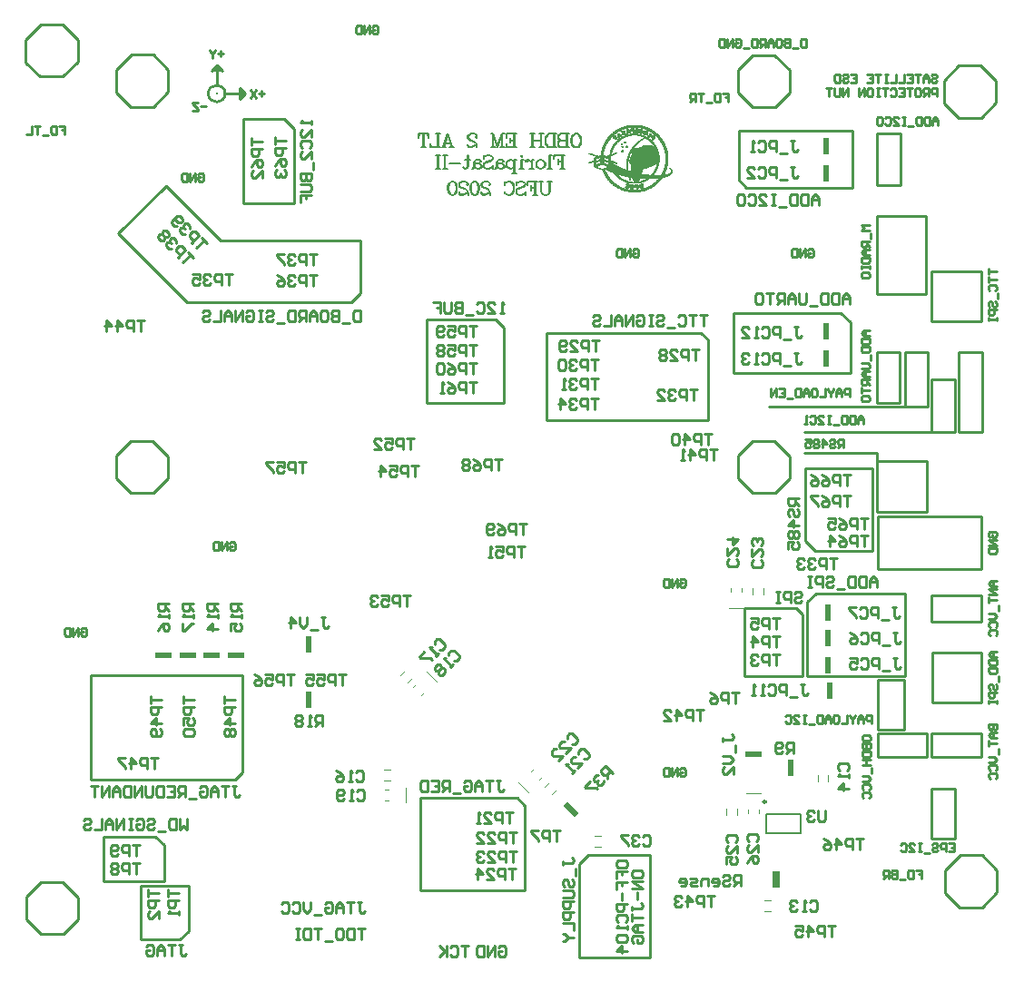
<source format=gbo>
G04*
G04 #@! TF.GenerationSoftware,Altium Limited,Altium Designer,18.1.7 (191)*
G04*
G04 Layer_Color=32896*
%FSLAX44Y44*%
%MOMM*%
G71*
G01*
G75*
%ADD10C,0.2540*%
%ADD11C,0.2500*%
%ADD15C,0.2000*%
%ADD16C,0.1000*%
%ADD18C,0.0254*%
%ADD20R,0.5080X1.5240*%
%ADD21R,1.5240X0.5080*%
G04:AMPARAMS|DCode=106|XSize=0.508mm|YSize=1.524mm|CornerRadius=0mm|HoleSize=0mm|Usage=FLASHONLY|Rotation=225.000|XOffset=0mm|YOffset=0mm|HoleType=Round|Shape=Rectangle|*
%AMROTATEDRECTD106*
4,1,4,-0.3592,0.7184,0.7184,-0.3592,0.3592,-0.7184,-0.7184,0.3592,-0.3592,0.7184,0.0*
%
%ADD106ROTATEDRECTD106*%

%ADD107R,0.6350X1.5240*%
G36*
X869827Y1632923D02*
X874827Y1627923D01*
X869827Y1622923D01*
Y1632923D01*
D02*
G37*
G36*
X844577Y1648173D02*
X849577Y1653173D01*
X854577Y1648173D01*
X844577D01*
D02*
G37*
D10*
X849931Y1627923D02*
G03*
X849931Y1627923I-354J0D01*
G01*
X857427D02*
G03*
X857427Y1627923I-7850J0D01*
G01*
X921750Y1525750D02*
Y1595250D01*
X912750Y1604250D02*
X921750Y1595250D01*
X874750Y1604250D02*
X912750D01*
X857427Y1627923D02*
X876077D01*
X871077Y1632923D02*
X876077Y1627923D01*
X871077Y1622923D02*
X876077Y1627923D01*
X849577Y1635773D02*
Y1654423D01*
X844577Y1649423D02*
X849577Y1654423D01*
X854577Y1649423D01*
X1336250Y1547500D02*
Y1593750D01*
Y1547500D02*
X1343750Y1540000D01*
X1442250D01*
X1349000Y1615500D02*
X1359500D01*
X1349500Y1664000D02*
X1360000D01*
X1335500Y1629000D02*
Y1640000D01*
Y1650000D01*
X1359500Y1615500D02*
X1370250D01*
X1360000Y1664000D02*
X1369750D01*
X1335500Y1629000D02*
X1349000Y1615500D01*
X1335500Y1650000D02*
X1349500Y1664000D01*
X1370250Y1615500D02*
X1384000Y1629250D01*
Y1639500D01*
X1369750Y1664000D02*
X1384000Y1649750D01*
Y1639500D02*
Y1649750D01*
X1541448Y1605418D02*
X1551948D01*
X1541948Y1653918D02*
X1552448D01*
X1527948Y1618918D02*
Y1629918D01*
Y1639918D01*
X1551948Y1605418D02*
X1562698D01*
X1552448Y1653918D02*
X1562198D01*
X1527948Y1618918D02*
X1541448Y1605418D01*
X1527948Y1639918D02*
X1541948Y1653918D01*
X1562698Y1605418D02*
X1576448Y1619168D01*
Y1629418D01*
X1562198Y1653918D02*
X1576448Y1639668D01*
Y1629418D02*
Y1639668D01*
X685250Y844000D02*
X695750D01*
X685750Y892500D02*
X696250D01*
X671750Y857500D02*
Y868500D01*
Y878500D01*
X695750Y844000D02*
X706500D01*
X696250Y892500D02*
X706000D01*
X671750Y857500D02*
X685250Y844000D01*
X671750Y878500D02*
X685750Y892500D01*
X706500Y844000D02*
X720250Y857750D01*
Y868000D01*
X706000Y892500D02*
X720250Y878250D01*
Y868000D02*
Y878250D01*
X1542500Y869000D02*
X1553000D01*
X1543000Y917500D02*
X1553500D01*
X1529000Y882500D02*
Y893500D01*
Y903500D01*
X1553000Y869000D02*
X1563750D01*
X1553500Y917500D02*
X1563250D01*
X1529000Y882500D02*
X1542500Y869000D01*
X1529000Y903500D02*
X1543000Y917500D01*
X1563750Y869000D02*
X1577500Y882750D01*
Y893000D01*
X1563250Y917500D02*
X1577500Y903250D01*
Y893000D02*
Y903250D01*
X1349250Y1255500D02*
X1359750D01*
X1349750Y1304000D02*
X1360250D01*
X1335750Y1269000D02*
Y1280000D01*
Y1290000D01*
X1359750Y1255500D02*
X1370500D01*
X1360250Y1304000D02*
X1370000D01*
X1335750Y1269000D02*
X1349250Y1255500D01*
X1335750Y1290000D02*
X1349750Y1304000D01*
X1370500Y1255500D02*
X1384250Y1269250D01*
Y1279500D01*
X1370000Y1304000D02*
X1384250Y1289750D01*
Y1279500D02*
Y1289750D01*
X769250Y1255500D02*
X779750D01*
X769750Y1304000D02*
X780250D01*
X755750Y1269000D02*
Y1280000D01*
Y1290000D01*
X779750Y1255500D02*
X790500D01*
X780250Y1304000D02*
X790000D01*
X755750Y1269000D02*
X769250Y1255500D01*
X755750Y1290000D02*
X769750Y1304000D01*
X790500Y1255500D02*
X804250Y1269250D01*
Y1279500D01*
X790000Y1304000D02*
X804250Y1289750D01*
Y1279500D02*
Y1289750D01*
X685000Y1643750D02*
X695500D01*
X685500Y1692250D02*
X696000D01*
X671500Y1657250D02*
Y1668250D01*
Y1678250D01*
X695500Y1643750D02*
X706250D01*
X696000Y1692250D02*
X705750D01*
X671500Y1657250D02*
X685000Y1643750D01*
X671500Y1678250D02*
X685500Y1692250D01*
X706250Y1643750D02*
X720000Y1657500D01*
Y1667750D01*
X705750Y1692250D02*
X720000Y1678000D01*
Y1667750D02*
Y1678000D01*
X769500Y1615750D02*
X780000D01*
X770000Y1664250D02*
X780500D01*
X756000Y1629250D02*
Y1640250D01*
Y1650250D01*
X780000Y1615750D02*
X790750D01*
X780500Y1664250D02*
X790250D01*
X756000Y1629250D02*
X769500Y1615750D01*
X756000Y1650250D02*
X770000Y1664250D01*
X790750Y1615750D02*
X804500Y1629500D01*
Y1639750D01*
X790250Y1664250D02*
X804500Y1650000D01*
Y1639750D02*
Y1650000D01*
X1365000Y1336000D02*
X1490750D01*
X1491250D02*
Y1386500D01*
X1364750Y1336250D02*
X1365000Y1336000D01*
X1486750Y1339750D02*
Y1386750D01*
X1465000D02*
X1486750D01*
X1465000Y1339750D02*
Y1386750D01*
Y1339750D02*
X1486750D01*
X1336250Y1593750D02*
X1442250D01*
X1465250Y1542500D02*
X1487000D01*
X1465250D02*
Y1591140D01*
X1487000D01*
Y1542500D02*
Y1591140D01*
X1397500Y1312500D02*
X1516250D01*
X1397500Y1293000D02*
X1465750D01*
X1516250Y1312500D02*
X1538000D01*
Y1361000D01*
X1563500Y1312500D02*
Y1386500D01*
X1541750D02*
X1563500D01*
X1541750Y1312500D02*
Y1386500D01*
Y1312500D02*
X1563500D01*
X1516250Y1361000D02*
X1538000D01*
X1516250Y1312500D02*
Y1361000D01*
X1516750Y1060000D02*
X1562750D01*
Y1106750D01*
X1516750D02*
X1562750D01*
X1516750Y1060000D02*
Y1106750D01*
X1396000Y1084750D02*
Y1142250D01*
X1390000Y1148250D02*
X1396000Y1142250D01*
X1341500Y1148250D02*
X1390000D01*
X1466000Y1034750D02*
Y1039500D01*
X1341500Y1084750D02*
X1396000D01*
X1491000Y1034750D02*
Y1080750D01*
X1466000D02*
X1491000D01*
X1466000Y1039500D02*
Y1080750D01*
Y1034750D02*
X1491000D01*
X1537750Y933250D02*
Y979750D01*
X1516000D02*
X1537750D01*
X1516000Y933250D02*
Y979750D01*
Y933250D02*
X1537750D01*
X1465750Y1284750D02*
Y1293000D01*
X1460750Y1201000D02*
Y1278000D01*
X1398250D02*
X1460750D01*
X1408000Y1201000D02*
X1460750D01*
X1398250Y1210750D02*
X1408000Y1201000D01*
X1398250Y1210750D02*
Y1278000D01*
X1465750Y1238000D02*
X1511750D01*
Y1284750D01*
X1465750D02*
X1511750D01*
X1465750Y1238000D02*
Y1293000D01*
X1465250Y1441250D02*
X1511250D01*
Y1513500D01*
X1465250D02*
X1511250D01*
X1465250Y1441250D02*
Y1513500D01*
X1516500Y1415750D02*
Y1462500D01*
X1562500D01*
Y1415750D02*
Y1462500D01*
X1516500Y1415750D02*
X1562500D01*
X1491250Y1336000D02*
X1512500D01*
X1491250Y1386500D02*
X1512500D01*
Y1336000D02*
Y1386500D01*
X1516500Y1135500D02*
Y1160000D01*
X1562500D01*
Y1135500D02*
Y1160000D01*
X1516500Y1135500D02*
X1562500D01*
Y1184250D02*
Y1233750D01*
X1466000Y1184250D02*
X1562500D01*
X1466000D02*
Y1233750D01*
X1562500D01*
X1516500Y1009250D02*
X1562500D01*
Y1030750D01*
X1516500D02*
X1562500D01*
X1516500Y1009250D02*
Y1030750D01*
X1466000Y1009250D02*
Y1030750D01*
X1511750D01*
Y1009250D02*
Y1030750D01*
X1466000Y1009250D02*
X1511750D01*
X1196500Y918000D02*
X1253500D01*
X1188000Y909500D02*
X1196500Y918000D01*
X1188000Y822250D02*
Y909500D01*
Y822250D02*
X1253500D01*
Y918000D01*
X1408250Y1161750D02*
X1491250D01*
X1400000Y1153500D02*
X1408250Y1161750D01*
X1400000Y1084750D02*
Y1153500D01*
Y1084750D02*
X1491250D01*
Y1161750D01*
X1440750Y1367396D02*
Y1414544D01*
X1431750Y1423544D02*
X1440750Y1414544D01*
X1331750Y1423544D02*
X1431750D01*
X1331750Y1367396D02*
Y1423544D01*
Y1367396D02*
X1440750D01*
X1442250Y1540000D02*
Y1593750D01*
X1341500Y1084750D02*
Y1148250D01*
X823250Y846750D02*
Y889250D01*
X815500Y839000D02*
X823250Y846750D01*
X779000Y839000D02*
X815500D01*
X873750Y994750D02*
Y1085500D01*
X866750Y987750D02*
X873750Y994750D01*
X732000Y987750D02*
X866750D01*
X984000Y1441750D02*
Y1490500D01*
X975197Y1432947D02*
X984000Y1441750D01*
X821803Y1432947D02*
X975197D01*
X757500Y1497250D02*
X821803Y1432947D01*
X757500Y1497250D02*
X802125Y1541875D01*
X853500Y1490500D01*
X984000D01*
X1039250Y970750D02*
X1129750D01*
X1136750Y963750D01*
Y885000D02*
Y963750D01*
X1039250Y885000D02*
X1136750D01*
X1039250D02*
Y970750D01*
X744250Y934750D02*
X792500D01*
X800500Y926750D01*
Y893000D02*
Y926750D01*
X744250Y893000D02*
X800500D01*
X744250D02*
Y934750D01*
X779000Y839000D02*
Y889250D01*
X823250D01*
X732000Y1085500D02*
X873750D01*
X732000Y987750D02*
Y1085500D01*
X874750Y1525750D02*
Y1604250D01*
Y1525750D02*
X921750D01*
X1117230Y1339750D02*
Y1410020D01*
X1109750Y1417500D02*
X1117230Y1410020D01*
X1045500Y1417500D02*
X1109750D01*
X1307500Y1323500D02*
Y1398250D01*
X1301250Y1404500D02*
X1307500Y1398250D01*
X1157000Y1404500D02*
X1301250D01*
X1045500Y1339750D02*
Y1417500D01*
Y1339750D02*
X1117230D01*
X1157000Y1323500D02*
Y1404500D01*
Y1323500D02*
X1307500D01*
X702672Y1597867D02*
X707750D01*
Y1594059D01*
X705211D01*
X707750D01*
Y1590250D01*
X700133Y1597867D02*
Y1590250D01*
X696324D01*
X695054Y1591520D01*
Y1596598D01*
X696324Y1597867D01*
X700133D01*
X692515Y1588980D02*
X687437D01*
X684897Y1597867D02*
X679819D01*
X682358D01*
Y1590250D01*
X677280Y1597867D02*
Y1590250D01*
X672202D01*
X1321172Y1628367D02*
X1326250D01*
Y1624559D01*
X1323711D01*
X1326250D01*
Y1620750D01*
X1318633Y1628367D02*
Y1620750D01*
X1314824D01*
X1313554Y1622020D01*
Y1627098D01*
X1314824Y1628367D01*
X1318633D01*
X1311015Y1619480D02*
X1305937D01*
X1303397Y1628367D02*
X1298319D01*
X1300858D01*
Y1620750D01*
X1295780D02*
Y1628367D01*
X1291971D01*
X1290701Y1627098D01*
Y1624559D01*
X1291971Y1623289D01*
X1295780D01*
X1293241D02*
X1290701Y1620750D01*
X1501422Y903367D02*
X1506500D01*
Y899559D01*
X1503961D01*
X1506500D01*
Y895750D01*
X1498882Y903367D02*
Y895750D01*
X1495074D01*
X1493804Y897020D01*
Y902098D01*
X1495074Y903367D01*
X1498882D01*
X1491265Y894480D02*
X1486187D01*
X1483647Y903367D02*
Y895750D01*
X1479839D01*
X1478569Y897020D01*
Y898289D01*
X1479839Y899559D01*
X1483647D01*
X1479839D01*
X1478569Y900828D01*
Y902098D01*
X1479839Y903367D01*
X1483647D01*
X1476030Y895750D02*
Y903367D01*
X1472221D01*
X1470952Y902098D01*
Y899559D01*
X1472221Y898289D01*
X1476030D01*
X1473491D02*
X1470952Y895750D01*
X861627Y1208348D02*
X862897Y1209617D01*
X865436D01*
X866706Y1208348D01*
Y1203270D01*
X865436Y1202000D01*
X862897D01*
X861627Y1203270D01*
Y1205809D01*
X864167D01*
X859088Y1202000D02*
Y1209617D01*
X854010Y1202000D01*
Y1209617D01*
X851471D02*
Y1202000D01*
X847662D01*
X846392Y1203270D01*
Y1208348D01*
X847662Y1209617D01*
X851471D01*
X722877Y1128098D02*
X724147Y1129368D01*
X726686D01*
X727956Y1128098D01*
Y1123020D01*
X726686Y1121750D01*
X724147D01*
X722877Y1123020D01*
Y1125559D01*
X725417D01*
X720338Y1121750D02*
Y1129368D01*
X715260Y1121750D01*
Y1129368D01*
X712721D02*
Y1121750D01*
X708912D01*
X707642Y1123020D01*
Y1128098D01*
X708912Y1129368D01*
X712721D01*
X1281416Y997598D02*
X1282685Y998867D01*
X1285225D01*
X1286494Y997598D01*
Y992520D01*
X1285225Y991250D01*
X1282685D01*
X1281416Y992520D01*
Y995059D01*
X1283955D01*
X1278877Y991250D02*
Y998867D01*
X1273798Y991250D01*
Y998867D01*
X1271259D02*
Y991250D01*
X1267450D01*
X1266181Y992520D01*
Y997598D01*
X1267450Y998867D01*
X1271259D01*
X1281416Y1174098D02*
X1282685Y1175368D01*
X1285225D01*
X1286494Y1174098D01*
Y1169020D01*
X1285225Y1167750D01*
X1282685D01*
X1281416Y1169020D01*
Y1171559D01*
X1283955D01*
X1278877Y1167750D02*
Y1175368D01*
X1273798Y1167750D01*
Y1175368D01*
X1271259D02*
Y1167750D01*
X1267450D01*
X1266181Y1169020D01*
Y1174098D01*
X1267450Y1175368D01*
X1271259D01*
X1400627Y1481598D02*
X1401897Y1482867D01*
X1404436D01*
X1405706Y1481598D01*
Y1476520D01*
X1404436Y1475250D01*
X1401897D01*
X1400627Y1476520D01*
Y1479059D01*
X1403167D01*
X1398088Y1475250D02*
Y1482867D01*
X1393010Y1475250D01*
Y1482867D01*
X1390471D02*
Y1475250D01*
X1386662D01*
X1385392Y1476520D01*
Y1481598D01*
X1386662Y1482867D01*
X1390471D01*
X1237627Y1481598D02*
X1238897Y1482867D01*
X1241436D01*
X1242706Y1481598D01*
Y1476520D01*
X1241436Y1475250D01*
X1238897D01*
X1237627Y1476520D01*
Y1479059D01*
X1240167D01*
X1235088Y1475250D02*
Y1482867D01*
X1230010Y1475250D01*
Y1482867D01*
X1227471D02*
Y1475250D01*
X1223662D01*
X1222392Y1476520D01*
Y1481598D01*
X1223662Y1482867D01*
X1227471D01*
X832309Y1552598D02*
X833578Y1553867D01*
X836118D01*
X837387Y1552598D01*
Y1547520D01*
X836118Y1546250D01*
X833578D01*
X832309Y1547520D01*
Y1550059D01*
X834848D01*
X829770Y1546250D02*
Y1553867D01*
X824691Y1546250D01*
Y1553867D01*
X822152D02*
Y1546250D01*
X818343D01*
X817074Y1547520D01*
Y1552598D01*
X818343Y1553867D01*
X822152D01*
X994672Y1690098D02*
X995941Y1691367D01*
X998480D01*
X999750Y1690098D01*
Y1685020D01*
X998480Y1683750D01*
X995941D01*
X994672Y1685020D01*
Y1687559D01*
X997211D01*
X992132Y1683750D02*
Y1691367D01*
X987054Y1683750D01*
Y1691367D01*
X984515D02*
Y1683750D01*
X980706D01*
X979437Y1685020D01*
Y1690098D01*
X980706Y1691367D01*
X984515D01*
X893577Y1627731D02*
X888499D01*
X891038Y1630271D02*
Y1625192D01*
X885960Y1631540D02*
X880881Y1623923D01*
Y1631540D02*
X885960Y1623923D01*
X855577Y1665231D02*
X850499D01*
X853038Y1667771D02*
Y1662692D01*
X847960Y1669040D02*
Y1667771D01*
X845421Y1665231D01*
X842881Y1667771D01*
Y1669040D01*
X845421Y1665231D02*
Y1661423D01*
X839577Y1615982D02*
X834499D01*
X831960Y1619790D02*
X826881D01*
Y1618521D01*
X831960Y1613442D01*
Y1612173D01*
X826881D01*
X1399000Y1678867D02*
Y1671250D01*
X1395191D01*
X1393922Y1672520D01*
Y1677598D01*
X1395191Y1678867D01*
X1399000D01*
X1391382Y1669980D02*
X1386304D01*
X1383765Y1678867D02*
Y1671250D01*
X1379956D01*
X1378687Y1672520D01*
Y1673789D01*
X1379956Y1675059D01*
X1383765D01*
X1379956D01*
X1378687Y1676328D01*
Y1677598D01*
X1379956Y1678867D01*
X1383765D01*
X1372339D02*
X1374878D01*
X1376147Y1677598D01*
Y1672520D01*
X1374878Y1671250D01*
X1372339D01*
X1371069Y1672520D01*
Y1677598D01*
X1372339Y1678867D01*
X1368530Y1671250D02*
Y1676328D01*
X1365991Y1678867D01*
X1363452Y1676328D01*
Y1671250D01*
Y1675059D01*
X1368530D01*
X1360912Y1671250D02*
Y1678867D01*
X1357103D01*
X1355834Y1677598D01*
Y1675059D01*
X1357103Y1673789D01*
X1360912D01*
X1358373D02*
X1355834Y1671250D01*
X1353295Y1678867D02*
Y1671250D01*
X1349486D01*
X1348216Y1672520D01*
Y1677598D01*
X1349486Y1678867D01*
X1353295D01*
X1345677Y1669980D02*
X1340599D01*
X1332981Y1677598D02*
X1334251Y1678867D01*
X1336790D01*
X1338060Y1677598D01*
Y1672520D01*
X1336790Y1671250D01*
X1334251D01*
X1332981Y1672520D01*
Y1675059D01*
X1335520D01*
X1330442Y1671250D02*
Y1678867D01*
X1325364Y1671250D01*
Y1678867D01*
X1322825D02*
Y1671250D01*
X1319016D01*
X1317746Y1672520D01*
Y1677598D01*
X1319016Y1678867D01*
X1322825D01*
X1521000Y1625500D02*
Y1633118D01*
X1517191D01*
X1515922Y1631848D01*
Y1629309D01*
X1517191Y1628039D01*
X1521000D01*
X1513383Y1625500D02*
Y1633118D01*
X1509574D01*
X1508304Y1631848D01*
Y1629309D01*
X1509574Y1628039D01*
X1513383D01*
X1510843D02*
X1508304Y1625500D01*
X1501956Y1633118D02*
X1504495D01*
X1505765Y1631848D01*
Y1626770D01*
X1504495Y1625500D01*
X1501956D01*
X1500687Y1626770D01*
Y1631848D01*
X1501956Y1633118D01*
X1498147D02*
X1493069D01*
X1495608D01*
Y1625500D01*
X1485452Y1633118D02*
X1490530D01*
Y1625500D01*
X1485452D01*
X1490530Y1629309D02*
X1487991D01*
X1477834Y1631848D02*
X1479104Y1633118D01*
X1481643D01*
X1482912Y1631848D01*
Y1626770D01*
X1481643Y1625500D01*
X1479104D01*
X1477834Y1626770D01*
X1475295Y1633118D02*
X1470216D01*
X1472756D01*
Y1625500D01*
X1467677Y1633118D02*
X1465138D01*
X1466408D01*
Y1625500D01*
X1467677D01*
X1465138D01*
X1457520Y1633118D02*
X1460060D01*
X1461329Y1631848D01*
Y1626770D01*
X1460060Y1625500D01*
X1457520D01*
X1456251Y1626770D01*
Y1631848D01*
X1457520Y1633118D01*
X1453712Y1625500D02*
Y1633118D01*
X1448633Y1625500D01*
Y1633118D01*
X1438477Y1625500D02*
Y1633118D01*
X1433398Y1625500D01*
Y1633118D01*
X1430859D02*
Y1626770D01*
X1429590Y1625500D01*
X1427050D01*
X1425781Y1626770D01*
Y1633118D01*
X1423242D02*
X1418163D01*
X1420702D01*
Y1625500D01*
X1515922Y1644598D02*
X1517191Y1645867D01*
X1519730D01*
X1521000Y1644598D01*
Y1643328D01*
X1519730Y1642059D01*
X1517191D01*
X1515922Y1640789D01*
Y1639520D01*
X1517191Y1638250D01*
X1519730D01*
X1521000Y1639520D01*
X1513383Y1638250D02*
Y1643328D01*
X1510843Y1645867D01*
X1508304Y1643328D01*
Y1638250D01*
Y1642059D01*
X1513383D01*
X1505765Y1645867D02*
X1500687D01*
X1503226D01*
Y1638250D01*
X1493069Y1645867D02*
X1498147D01*
Y1638250D01*
X1493069D01*
X1498147Y1642059D02*
X1495608D01*
X1490530Y1645867D02*
Y1638250D01*
X1485452D01*
X1482912Y1645867D02*
Y1638250D01*
X1477834D01*
X1475295Y1645867D02*
X1472756D01*
X1474025D01*
Y1638250D01*
X1475295D01*
X1472756D01*
X1468947Y1645867D02*
X1463869D01*
X1466408D01*
Y1638250D01*
X1456251Y1645867D02*
X1461329D01*
Y1638250D01*
X1456251D01*
X1461329Y1642059D02*
X1458790D01*
X1441016Y1645867D02*
X1446094D01*
Y1638250D01*
X1441016D01*
X1446094Y1642059D02*
X1443555D01*
X1433398Y1644598D02*
X1434668Y1645867D01*
X1437207D01*
X1438477Y1644598D01*
Y1643328D01*
X1437207Y1642059D01*
X1434668D01*
X1433398Y1640789D01*
Y1639520D01*
X1434668Y1638250D01*
X1437207D01*
X1438477Y1639520D01*
X1430859Y1645867D02*
Y1638250D01*
X1427050D01*
X1425781Y1639520D01*
Y1644598D01*
X1427050Y1645867D01*
X1430859D01*
X1458250Y1406750D02*
X1453172D01*
X1450632Y1404211D01*
X1453172Y1401672D01*
X1458250D01*
X1454441D01*
Y1406750D01*
X1450632Y1399133D02*
X1458250D01*
Y1395324D01*
X1456980Y1394054D01*
X1451902D01*
X1450632Y1395324D01*
Y1399133D01*
Y1391515D02*
X1458250D01*
Y1387706D01*
X1456980Y1386437D01*
X1451902D01*
X1450632Y1387706D01*
Y1391515D01*
X1459520Y1383897D02*
Y1378819D01*
X1450632Y1376280D02*
X1456980D01*
X1458250Y1375010D01*
Y1372471D01*
X1456980Y1371201D01*
X1450632D01*
X1458250Y1368662D02*
X1453172D01*
X1450632Y1366123D01*
X1453172Y1363584D01*
X1458250D01*
X1454441D01*
Y1368662D01*
X1458250Y1361045D02*
X1450632D01*
Y1357236D01*
X1451902Y1355966D01*
X1454441D01*
X1455711Y1357236D01*
Y1361045D01*
Y1358506D02*
X1458250Y1355966D01*
X1450632Y1353427D02*
Y1348349D01*
Y1350888D01*
X1458250D01*
X1451902Y1345810D02*
X1450632Y1344540D01*
Y1342001D01*
X1451902Y1340731D01*
X1456980D01*
X1458250Y1342001D01*
Y1344540D01*
X1456980Y1345810D01*
X1451902D01*
X1522250Y1598750D02*
Y1603828D01*
X1519711Y1606367D01*
X1517172Y1603828D01*
Y1598750D01*
Y1602559D01*
X1522250D01*
X1514633Y1606367D02*
Y1598750D01*
X1510824D01*
X1509554Y1600020D01*
Y1605098D01*
X1510824Y1606367D01*
X1514633D01*
X1507015D02*
Y1598750D01*
X1503206D01*
X1501937Y1600020D01*
Y1605098D01*
X1503206Y1606367D01*
X1507015D01*
X1499397Y1597480D02*
X1494319D01*
X1491780Y1606367D02*
X1489241D01*
X1490510D01*
Y1598750D01*
X1491780D01*
X1489241D01*
X1480354D02*
X1485432D01*
X1480354Y1603828D01*
Y1605098D01*
X1481623Y1606367D01*
X1484162D01*
X1485432Y1605098D01*
X1472736D02*
X1474006Y1606367D01*
X1476545D01*
X1477814Y1605098D01*
Y1600020D01*
X1476545Y1598750D01*
X1474006D01*
X1472736Y1600020D01*
X1470197Y1605098D02*
X1468927Y1606367D01*
X1466388D01*
X1465119Y1605098D01*
Y1600020D01*
X1466388Y1598750D01*
X1468927D01*
X1470197Y1600020D01*
Y1605098D01*
X1452250Y1320000D02*
Y1325078D01*
X1449711Y1327617D01*
X1447172Y1325078D01*
Y1320000D01*
Y1323809D01*
X1452250D01*
X1444633Y1327617D02*
Y1320000D01*
X1440824D01*
X1439554Y1321270D01*
Y1326348D01*
X1440824Y1327617D01*
X1444633D01*
X1437015D02*
Y1320000D01*
X1433206D01*
X1431937Y1321270D01*
Y1326348D01*
X1433206Y1327617D01*
X1437015D01*
X1429397Y1318730D02*
X1424319D01*
X1421780Y1327617D02*
X1419241D01*
X1420510D01*
Y1320000D01*
X1421780D01*
X1419241D01*
X1410354D02*
X1415432D01*
X1410354Y1325078D01*
Y1326348D01*
X1411623Y1327617D01*
X1414162D01*
X1415432Y1326348D01*
X1402736D02*
X1404006Y1327617D01*
X1406545D01*
X1407814Y1326348D01*
Y1321270D01*
X1406545Y1320000D01*
X1404006D01*
X1402736Y1321270D01*
X1400197Y1320000D02*
X1397658D01*
X1398927D01*
Y1327617D01*
X1400197Y1326348D01*
X1434000Y1297750D02*
Y1305367D01*
X1430191D01*
X1428922Y1304098D01*
Y1301559D01*
X1430191Y1300289D01*
X1434000D01*
X1431461D02*
X1428922Y1297750D01*
X1421304Y1304098D02*
X1422574Y1305367D01*
X1425113D01*
X1426382Y1304098D01*
Y1302828D01*
X1425113Y1301559D01*
X1422574D01*
X1421304Y1300289D01*
Y1299020D01*
X1422574Y1297750D01*
X1425113D01*
X1426382Y1299020D01*
X1414956Y1297750D02*
Y1305367D01*
X1418765Y1301559D01*
X1413687D01*
X1411147Y1304098D02*
X1409878Y1305367D01*
X1407339D01*
X1406069Y1304098D01*
Y1302828D01*
X1407339Y1301559D01*
X1406069Y1300289D01*
Y1299020D01*
X1407339Y1297750D01*
X1409878D01*
X1411147Y1299020D01*
Y1300289D01*
X1409878Y1301559D01*
X1411147Y1302828D01*
Y1304098D01*
X1409878Y1301559D02*
X1407339D01*
X1398452Y1305367D02*
X1403530D01*
Y1301559D01*
X1400991Y1302828D01*
X1399721D01*
X1398452Y1301559D01*
Y1299020D01*
X1399721Y1297750D01*
X1402260D01*
X1403530Y1299020D01*
X1577500Y1107750D02*
X1572422D01*
X1569883Y1105211D01*
X1572422Y1102672D01*
X1577500D01*
X1573691D01*
Y1107750D01*
X1569883Y1100133D02*
X1577500D01*
Y1096324D01*
X1576230Y1095054D01*
X1571152D01*
X1569883Y1096324D01*
Y1100133D01*
Y1092515D02*
X1577500D01*
Y1088706D01*
X1576230Y1087437D01*
X1571152D01*
X1569883Y1088706D01*
Y1092515D01*
X1578770Y1084897D02*
Y1079819D01*
X1571152Y1072202D02*
X1569883Y1073471D01*
Y1076010D01*
X1571152Y1077280D01*
X1572422D01*
X1573691Y1076010D01*
Y1073471D01*
X1574961Y1072202D01*
X1576230D01*
X1577500Y1073471D01*
Y1076010D01*
X1576230Y1077280D01*
X1577500Y1069662D02*
X1569883D01*
Y1065854D01*
X1571152Y1064584D01*
X1573691D01*
X1574961Y1065854D01*
Y1069662D01*
X1569883Y1062045D02*
Y1059506D01*
Y1060775D01*
X1577500D01*
Y1062045D01*
Y1059506D01*
X1460250Y1040750D02*
Y1048367D01*
X1456441D01*
X1455172Y1047098D01*
Y1044559D01*
X1456441Y1043289D01*
X1460250D01*
X1452632Y1040750D02*
Y1045828D01*
X1450093Y1048367D01*
X1447554Y1045828D01*
Y1040750D01*
Y1044559D01*
X1452632D01*
X1445015Y1048367D02*
Y1047098D01*
X1442476Y1044559D01*
X1439937Y1047098D01*
Y1048367D01*
X1442476Y1044559D02*
Y1040750D01*
X1437397Y1048367D02*
Y1040750D01*
X1432319D01*
X1425971Y1048367D02*
X1428510D01*
X1429780Y1047098D01*
Y1042020D01*
X1428510Y1040750D01*
X1425971D01*
X1424702Y1042020D01*
Y1047098D01*
X1425971Y1048367D01*
X1422162Y1040750D02*
Y1045828D01*
X1419623Y1048367D01*
X1417084Y1045828D01*
Y1040750D01*
Y1044559D01*
X1422162D01*
X1414545Y1048367D02*
Y1040750D01*
X1410736D01*
X1409466Y1042020D01*
Y1047098D01*
X1410736Y1048367D01*
X1414545D01*
X1406927Y1039480D02*
X1401849D01*
X1399310Y1048367D02*
X1396770D01*
X1398040D01*
Y1040750D01*
X1399310D01*
X1396770D01*
X1387883D02*
X1392962D01*
X1387883Y1045828D01*
Y1047098D01*
X1389153Y1048367D01*
X1391692D01*
X1392962Y1047098D01*
X1380266D02*
X1381535Y1048367D01*
X1384075D01*
X1385344Y1047098D01*
Y1042020D01*
X1384075Y1040750D01*
X1381535D01*
X1380266Y1042020D01*
X1532172Y928617D02*
X1537250D01*
Y921000D01*
X1532172D01*
X1537250Y924809D02*
X1534711D01*
X1529633Y921000D02*
Y928617D01*
X1525824D01*
X1524554Y927348D01*
Y924809D01*
X1525824Y923539D01*
X1529633D01*
X1516937Y927348D02*
X1518206Y928617D01*
X1520745D01*
X1522015Y927348D01*
Y926078D01*
X1520745Y924809D01*
X1518206D01*
X1516937Y923539D01*
Y922270D01*
X1518206Y921000D01*
X1520745D01*
X1522015Y922270D01*
X1514397Y919730D02*
X1509319D01*
X1506780Y928617D02*
X1504241D01*
X1505510D01*
Y921000D01*
X1506780D01*
X1504241D01*
X1495354D02*
X1500432D01*
X1495354Y926078D01*
Y927348D01*
X1496623Y928617D01*
X1499162D01*
X1500432Y927348D01*
X1487736D02*
X1489006Y928617D01*
X1491545D01*
X1492814Y927348D01*
Y922270D01*
X1491545Y921000D01*
X1489006D01*
X1487736Y922270D01*
X1392500Y1250500D02*
X1382343D01*
Y1245422D01*
X1384036Y1243729D01*
X1387422D01*
X1389114Y1245422D01*
Y1250500D01*
Y1247114D02*
X1392500Y1243729D01*
X1384036Y1233572D02*
X1382343Y1235265D01*
Y1238651D01*
X1384036Y1240343D01*
X1385729D01*
X1387422Y1238651D01*
Y1235265D01*
X1389114Y1233572D01*
X1390807D01*
X1392500Y1235265D01*
Y1238651D01*
X1390807Y1240343D01*
X1392500Y1225108D02*
X1382343D01*
X1387422Y1230186D01*
Y1223415D01*
X1384036Y1220030D02*
X1382343Y1218337D01*
Y1214951D01*
X1384036Y1213259D01*
X1385729D01*
X1387422Y1214951D01*
X1389114Y1213259D01*
X1390807D01*
X1392500Y1214951D01*
Y1218337D01*
X1390807Y1220030D01*
X1389114D01*
X1387422Y1218337D01*
X1385729Y1220030D01*
X1384036D01*
X1387422Y1218337D02*
Y1214951D01*
X1382343Y1203102D02*
Y1209873D01*
X1387422D01*
X1385729Y1206488D01*
Y1204795D01*
X1387422Y1203102D01*
X1390807D01*
X1392500Y1204795D01*
Y1208180D01*
X1390807Y1209873D01*
X1458500Y1505500D02*
X1450883D01*
X1453422Y1502961D01*
X1450883Y1500422D01*
X1458500D01*
X1459770Y1497883D02*
Y1492804D01*
X1458500Y1490265D02*
X1450883D01*
Y1486456D01*
X1452152Y1485187D01*
X1454691D01*
X1455961Y1486456D01*
Y1490265D01*
Y1487726D02*
X1458500Y1485187D01*
Y1482647D02*
X1453422D01*
X1450883Y1480108D01*
X1453422Y1477569D01*
X1458500D01*
X1454691D01*
Y1482647D01*
X1450883Y1475030D02*
X1458500D01*
Y1471221D01*
X1457230Y1469951D01*
X1452152D01*
X1450883Y1471221D01*
Y1475030D01*
Y1467412D02*
Y1464873D01*
Y1466143D01*
X1458500D01*
Y1467412D01*
Y1464873D01*
X1450883Y1457256D02*
Y1459795D01*
X1452152Y1461064D01*
X1457230D01*
X1458500Y1459795D01*
Y1457256D01*
X1457230Y1455986D01*
X1452152D01*
X1450883Y1457256D01*
X1569382Y1464250D02*
Y1459172D01*
Y1461711D01*
X1577000D01*
X1569382Y1456633D02*
Y1451554D01*
Y1454093D01*
X1577000D01*
X1570652Y1443937D02*
X1569382Y1445206D01*
Y1447745D01*
X1570652Y1449015D01*
X1575730D01*
X1577000Y1447745D01*
Y1445206D01*
X1575730Y1443937D01*
X1578270Y1441397D02*
Y1436319D01*
X1570652Y1428701D02*
X1569382Y1429971D01*
Y1432510D01*
X1570652Y1433780D01*
X1571922D01*
X1573191Y1432510D01*
Y1429971D01*
X1574461Y1428701D01*
X1575730D01*
X1577000Y1429971D01*
Y1432510D01*
X1575730Y1433780D01*
X1577000Y1426162D02*
X1569382D01*
Y1422354D01*
X1570652Y1421084D01*
X1573191D01*
X1574461Y1422354D01*
Y1426162D01*
X1569382Y1418545D02*
Y1416006D01*
Y1417275D01*
X1577000D01*
Y1418545D01*
Y1416006D01*
X1439750Y1345250D02*
Y1352867D01*
X1435941D01*
X1434672Y1351598D01*
Y1349059D01*
X1435941Y1347789D01*
X1439750D01*
X1432133Y1345250D02*
Y1350328D01*
X1429593Y1352867D01*
X1427054Y1350328D01*
Y1345250D01*
Y1349059D01*
X1432133D01*
X1424515Y1352867D02*
Y1351598D01*
X1421976Y1349059D01*
X1419437Y1351598D01*
Y1352867D01*
X1421976Y1349059D02*
Y1345250D01*
X1416897Y1352867D02*
Y1345250D01*
X1411819D01*
X1405471Y1352867D02*
X1408010D01*
X1409280Y1351598D01*
Y1346520D01*
X1408010Y1345250D01*
X1405471D01*
X1404202Y1346520D01*
Y1351598D01*
X1405471Y1352867D01*
X1401662Y1345250D02*
Y1350328D01*
X1399123Y1352867D01*
X1396584Y1350328D01*
Y1345250D01*
Y1349059D01*
X1401662D01*
X1394045Y1352867D02*
Y1345250D01*
X1390236D01*
X1388966Y1346520D01*
Y1351598D01*
X1390236Y1352867D01*
X1394045D01*
X1386427Y1343980D02*
X1381349D01*
X1373731Y1352867D02*
X1378810D01*
Y1345250D01*
X1373731D01*
X1378810Y1349059D02*
X1376270D01*
X1371192Y1345250D02*
Y1352867D01*
X1366114Y1345250D01*
Y1352867D01*
X1577250Y1173250D02*
X1572172D01*
X1569633Y1170711D01*
X1572172Y1168172D01*
X1577250D01*
X1573441D01*
Y1173250D01*
X1577250Y1165632D02*
X1569633D01*
X1577250Y1160554D01*
X1569633D01*
Y1158015D02*
Y1152937D01*
Y1155476D01*
X1577250D01*
X1578520Y1150397D02*
Y1145319D01*
X1569633Y1142780D02*
X1574711D01*
X1577250Y1140241D01*
X1574711Y1137701D01*
X1569633D01*
X1570902Y1130084D02*
X1569633Y1131354D01*
Y1133893D01*
X1570902Y1135162D01*
X1575980D01*
X1577250Y1133893D01*
Y1131354D01*
X1575980Y1130084D01*
X1570902Y1122466D02*
X1569633Y1123736D01*
Y1126275D01*
X1570902Y1127545D01*
X1575980D01*
X1577250Y1126275D01*
Y1123736D01*
X1575980Y1122466D01*
X1570652Y1214422D02*
X1569382Y1215691D01*
Y1218230D01*
X1570652Y1219500D01*
X1575730D01*
X1577000Y1218230D01*
Y1215691D01*
X1575730Y1214422D01*
X1573191D01*
Y1216961D01*
X1577000Y1211882D02*
X1569382D01*
X1577000Y1206804D01*
X1569382D01*
Y1204265D02*
X1577000D01*
Y1200456D01*
X1575730Y1199187D01*
X1570652D01*
X1569382Y1200456D01*
Y1204265D01*
X1569633Y1040000D02*
X1577250D01*
Y1036191D01*
X1575980Y1034922D01*
X1574711D01*
X1573441Y1036191D01*
Y1040000D01*
Y1036191D01*
X1572172Y1034922D01*
X1570902D01*
X1569633Y1036191D01*
Y1040000D01*
X1577250Y1032383D02*
X1572172D01*
X1569633Y1029843D01*
X1572172Y1027304D01*
X1577250D01*
X1573441D01*
Y1032383D01*
X1569633Y1024765D02*
Y1019687D01*
Y1022226D01*
X1577250D01*
X1578520Y1017147D02*
Y1012069D01*
X1569633Y1009530D02*
X1574711D01*
X1577250Y1006991D01*
X1574711Y1004452D01*
X1569633D01*
X1570902Y996834D02*
X1569633Y998103D01*
Y1000643D01*
X1570902Y1001912D01*
X1575980D01*
X1577250Y1000643D01*
Y998103D01*
X1575980Y996834D01*
X1570902Y989216D02*
X1569633Y990486D01*
Y993025D01*
X1570902Y994295D01*
X1575980D01*
X1577250Y993025D01*
Y990486D01*
X1575980Y989216D01*
X1451633Y1025441D02*
Y1027980D01*
X1452902Y1029250D01*
X1457980D01*
X1459250Y1027980D01*
Y1025441D01*
X1457980Y1024172D01*
X1452902D01*
X1451633Y1025441D01*
Y1021633D02*
X1459250D01*
Y1017824D01*
X1457980Y1016554D01*
X1456711D01*
X1455441Y1017824D01*
Y1021633D01*
Y1017824D01*
X1454172Y1016554D01*
X1452902D01*
X1451633Y1017824D01*
Y1021633D01*
Y1014015D02*
X1459250D01*
Y1010206D01*
X1457980Y1008937D01*
X1452902D01*
X1451633Y1010206D01*
Y1014015D01*
Y1006397D02*
X1459250D01*
X1455441D01*
Y1001319D01*
X1451633D01*
X1459250D01*
X1460520Y998780D02*
Y993701D01*
X1451633Y991162D02*
X1456711D01*
X1459250Y988623D01*
X1456711Y986084D01*
X1451633D01*
X1452902Y978466D02*
X1451633Y979736D01*
Y982275D01*
X1452902Y983545D01*
X1457980D01*
X1459250Y982275D01*
Y979736D01*
X1457980Y978466D01*
X1452902Y970849D02*
X1451633Y972119D01*
Y974658D01*
X1452902Y975927D01*
X1457980D01*
X1459250Y974658D01*
Y972119D01*
X1457980Y970849D01*
X1236843Y897922D02*
Y901307D01*
X1238536Y903000D01*
X1245307D01*
X1247000Y901307D01*
Y897922D01*
X1245307Y896229D01*
X1238536D01*
X1236843Y897922D01*
X1247000Y892843D02*
X1236843D01*
X1247000Y886072D01*
X1236843D01*
X1241922Y882687D02*
Y875915D01*
X1236843Y865759D02*
Y869144D01*
Y867451D01*
X1245307D01*
X1247000Y869144D01*
Y870837D01*
X1245307Y872530D01*
X1236843Y862373D02*
Y855602D01*
Y858988D01*
X1247000D01*
Y852216D02*
X1240229D01*
X1236843Y848831D01*
X1240229Y845445D01*
X1247000D01*
X1241922D01*
Y852216D01*
X1238536Y835288D02*
X1236843Y836981D01*
Y840367D01*
X1238536Y842060D01*
X1245307D01*
X1247000Y840367D01*
Y836981D01*
X1245307Y835288D01*
X1241922D01*
Y838674D01*
X1222093Y907922D02*
Y911307D01*
X1223786Y913000D01*
X1230557D01*
X1232250Y911307D01*
Y907922D01*
X1230557Y906229D01*
X1223786D01*
X1222093Y907922D01*
Y896072D02*
Y902843D01*
X1227172D01*
Y899458D01*
Y902843D01*
X1232250D01*
X1222093Y885915D02*
Y892687D01*
X1227172D01*
Y889301D01*
Y892687D01*
X1232250D01*
X1227172Y882530D02*
Y875759D01*
X1232250Y872373D02*
X1222093D01*
Y867295D01*
X1223786Y865602D01*
X1227172D01*
X1228864Y867295D01*
Y872373D01*
X1223786Y855445D02*
X1222093Y857138D01*
Y860524D01*
X1223786Y862216D01*
X1230557D01*
X1232250Y860524D01*
Y857138D01*
X1230557Y855445D01*
X1232250Y852060D02*
Y848674D01*
Y850367D01*
X1222093D01*
X1223786Y852060D01*
Y843596D02*
X1222093Y841903D01*
Y838517D01*
X1223786Y836825D01*
X1230557D01*
X1232250Y838517D01*
Y841903D01*
X1230557Y843596D01*
X1223786D01*
X1232250Y828361D02*
X1222093D01*
X1227172Y833439D01*
Y826668D01*
X1172093Y908479D02*
Y911864D01*
Y910172D01*
X1180557D01*
X1182250Y911864D01*
Y913557D01*
X1180557Y915250D01*
X1183943Y905093D02*
Y898322D01*
X1173786Y888166D02*
X1172093Y889858D01*
Y893244D01*
X1173786Y894937D01*
X1175479D01*
X1177172Y893244D01*
Y889858D01*
X1178864Y888166D01*
X1180557D01*
X1182250Y889858D01*
Y893244D01*
X1180557Y894937D01*
X1172093Y884780D02*
X1180557D01*
X1182250Y883087D01*
Y879702D01*
X1180557Y878009D01*
X1172093D01*
X1182250Y874623D02*
X1172093D01*
Y869545D01*
X1173786Y867852D01*
X1177172D01*
X1178864Y869545D01*
Y874623D01*
X1182250Y864466D02*
X1172093D01*
Y859388D01*
X1173786Y857695D01*
X1177172D01*
X1178864Y859388D01*
Y864466D01*
X1172093Y854310D02*
X1182250D01*
Y847539D01*
X1172093Y844153D02*
X1173786D01*
X1177172Y840767D01*
X1173786Y837382D01*
X1172093D01*
X1177172Y840767D02*
X1182250D01*
X980729Y873907D02*
X984114D01*
X982422D01*
Y865443D01*
X984114Y863750D01*
X985807D01*
X987500Y865443D01*
X977343Y873907D02*
X970572D01*
X973958D01*
Y863750D01*
X967187D02*
Y870521D01*
X963801Y873907D01*
X960415Y870521D01*
Y863750D01*
Y868828D01*
X967187D01*
X950259Y872214D02*
X951952Y873907D01*
X955337D01*
X957030Y872214D01*
Y865443D01*
X955337Y863750D01*
X951952D01*
X950259Y865443D01*
Y868828D01*
X953644D01*
X946873Y862057D02*
X940102D01*
X936716Y873907D02*
Y867136D01*
X933331Y863750D01*
X929945Y867136D01*
Y873907D01*
X919789Y872214D02*
X921481Y873907D01*
X924867D01*
X926560Y872214D01*
Y865443D01*
X924867Y863750D01*
X921481D01*
X919789Y865443D01*
X909632Y872214D02*
X911325Y873907D01*
X914710D01*
X916403Y872214D01*
Y865443D01*
X914710Y863750D01*
X911325D01*
X909632Y865443D01*
X987500Y849407D02*
X980729D01*
X984114D01*
Y839250D01*
X977343Y849407D02*
Y839250D01*
X972265D01*
X970572Y840943D01*
Y847714D01*
X972265Y849407D01*
X977343D01*
X962108D02*
X965494D01*
X967187Y847714D01*
Y840943D01*
X965494Y839250D01*
X962108D01*
X960415Y840943D01*
Y847714D01*
X962108Y849407D01*
X957030Y837557D02*
X950259D01*
X946873Y849407D02*
X940102D01*
X943487D01*
Y839250D01*
X936716Y849407D02*
Y839250D01*
X931638D01*
X929945Y840943D01*
Y847714D01*
X931638Y849407D01*
X936716D01*
X926560D02*
X923174D01*
X924867D01*
Y839250D01*
X926560D01*
X923174D01*
X1084250Y833407D02*
X1077479D01*
X1080864D01*
Y823250D01*
X1067322Y831714D02*
X1069015Y833407D01*
X1072401D01*
X1074093Y831714D01*
Y824943D01*
X1072401Y823250D01*
X1069015D01*
X1067322Y824943D01*
X1063937Y833407D02*
Y823250D01*
Y826636D01*
X1057165Y833407D01*
X1062244Y828328D01*
X1057165Y823250D01*
X1112229Y831714D02*
X1113922Y833407D01*
X1117307D01*
X1119000Y831714D01*
Y824943D01*
X1117307Y823250D01*
X1113922D01*
X1112229Y824943D01*
Y828328D01*
X1115614D01*
X1108843Y823250D02*
Y833407D01*
X1102072Y823250D01*
Y833407D01*
X1098687D02*
Y823250D01*
X1093608D01*
X1091915Y824943D01*
Y831714D01*
X1093608Y833407D01*
X1098687D01*
X1465500Y1167500D02*
Y1174271D01*
X1462114Y1177657D01*
X1458729Y1174271D01*
Y1167500D01*
Y1172578D01*
X1465500D01*
X1455343Y1177657D02*
Y1167500D01*
X1450265D01*
X1448572Y1169193D01*
Y1175964D01*
X1450265Y1177657D01*
X1455343D01*
X1445186D02*
Y1167500D01*
X1440108D01*
X1438415Y1169193D01*
Y1175964D01*
X1440108Y1177657D01*
X1445186D01*
X1435030Y1165807D02*
X1428259D01*
X1418102Y1175964D02*
X1419795Y1177657D01*
X1423180D01*
X1424873Y1175964D01*
Y1174271D01*
X1423180Y1172578D01*
X1419795D01*
X1418102Y1170886D01*
Y1169193D01*
X1419795Y1167500D01*
X1423180D01*
X1424873Y1169193D01*
X1414716Y1167500D02*
Y1177657D01*
X1409638D01*
X1407945Y1175964D01*
Y1172578D01*
X1409638Y1170886D01*
X1414716D01*
X1404560Y1177657D02*
X1401174D01*
X1402867D01*
Y1167500D01*
X1404560D01*
X1401174D01*
X1440250Y1431544D02*
Y1438315D01*
X1436864Y1441701D01*
X1433479Y1438315D01*
Y1431544D01*
Y1436622D01*
X1440250D01*
X1430093Y1441701D02*
Y1431544D01*
X1425015D01*
X1423322Y1433237D01*
Y1440008D01*
X1425015Y1441701D01*
X1430093D01*
X1419937D02*
Y1431544D01*
X1414858D01*
X1413165Y1433237D01*
Y1440008D01*
X1414858Y1441701D01*
X1419937D01*
X1409780Y1429851D02*
X1403009D01*
X1399623Y1441701D02*
Y1433237D01*
X1397930Y1431544D01*
X1394545D01*
X1392852Y1433237D01*
Y1441701D01*
X1389466Y1431544D02*
Y1438315D01*
X1386081Y1441701D01*
X1382695Y1438315D01*
Y1431544D01*
Y1436622D01*
X1389466D01*
X1379310Y1431544D02*
Y1441701D01*
X1374231D01*
X1372538Y1440008D01*
Y1436622D01*
X1374231Y1434930D01*
X1379310D01*
X1375924D02*
X1372538Y1431544D01*
X1369153Y1441701D02*
X1362382D01*
X1365767D01*
Y1431544D01*
X1358996Y1440008D02*
X1357303Y1441701D01*
X1353918D01*
X1352225Y1440008D01*
Y1433237D01*
X1353918Y1431544D01*
X1357303D01*
X1358996Y1433237D01*
Y1440008D01*
X1410750Y1524000D02*
Y1530771D01*
X1407364Y1534157D01*
X1403979Y1530771D01*
Y1524000D01*
Y1529078D01*
X1410750D01*
X1400593Y1534157D02*
Y1524000D01*
X1395515D01*
X1393822Y1525693D01*
Y1532464D01*
X1395515Y1534157D01*
X1400593D01*
X1390437D02*
Y1524000D01*
X1385358D01*
X1383665Y1525693D01*
Y1532464D01*
X1385358Y1534157D01*
X1390437D01*
X1380280Y1522307D02*
X1373509D01*
X1370123Y1534157D02*
X1366738D01*
X1368430D01*
Y1524000D01*
X1370123D01*
X1366738D01*
X1354888D02*
X1361659D01*
X1354888Y1530771D01*
Y1532464D01*
X1356581Y1534157D01*
X1359966D01*
X1361659Y1532464D01*
X1344731D02*
X1346424Y1534157D01*
X1349810D01*
X1351503Y1532464D01*
Y1525693D01*
X1349810Y1524000D01*
X1346424D01*
X1344731Y1525693D01*
X1341346Y1532464D02*
X1339653Y1534157D01*
X1336267D01*
X1334575Y1532464D01*
Y1525693D01*
X1336267Y1524000D01*
X1339653D01*
X1341346Y1525693D01*
Y1532464D01*
X983750Y1425407D02*
Y1415250D01*
X978672D01*
X976979Y1416943D01*
Y1423714D01*
X978672Y1425407D01*
X983750D01*
X973593Y1413557D02*
X966822D01*
X963437Y1425407D02*
Y1415250D01*
X958358D01*
X956665Y1416943D01*
Y1418636D01*
X958358Y1420328D01*
X963437D01*
X958358D01*
X956665Y1422021D01*
Y1423714D01*
X958358Y1425407D01*
X963437D01*
X948202D02*
X951587D01*
X953280Y1423714D01*
Y1416943D01*
X951587Y1415250D01*
X948202D01*
X946509Y1416943D01*
Y1423714D01*
X948202Y1425407D01*
X943123Y1415250D02*
Y1422021D01*
X939737Y1425407D01*
X936352Y1422021D01*
Y1415250D01*
Y1420328D01*
X943123D01*
X932966Y1415250D02*
Y1425407D01*
X927888D01*
X926195Y1423714D01*
Y1420328D01*
X927888Y1418636D01*
X932966D01*
X929581D02*
X926195Y1415250D01*
X922810Y1425407D02*
Y1415250D01*
X917731D01*
X916039Y1416943D01*
Y1423714D01*
X917731Y1425407D01*
X922810D01*
X912653Y1413557D02*
X905882D01*
X895725Y1423714D02*
X897418Y1425407D01*
X900803D01*
X902496Y1423714D01*
Y1422021D01*
X900803Y1420328D01*
X897418D01*
X895725Y1418636D01*
Y1416943D01*
X897418Y1415250D01*
X900803D01*
X902496Y1416943D01*
X892339Y1425407D02*
X888954D01*
X890647D01*
Y1415250D01*
X892339D01*
X888954D01*
X877104Y1423714D02*
X878797Y1425407D01*
X882183D01*
X883876Y1423714D01*
Y1416943D01*
X882183Y1415250D01*
X878797D01*
X877104Y1416943D01*
Y1420328D01*
X880490D01*
X873719Y1415250D02*
Y1425407D01*
X866948Y1415250D01*
Y1425407D01*
X863562Y1415250D02*
Y1422021D01*
X860176Y1425407D01*
X856791Y1422021D01*
Y1415250D01*
Y1420328D01*
X863562D01*
X853405Y1425407D02*
Y1415250D01*
X846634D01*
X836478Y1423714D02*
X838170Y1425407D01*
X841556D01*
X843249Y1423714D01*
Y1422021D01*
X841556Y1420328D01*
X838170D01*
X836478Y1418636D01*
Y1416943D01*
X838170Y1415250D01*
X841556D01*
X843249Y1416943D01*
X1387979Y1161714D02*
X1389672Y1163407D01*
X1393057D01*
X1394750Y1161714D01*
Y1160021D01*
X1393057Y1158328D01*
X1389672D01*
X1387979Y1156636D01*
Y1154943D01*
X1389672Y1153250D01*
X1393057D01*
X1394750Y1154943D01*
X1384593Y1153250D02*
Y1163407D01*
X1379515D01*
X1377822Y1161714D01*
Y1158328D01*
X1379515Y1156636D01*
X1384593D01*
X1374436Y1163407D02*
X1371051D01*
X1372744D01*
Y1153250D01*
X1374436D01*
X1371051D01*
X1110229Y987407D02*
X1113614D01*
X1111922D01*
Y978943D01*
X1113614Y977250D01*
X1115307D01*
X1117000Y978943D01*
X1106843Y987407D02*
X1100072D01*
X1103458D01*
Y977250D01*
X1096687D02*
Y984021D01*
X1093301Y987407D01*
X1089915Y984021D01*
Y977250D01*
Y982328D01*
X1096687D01*
X1079759Y985714D02*
X1081451Y987407D01*
X1084837D01*
X1086530Y985714D01*
Y978943D01*
X1084837Y977250D01*
X1081451D01*
X1079759Y978943D01*
Y982328D01*
X1083144D01*
X1076373Y975557D02*
X1069602D01*
X1066216Y977250D02*
Y987407D01*
X1061138D01*
X1059445Y985714D01*
Y982328D01*
X1061138Y980636D01*
X1066216D01*
X1062831D02*
X1059445Y977250D01*
X1049288Y987407D02*
X1056060D01*
Y977250D01*
X1049288D01*
X1056060Y982328D02*
X1052674D01*
X1045903Y987407D02*
Y977250D01*
X1040825D01*
X1039132Y978943D01*
Y985714D01*
X1040825Y987407D01*
X1045903D01*
X814479Y833657D02*
X817864D01*
X816172D01*
Y825193D01*
X817864Y823500D01*
X819557D01*
X821250Y825193D01*
X811093Y833657D02*
X804322D01*
X807708D01*
Y823500D01*
X800937D02*
Y830271D01*
X797551Y833657D01*
X794165Y830271D01*
Y823500D01*
Y828578D01*
X800937D01*
X784009Y831964D02*
X785702Y833657D01*
X789087D01*
X790780Y831964D01*
Y825193D01*
X789087Y823500D01*
X785702D01*
X784009Y825193D01*
Y828578D01*
X787394D01*
X821500Y951157D02*
Y941000D01*
X818114Y944386D01*
X814729Y941000D01*
Y951157D01*
X811343D02*
Y941000D01*
X806265D01*
X804572Y942693D01*
Y949464D01*
X806265Y951157D01*
X811343D01*
X801187Y939307D02*
X794415D01*
X784259Y949464D02*
X785952Y951157D01*
X789337D01*
X791030Y949464D01*
Y947771D01*
X789337Y946078D01*
X785952D01*
X784259Y944386D01*
Y942693D01*
X785952Y941000D01*
X789337D01*
X791030Y942693D01*
X774102Y949464D02*
X775795Y951157D01*
X779180D01*
X780873Y949464D01*
Y942693D01*
X779180Y941000D01*
X775795D01*
X774102Y942693D01*
Y946078D01*
X777487D01*
X770716Y951157D02*
X767331D01*
X769024D01*
Y941000D01*
X770716D01*
X767331D01*
X762253D02*
Y951157D01*
X755481Y941000D01*
Y951157D01*
X752096Y941000D02*
Y947771D01*
X748710Y951157D01*
X745325Y947771D01*
Y941000D01*
Y946078D01*
X752096D01*
X741939Y951157D02*
Y941000D01*
X735168D01*
X725011Y949464D02*
X726704Y951157D01*
X730089D01*
X731782Y949464D01*
Y947771D01*
X730089Y946078D01*
X726704D01*
X725011Y944386D01*
Y942693D01*
X726704Y941000D01*
X730089D01*
X731782Y942693D01*
X863979Y981657D02*
X867364D01*
X865672D01*
Y973193D01*
X867364Y971500D01*
X869057D01*
X870750Y973193D01*
X860593Y981657D02*
X853822D01*
X857208D01*
Y971500D01*
X850437D02*
Y978271D01*
X847051Y981657D01*
X843665Y978271D01*
Y971500D01*
Y976578D01*
X850437D01*
X833509Y979964D02*
X835201Y981657D01*
X838587D01*
X840280Y979964D01*
Y973193D01*
X838587Y971500D01*
X835201D01*
X833509Y973193D01*
Y976578D01*
X836894D01*
X830123Y969807D02*
X823352D01*
X819966Y971500D02*
Y981657D01*
X814888D01*
X813195Y979964D01*
Y976578D01*
X814888Y974886D01*
X819966D01*
X816581D02*
X813195Y971500D01*
X803038Y981657D02*
X809810D01*
Y971500D01*
X803038D01*
X809810Y976578D02*
X806424D01*
X799653Y981657D02*
Y971500D01*
X794575D01*
X792882Y973193D01*
Y979964D01*
X794575Y981657D01*
X799653D01*
X789496D02*
Y973193D01*
X787803Y971500D01*
X784418D01*
X782725Y973193D01*
Y981657D01*
X779340Y971500D02*
Y981657D01*
X772568Y971500D01*
Y981657D01*
X769183D02*
Y971500D01*
X764104D01*
X762412Y973193D01*
Y979964D01*
X764104Y981657D01*
X769183D01*
X759026Y971500D02*
Y978271D01*
X755640Y981657D01*
X752255Y978271D01*
Y971500D01*
Y976578D01*
X759026D01*
X748869Y971500D02*
Y981657D01*
X742098Y971500D01*
Y981657D01*
X738713D02*
X731942D01*
X735327D01*
Y971500D01*
X938250Y1603000D02*
Y1599614D01*
Y1601307D01*
X928093D01*
X929786Y1603000D01*
X938250Y1587765D02*
Y1594536D01*
X931479Y1587765D01*
X929786D01*
X928093Y1589458D01*
Y1592843D01*
X929786Y1594536D01*
Y1577608D02*
X928093Y1579301D01*
Y1582686D01*
X929786Y1584379D01*
X936557D01*
X938250Y1582686D01*
Y1579301D01*
X936557Y1577608D01*
X938250Y1567451D02*
Y1574223D01*
X931479Y1567451D01*
X929786D01*
X928093Y1569144D01*
Y1572530D01*
X929786Y1574223D01*
X939943Y1564066D02*
Y1557295D01*
X928093Y1553909D02*
X938250D01*
Y1548831D01*
X936557Y1547138D01*
X934864D01*
X933172Y1548831D01*
Y1553909D01*
Y1548831D01*
X931479Y1547138D01*
X929786D01*
X928093Y1548831D01*
Y1553909D01*
Y1543752D02*
X936557D01*
X938250Y1542060D01*
Y1538674D01*
X936557Y1536981D01*
X928093D01*
Y1526825D02*
Y1533596D01*
X933172D01*
Y1530210D01*
Y1533596D01*
X938250D01*
X1117738Y1423500D02*
X1114352D01*
X1116045D01*
Y1433657D01*
X1117738Y1431964D01*
X1102503Y1423500D02*
X1109274D01*
X1102503Y1430271D01*
Y1431964D01*
X1104196Y1433657D01*
X1107581D01*
X1109274Y1431964D01*
X1092346D02*
X1094039Y1433657D01*
X1097424D01*
X1099117Y1431964D01*
Y1425193D01*
X1097424Y1423500D01*
X1094039D01*
X1092346Y1425193D01*
X1088961Y1421807D02*
X1082189D01*
X1078804Y1433657D02*
Y1423500D01*
X1073726D01*
X1072033Y1425193D01*
Y1426886D01*
X1073726Y1428578D01*
X1078804D01*
X1073726D01*
X1072033Y1430271D01*
Y1431964D01*
X1073726Y1433657D01*
X1078804D01*
X1068647D02*
Y1425193D01*
X1066954Y1423500D01*
X1063569D01*
X1061876Y1425193D01*
Y1433657D01*
X1051719D02*
X1058490D01*
Y1428578D01*
X1055105D01*
X1058490D01*
Y1423500D01*
X1307000Y1421657D02*
X1300229D01*
X1303614D01*
Y1411500D01*
X1296843Y1421657D02*
X1290072D01*
X1293458D01*
Y1411500D01*
X1279915Y1419964D02*
X1281608Y1421657D01*
X1284994D01*
X1286687Y1419964D01*
Y1413193D01*
X1284994Y1411500D01*
X1281608D01*
X1279915Y1413193D01*
X1276530Y1409807D02*
X1269759D01*
X1259602Y1419964D02*
X1261295Y1421657D01*
X1264680D01*
X1266373Y1419964D01*
Y1418271D01*
X1264680Y1416578D01*
X1261295D01*
X1259602Y1414886D01*
Y1413193D01*
X1261295Y1411500D01*
X1264680D01*
X1266373Y1413193D01*
X1256216Y1421657D02*
X1252831D01*
X1254524D01*
Y1411500D01*
X1256216D01*
X1252831D01*
X1240981Y1419964D02*
X1242674Y1421657D01*
X1246060D01*
X1247752Y1419964D01*
Y1413193D01*
X1246060Y1411500D01*
X1242674D01*
X1240981Y1413193D01*
Y1416578D01*
X1244367D01*
X1237596Y1411500D02*
Y1421657D01*
X1230825Y1411500D01*
Y1421657D01*
X1227439Y1411500D02*
Y1418271D01*
X1224053Y1421657D01*
X1220668Y1418271D01*
Y1411500D01*
Y1416578D01*
X1227439D01*
X1217282Y1421657D02*
Y1411500D01*
X1210511D01*
X1200354Y1419964D02*
X1202047Y1421657D01*
X1205433D01*
X1207126Y1419964D01*
Y1418271D01*
X1205433Y1416578D01*
X1202047D01*
X1200354Y1414886D01*
Y1413193D01*
X1202047Y1411500D01*
X1205433D01*
X1207126Y1413193D01*
X1219000Y993500D02*
X1211818Y1000682D01*
X1208227Y997091D01*
Y994697D01*
X1210621Y992303D01*
X1213015D01*
X1216606Y995894D01*
X1214212Y993500D02*
Y988712D01*
X1205833Y992303D02*
X1203439D01*
X1201045Y989909D01*
Y987515D01*
X1202242Y986318D01*
X1204636D01*
X1205833Y987515D01*
X1204636Y986318D01*
Y983924D01*
X1205833Y982727D01*
X1208227D01*
X1210621Y985121D01*
Y987515D01*
X1197454Y986318D02*
X1192666Y981530D01*
X1193863Y980333D01*
X1203439Y980333D01*
X1204636Y979136D01*
X1246729Y934214D02*
X1248422Y935907D01*
X1251807D01*
X1253500Y934214D01*
Y927443D01*
X1251807Y925750D01*
X1248422D01*
X1246729Y927443D01*
X1243343Y934214D02*
X1241650Y935907D01*
X1238265D01*
X1236572Y934214D01*
Y932521D01*
X1238265Y930828D01*
X1239958D01*
X1238265D01*
X1236572Y929136D01*
Y927443D01*
X1238265Y925750D01*
X1241650D01*
X1243343Y927443D01*
X1233187Y935907D02*
X1226415D01*
Y934214D01*
X1233187Y927443D01*
Y925750D01*
X1125750Y957157D02*
X1118979D01*
X1122364D01*
Y947000D01*
X1115593D02*
Y957157D01*
X1110515D01*
X1108822Y955464D01*
Y952078D01*
X1110515Y950386D01*
X1115593D01*
X1098665Y947000D02*
X1105436D01*
X1098665Y953771D01*
Y955464D01*
X1100358Y957157D01*
X1103744D01*
X1105436Y955464D01*
X1095280Y947000D02*
X1091894D01*
X1093587D01*
Y957157D01*
X1095280Y955464D01*
X1129136Y939073D02*
X1122364D01*
X1125750D01*
Y928917D01*
X1118979D02*
Y939073D01*
X1113901D01*
X1112208Y937381D01*
Y933995D01*
X1113901Y932302D01*
X1118979D01*
X1102051Y928917D02*
X1108822D01*
X1102051Y935688D01*
Y937381D01*
X1103744Y939073D01*
X1107129D01*
X1108822Y937381D01*
X1091894Y928917D02*
X1098665D01*
X1091894Y935688D01*
Y937381D01*
X1093587Y939073D01*
X1096973D01*
X1098665Y937381D01*
X1138428Y1226563D02*
X1131657D01*
X1135042D01*
Y1216406D01*
X1128271D02*
Y1226563D01*
X1123193D01*
X1121500Y1224870D01*
Y1221484D01*
X1123193Y1219792D01*
X1128271D01*
X1111343Y1226563D02*
X1114729Y1224870D01*
X1118115Y1221484D01*
Y1218099D01*
X1116422Y1216406D01*
X1113036D01*
X1111343Y1218099D01*
Y1219792D01*
X1113036Y1221484D01*
X1118115D01*
X1107958Y1218099D02*
X1106265Y1216406D01*
X1102879D01*
X1101187Y1218099D01*
Y1224870D01*
X1102879Y1226563D01*
X1106265D01*
X1107958Y1224870D01*
Y1223177D01*
X1106265Y1221484D01*
X1101187D01*
X1116076Y1286507D02*
X1109305D01*
X1112690D01*
Y1276350D01*
X1105919D02*
Y1286507D01*
X1100841D01*
X1099148Y1284814D01*
Y1281428D01*
X1100841Y1279736D01*
X1105919D01*
X1088991Y1286507D02*
X1092377Y1284814D01*
X1095763Y1281428D01*
Y1278043D01*
X1094070Y1276350D01*
X1090684D01*
X1088991Y1278043D01*
Y1279736D01*
X1090684Y1281428D01*
X1095763D01*
X1085606Y1284814D02*
X1083913Y1286507D01*
X1080527D01*
X1078835Y1284814D01*
Y1283121D01*
X1080527Y1281428D01*
X1078835Y1279736D01*
Y1278043D01*
X1080527Y1276350D01*
X1083913D01*
X1085606Y1278043D01*
Y1279736D01*
X1083913Y1281428D01*
X1085606Y1283121D01*
Y1284814D01*
X1083913Y1281428D02*
X1080527D01*
X1440750Y1252657D02*
X1433979D01*
X1437364D01*
Y1242500D01*
X1430593D02*
Y1252657D01*
X1425515D01*
X1423822Y1250964D01*
Y1247578D01*
X1425515Y1245885D01*
X1430593D01*
X1413665Y1252657D02*
X1417051Y1250964D01*
X1420437Y1247578D01*
Y1244193D01*
X1418744Y1242500D01*
X1415358D01*
X1413665Y1244193D01*
Y1245885D01*
X1415358Y1247578D01*
X1420437D01*
X1410280Y1252657D02*
X1403509D01*
Y1250964D01*
X1410280Y1244193D01*
Y1242500D01*
X1441000Y1272157D02*
X1434229D01*
X1437614D01*
Y1262000D01*
X1430843D02*
Y1272157D01*
X1425765D01*
X1424072Y1270464D01*
Y1267078D01*
X1425765Y1265386D01*
X1430843D01*
X1413915Y1272157D02*
X1417301Y1270464D01*
X1420686Y1267078D01*
Y1263693D01*
X1418994Y1262000D01*
X1415608D01*
X1413915Y1263693D01*
Y1265386D01*
X1415608Y1267078D01*
X1420686D01*
X1403759Y1272157D02*
X1407144Y1270464D01*
X1410530Y1267078D01*
Y1263693D01*
X1408837Y1262000D01*
X1405452D01*
X1403759Y1263693D01*
Y1265386D01*
X1405452Y1267078D01*
X1410530D01*
X1456750Y1231907D02*
X1449979D01*
X1453364D01*
Y1221750D01*
X1446593D02*
Y1231907D01*
X1441515D01*
X1439822Y1230214D01*
Y1226828D01*
X1441515Y1225136D01*
X1446593D01*
X1429665Y1231907D02*
X1433051Y1230214D01*
X1436436Y1226828D01*
Y1223443D01*
X1434744Y1221750D01*
X1431358D01*
X1429665Y1223443D01*
Y1225136D01*
X1431358Y1226828D01*
X1436436D01*
X1419509Y1231907D02*
X1426280D01*
Y1226828D01*
X1422894Y1228521D01*
X1421201D01*
X1419509Y1226828D01*
Y1223443D01*
X1421201Y1221750D01*
X1424587D01*
X1426280Y1223443D01*
X1456500Y1215657D02*
X1449729D01*
X1453114D01*
Y1205500D01*
X1446343D02*
Y1215657D01*
X1441265D01*
X1439572Y1213964D01*
Y1210578D01*
X1441265Y1208886D01*
X1446343D01*
X1429415Y1215657D02*
X1432801Y1213964D01*
X1436187Y1210578D01*
Y1207193D01*
X1434494Y1205500D01*
X1431108D01*
X1429415Y1207193D01*
Y1208886D01*
X1431108Y1210578D01*
X1436187D01*
X1420952Y1205500D02*
Y1215657D01*
X1426030Y1210578D01*
X1419259D01*
X904093Y1587250D02*
Y1580479D01*
Y1583864D01*
X914250D01*
Y1577093D02*
X904093D01*
Y1572015D01*
X905786Y1570322D01*
X909172D01*
X910864Y1572015D01*
Y1577093D01*
X904093Y1560165D02*
X905786Y1563551D01*
X909172Y1566936D01*
X912557D01*
X914250Y1565244D01*
Y1561858D01*
X912557Y1560165D01*
X910864D01*
X909172Y1561858D01*
Y1566936D01*
X905786Y1556780D02*
X904093Y1555087D01*
Y1551702D01*
X905786Y1550009D01*
X907479D01*
X909172Y1551702D01*
Y1553394D01*
Y1551702D01*
X910864Y1550009D01*
X912557D01*
X914250Y1551702D01*
Y1555087D01*
X912557Y1556780D01*
X882343Y1586750D02*
Y1579979D01*
Y1583364D01*
X892500D01*
Y1576593D02*
X882343D01*
Y1571515D01*
X884036Y1569822D01*
X887422D01*
X889114Y1571515D01*
Y1576593D01*
X882343Y1559665D02*
X884036Y1563051D01*
X887422Y1566436D01*
X890807D01*
X892500Y1564744D01*
Y1561358D01*
X890807Y1559665D01*
X889114D01*
X887422Y1561358D01*
Y1566436D01*
X892500Y1549509D02*
Y1556280D01*
X885729Y1549509D01*
X884036D01*
X882343Y1551201D01*
Y1554587D01*
X884036Y1556280D01*
X1092000Y1358907D02*
X1085229D01*
X1088614D01*
Y1348750D01*
X1081843D02*
Y1358907D01*
X1076765D01*
X1075072Y1357214D01*
Y1353828D01*
X1076765Y1352135D01*
X1081843D01*
X1064915Y1358907D02*
X1068301Y1357214D01*
X1071687Y1353828D01*
Y1350443D01*
X1069994Y1348750D01*
X1066608D01*
X1064915Y1350443D01*
Y1352135D01*
X1066608Y1353828D01*
X1071687D01*
X1061530Y1348750D02*
X1058144D01*
X1059837D01*
Y1358907D01*
X1061530Y1357214D01*
X1092000Y1376407D02*
X1085229D01*
X1088614D01*
Y1366250D01*
X1081843D02*
Y1376407D01*
X1076765D01*
X1075072Y1374714D01*
Y1371328D01*
X1076765Y1369635D01*
X1081843D01*
X1064915Y1376407D02*
X1068301Y1374714D01*
X1071687Y1371328D01*
Y1367943D01*
X1069994Y1366250D01*
X1066608D01*
X1064915Y1367943D01*
Y1369635D01*
X1066608Y1371328D01*
X1071687D01*
X1061530Y1374714D02*
X1059837Y1376407D01*
X1056451D01*
X1054759Y1374714D01*
Y1367943D01*
X1056451Y1366250D01*
X1059837D01*
X1061530Y1367943D01*
Y1374714D01*
X1092000Y1411407D02*
X1085229D01*
X1088614D01*
Y1401250D01*
X1081843D02*
Y1411407D01*
X1076765D01*
X1075072Y1409714D01*
Y1406328D01*
X1076765Y1404635D01*
X1081843D01*
X1064915Y1411407D02*
X1071687D01*
Y1406328D01*
X1068301Y1408021D01*
X1066608D01*
X1064915Y1406328D01*
Y1402943D01*
X1066608Y1401250D01*
X1069994D01*
X1071687Y1402943D01*
X1061530D02*
X1059837Y1401250D01*
X1056451D01*
X1054759Y1402943D01*
Y1409714D01*
X1056451Y1411407D01*
X1059837D01*
X1061530Y1409714D01*
Y1408021D01*
X1059837Y1406328D01*
X1054759D01*
X1092000Y1393907D02*
X1085229D01*
X1088614D01*
Y1383750D01*
X1081843D02*
Y1393907D01*
X1076765D01*
X1075072Y1392214D01*
Y1388828D01*
X1076765Y1387135D01*
X1081843D01*
X1064915Y1393907D02*
X1071687D01*
Y1388828D01*
X1068301Y1390521D01*
X1066608D01*
X1064915Y1388828D01*
Y1385443D01*
X1066608Y1383750D01*
X1069994D01*
X1071687Y1385443D01*
X1061530Y1392214D02*
X1059837Y1393907D01*
X1056451D01*
X1054759Y1392214D01*
Y1390521D01*
X1056451Y1388828D01*
X1054759Y1387135D01*
Y1385443D01*
X1056451Y1383750D01*
X1059837D01*
X1061530Y1385443D01*
Y1387135D01*
X1059837Y1388828D01*
X1061530Y1390521D01*
Y1392214D01*
X1059837Y1388828D02*
X1056451D01*
X933196Y1283967D02*
X926425D01*
X929810D01*
Y1273810D01*
X923039D02*
Y1283967D01*
X917961D01*
X916268Y1282274D01*
Y1278888D01*
X917961Y1277196D01*
X923039D01*
X906111Y1283967D02*
X912883D01*
Y1278888D01*
X909497Y1280581D01*
X907804D01*
X906111Y1278888D01*
Y1275503D01*
X907804Y1273810D01*
X911190D01*
X912883Y1275503D01*
X902726Y1283967D02*
X895955D01*
Y1282274D01*
X902726Y1275503D01*
Y1273810D01*
X921500Y1086157D02*
X914729D01*
X918114D01*
Y1076000D01*
X911343D02*
Y1086157D01*
X906265D01*
X904572Y1084464D01*
Y1081078D01*
X906265Y1079386D01*
X911343D01*
X894415Y1086157D02*
X901187D01*
Y1081078D01*
X897801Y1082771D01*
X896108D01*
X894415Y1081078D01*
Y1077693D01*
X896108Y1076000D01*
X899494D01*
X901187Y1077693D01*
X884259Y1086157D02*
X887644Y1084464D01*
X891030Y1081078D01*
Y1077693D01*
X889337Y1076000D01*
X885952D01*
X884259Y1077693D01*
Y1079386D01*
X885952Y1081078D01*
X891030D01*
X970000Y1085907D02*
X963229D01*
X966614D01*
Y1075750D01*
X959843D02*
Y1085907D01*
X954765D01*
X953072Y1084214D01*
Y1080828D01*
X954765Y1079136D01*
X959843D01*
X942915Y1085907D02*
X949687D01*
Y1080828D01*
X946301Y1082521D01*
X944608D01*
X942915Y1080828D01*
Y1077443D01*
X944608Y1075750D01*
X947994D01*
X949687Y1077443D01*
X932759Y1085907D02*
X939530D01*
Y1080828D01*
X936144Y1082521D01*
X934452D01*
X932759Y1080828D01*
Y1077443D01*
X934452Y1075750D01*
X937837D01*
X939530Y1077443D01*
X1037844Y1280919D02*
X1031073D01*
X1034458D01*
Y1270762D01*
X1027687D02*
Y1280919D01*
X1022609D01*
X1020916Y1279226D01*
Y1275840D01*
X1022609Y1274148D01*
X1027687D01*
X1010759Y1280919D02*
X1017531D01*
Y1275840D01*
X1014145Y1277533D01*
X1012452D01*
X1010759Y1275840D01*
Y1272455D01*
X1012452Y1270762D01*
X1015838D01*
X1017531Y1272455D01*
X1002296Y1270762D02*
Y1280919D01*
X1007374Y1275840D01*
X1000603D01*
X1030000Y1159657D02*
X1023229D01*
X1026614D01*
Y1149500D01*
X1019843D02*
Y1159657D01*
X1014765D01*
X1013072Y1157964D01*
Y1154578D01*
X1014765Y1152886D01*
X1019843D01*
X1002915Y1159657D02*
X1009687D01*
Y1154578D01*
X1006301Y1156271D01*
X1004608D01*
X1002915Y1154578D01*
Y1151193D01*
X1004608Y1149500D01*
X1007994D01*
X1009687Y1151193D01*
X999530Y1157964D02*
X997837Y1159657D01*
X994452D01*
X992759Y1157964D01*
Y1156271D01*
X994452Y1154578D01*
X996144D01*
X994452D01*
X992759Y1152886D01*
Y1151193D01*
X994452Y1149500D01*
X997837D01*
X999530Y1151193D01*
X1033780Y1306573D02*
X1027009D01*
X1030394D01*
Y1296416D01*
X1023623D02*
Y1306573D01*
X1018545D01*
X1016852Y1304880D01*
Y1301494D01*
X1018545Y1299802D01*
X1023623D01*
X1006695Y1306573D02*
X1013467D01*
Y1301494D01*
X1010081Y1303187D01*
X1008388D01*
X1006695Y1301494D01*
Y1298109D01*
X1008388Y1296416D01*
X1011774D01*
X1013467Y1298109D01*
X996539Y1296416D02*
X1003310D01*
X996539Y1303187D01*
Y1304880D01*
X998232Y1306573D01*
X1001617D01*
X1003310Y1304880D01*
X1137229Y1205792D02*
X1130458D01*
X1133844D01*
Y1195636D01*
X1127073D02*
Y1205792D01*
X1121994D01*
X1120301Y1204100D01*
Y1200714D01*
X1121994Y1199021D01*
X1127073D01*
X1110145Y1205792D02*
X1116916D01*
Y1200714D01*
X1113530Y1202407D01*
X1111837D01*
X1110145Y1200714D01*
Y1197328D01*
X1111837Y1195636D01*
X1115223D01*
X1116916Y1197328D01*
X1106759Y1195636D02*
X1103373D01*
X1105066D01*
Y1205792D01*
X1106759Y1204100D01*
X818260Y1065500D02*
Y1058729D01*
Y1062114D01*
X828417D01*
Y1055343D02*
X818260D01*
Y1050265D01*
X819953Y1048572D01*
X823338D01*
X825031Y1050265D01*
Y1055343D01*
X818260Y1038415D02*
Y1045186D01*
X823338D01*
X821646Y1041801D01*
Y1040108D01*
X823338Y1038415D01*
X826724D01*
X828417Y1040108D01*
Y1043494D01*
X826724Y1045186D01*
X819953Y1035030D02*
X818260Y1033337D01*
Y1029951D01*
X819953Y1028259D01*
X826724D01*
X828417Y1029951D01*
Y1033337D01*
X826724Y1035030D01*
X819953D01*
X788093Y1065500D02*
Y1058729D01*
Y1062114D01*
X798250D01*
Y1055343D02*
X788093D01*
Y1050265D01*
X789786Y1048572D01*
X793172D01*
X794865Y1050265D01*
Y1055343D01*
X798250Y1040108D02*
X788093D01*
X793172Y1045186D01*
Y1038415D01*
X796557Y1035030D02*
X798250Y1033337D01*
Y1029951D01*
X796557Y1028259D01*
X789786D01*
X788093Y1029951D01*
Y1033337D01*
X789786Y1035030D01*
X791479D01*
X793172Y1033337D01*
Y1028259D01*
X856343Y1065500D02*
Y1058729D01*
Y1062114D01*
X866500D01*
Y1055343D02*
X856343D01*
Y1050265D01*
X858036Y1048572D01*
X861422D01*
X863114Y1050265D01*
Y1055343D01*
X866500Y1040108D02*
X856343D01*
X861422Y1045186D01*
Y1038415D01*
X858036Y1035030D02*
X856343Y1033337D01*
Y1029951D01*
X858036Y1028259D01*
X859729D01*
X861422Y1029951D01*
X863114Y1028259D01*
X864807D01*
X866500Y1029951D01*
Y1033337D01*
X864807Y1035030D01*
X863114D01*
X861422Y1033337D01*
X859729Y1035030D01*
X858036D01*
X861422Y1033337D02*
Y1029951D01*
X794750Y1008657D02*
X787979D01*
X791364D01*
Y998500D01*
X784593D02*
Y1008657D01*
X779515D01*
X777822Y1006964D01*
Y1003578D01*
X779515Y1001886D01*
X784593D01*
X769358Y998500D02*
Y1008657D01*
X774437Y1003578D01*
X767665D01*
X764280Y1008657D02*
X757509D01*
Y1006964D01*
X764280Y1000193D01*
Y998500D01*
X1452500Y933157D02*
X1445729D01*
X1449114D01*
Y923000D01*
X1442343D02*
Y933157D01*
X1437265D01*
X1435572Y931464D01*
Y928078D01*
X1437265Y926386D01*
X1442343D01*
X1427108Y923000D02*
Y933157D01*
X1432186Y928078D01*
X1425415D01*
X1415259Y933157D02*
X1418644Y931464D01*
X1422030Y928078D01*
Y924693D01*
X1420337Y923000D01*
X1416951D01*
X1415259Y924693D01*
Y926386D01*
X1416951Y928078D01*
X1422030D01*
X1426000Y851509D02*
X1419229D01*
X1422614D01*
Y841352D01*
X1415843D02*
Y851509D01*
X1410765D01*
X1409072Y849816D01*
Y846430D01*
X1410765Y844737D01*
X1415843D01*
X1400608Y841352D02*
Y851509D01*
X1405686Y846430D01*
X1398915D01*
X1388759Y851509D02*
X1395530D01*
Y846430D01*
X1392144Y848123D01*
X1390451D01*
X1388759Y846430D01*
Y843045D01*
X1390451Y841352D01*
X1393837D01*
X1395530Y843045D01*
X782500Y1416657D02*
X775729D01*
X779114D01*
Y1406500D01*
X772343D02*
Y1416657D01*
X767265D01*
X765572Y1414964D01*
Y1411578D01*
X767265Y1409886D01*
X772343D01*
X757108Y1406500D02*
Y1416657D01*
X762187Y1411578D01*
X755415D01*
X746952Y1406500D02*
Y1416657D01*
X752030Y1411578D01*
X745259D01*
X1313500Y879407D02*
X1306729D01*
X1310114D01*
Y869250D01*
X1303343D02*
Y879407D01*
X1298265D01*
X1296572Y877714D01*
Y874328D01*
X1298265Y872636D01*
X1303343D01*
X1288108Y869250D02*
Y879407D01*
X1293186Y874328D01*
X1286415D01*
X1283030Y877714D02*
X1281337Y879407D01*
X1277952D01*
X1276259Y877714D01*
Y876021D01*
X1277952Y874328D01*
X1279644D01*
X1277952D01*
X1276259Y872636D01*
Y870943D01*
X1277952Y869250D01*
X1281337D01*
X1283030Y870943D01*
X1303250Y1052907D02*
X1296479D01*
X1299864D01*
Y1042750D01*
X1293093D02*
Y1052907D01*
X1288015D01*
X1286322Y1051214D01*
Y1047828D01*
X1288015Y1046136D01*
X1293093D01*
X1277858Y1042750D02*
Y1052907D01*
X1282937Y1047828D01*
X1276165D01*
X1266009Y1042750D02*
X1272780D01*
X1266009Y1049521D01*
Y1051214D01*
X1267701Y1052907D01*
X1271087D01*
X1272780Y1051214D01*
X1316000Y1295877D02*
X1309229D01*
X1312614D01*
Y1285720D01*
X1305843D02*
Y1295877D01*
X1300765D01*
X1299072Y1294184D01*
Y1290798D01*
X1300765Y1289106D01*
X1305843D01*
X1290608Y1285720D02*
Y1295877D01*
X1295686Y1290798D01*
X1288915D01*
X1285530Y1285720D02*
X1282144D01*
X1283837D01*
Y1295877D01*
X1285530Y1294184D01*
X1311500Y1310907D02*
X1304729D01*
X1308114D01*
Y1300750D01*
X1301343D02*
Y1310907D01*
X1296265D01*
X1294572Y1309214D01*
Y1305828D01*
X1296265Y1304136D01*
X1301343D01*
X1286108Y1300750D02*
Y1310907D01*
X1291187Y1305828D01*
X1284415D01*
X1281030Y1309214D02*
X1279337Y1310907D01*
X1275952D01*
X1274259Y1309214D01*
Y1302443D01*
X1275952Y1300750D01*
X1279337D01*
X1281030Y1302443D01*
Y1309214D01*
X840182Y1488682D02*
X835394Y1493470D01*
X837788Y1491076D01*
X830606Y1483894D01*
X825818Y1488682D02*
X833000Y1495864D01*
X829409Y1499455D01*
X827015D01*
X824621Y1497061D01*
Y1494667D01*
X828212Y1491076D01*
X824621Y1501849D02*
Y1504243D01*
X822227Y1506637D01*
X819833D01*
X818636Y1505440D01*
Y1503046D01*
X819833Y1501849D01*
X818636Y1503046D01*
X816242D01*
X815045Y1501849D01*
Y1499455D01*
X817439Y1497061D01*
X819833D01*
X812651Y1504243D02*
X810257D01*
X807863Y1506637D01*
Y1509031D01*
X812651Y1513819D01*
X815045D01*
X817439Y1511425D01*
Y1509031D01*
X816242Y1507834D01*
X813848D01*
X810257Y1511425D01*
X827432Y1475182D02*
X822644Y1479970D01*
X825038Y1477576D01*
X817856Y1470394D01*
X813068Y1475182D02*
X820250Y1482364D01*
X816659Y1485955D01*
X814265D01*
X811871Y1483561D01*
Y1481167D01*
X815462Y1477576D01*
X811871Y1488349D02*
Y1490743D01*
X809477Y1493137D01*
X807083D01*
X805886Y1491940D01*
Y1489546D01*
X807083Y1488349D01*
X805886Y1489546D01*
X803492D01*
X802295Y1488349D01*
Y1485955D01*
X804689Y1483561D01*
X807083D01*
X804689Y1495531D02*
Y1497924D01*
X802295Y1500318D01*
X799901D01*
X798704Y1499122D01*
Y1496727D01*
X796310D01*
X795113Y1495531D01*
Y1493137D01*
X797507Y1490743D01*
X799901D01*
X801098Y1491940D01*
Y1494334D01*
X803492D01*
X804689Y1495531D01*
X801098Y1494334D02*
X798704Y1496727D01*
X943000Y1478407D02*
X936229D01*
X939614D01*
Y1468250D01*
X932843D02*
Y1478407D01*
X927765D01*
X926072Y1476714D01*
Y1473328D01*
X927765Y1471636D01*
X932843D01*
X922686Y1476714D02*
X920994Y1478407D01*
X917608D01*
X915915Y1476714D01*
Y1475021D01*
X917608Y1473328D01*
X919301D01*
X917608D01*
X915915Y1471636D01*
Y1469943D01*
X917608Y1468250D01*
X920994D01*
X922686Y1469943D01*
X912530Y1478407D02*
X905759D01*
Y1476714D01*
X912530Y1469943D01*
Y1468250D01*
X943250Y1458657D02*
X936479D01*
X939864D01*
Y1448500D01*
X933093D02*
Y1458657D01*
X928015D01*
X926322Y1456964D01*
Y1453578D01*
X928015Y1451886D01*
X933093D01*
X922937Y1456964D02*
X921244Y1458657D01*
X917858D01*
X916165Y1456964D01*
Y1455271D01*
X917858Y1453578D01*
X919551D01*
X917858D01*
X916165Y1451886D01*
Y1450193D01*
X917858Y1448500D01*
X921244D01*
X922937Y1450193D01*
X906009Y1458657D02*
X909394Y1456964D01*
X912780Y1453578D01*
Y1450193D01*
X911087Y1448500D01*
X907701D01*
X906009Y1450193D01*
Y1451886D01*
X907701Y1453578D01*
X912780D01*
X864500Y1459907D02*
X857729D01*
X861114D01*
Y1449750D01*
X854343D02*
Y1459907D01*
X849265D01*
X847572Y1458214D01*
Y1454828D01*
X849265Y1453136D01*
X854343D01*
X844187Y1458214D02*
X842494Y1459907D01*
X839108D01*
X837415Y1458214D01*
Y1456521D01*
X839108Y1454828D01*
X840801D01*
X839108D01*
X837415Y1453136D01*
Y1451443D01*
X839108Y1449750D01*
X842494D01*
X844187Y1451443D01*
X827259Y1459907D02*
X834030D01*
Y1454828D01*
X830644Y1456521D01*
X828951D01*
X827259Y1454828D01*
Y1451443D01*
X828951Y1449750D01*
X832337D01*
X834030Y1451443D01*
X1205500Y1343407D02*
X1198729D01*
X1202114D01*
Y1333250D01*
X1195343D02*
Y1343407D01*
X1190265D01*
X1188572Y1341714D01*
Y1338328D01*
X1190265Y1336636D01*
X1195343D01*
X1185186Y1341714D02*
X1183494Y1343407D01*
X1180108D01*
X1178415Y1341714D01*
Y1340021D01*
X1180108Y1338328D01*
X1181801D01*
X1180108D01*
X1178415Y1336636D01*
Y1334943D01*
X1180108Y1333250D01*
X1183494D01*
X1185186Y1334943D01*
X1169951Y1333250D02*
Y1343407D01*
X1175030Y1338328D01*
X1168259D01*
X1428500Y1194907D02*
X1421729D01*
X1425114D01*
Y1184750D01*
X1418343D02*
Y1194907D01*
X1413265D01*
X1411572Y1193214D01*
Y1189828D01*
X1413265Y1188136D01*
X1418343D01*
X1408186Y1193214D02*
X1406494Y1194907D01*
X1403108D01*
X1401415Y1193214D01*
Y1191521D01*
X1403108Y1189828D01*
X1404801D01*
X1403108D01*
X1401415Y1188136D01*
Y1186443D01*
X1403108Y1184750D01*
X1406494D01*
X1408186Y1186443D01*
X1398030Y1193214D02*
X1396337Y1194907D01*
X1392952D01*
X1391259Y1193214D01*
Y1191521D01*
X1392952Y1189828D01*
X1394644D01*
X1392952D01*
X1391259Y1188136D01*
Y1186443D01*
X1392952Y1184750D01*
X1396337D01*
X1398030Y1186443D01*
X1128750Y905157D02*
X1121979D01*
X1125364D01*
Y895000D01*
X1118593D02*
Y905157D01*
X1113515D01*
X1111822Y903464D01*
Y900078D01*
X1113515Y898386D01*
X1118593D01*
X1101665Y895000D02*
X1108437D01*
X1101665Y901771D01*
Y903464D01*
X1103358Y905157D01*
X1106744D01*
X1108437Y903464D01*
X1093202Y895000D02*
Y905157D01*
X1098280Y900078D01*
X1091509D01*
X1129136Y920990D02*
X1122364D01*
X1125750D01*
Y910833D01*
X1118979D02*
Y920990D01*
X1113901D01*
X1112208Y919297D01*
Y915912D01*
X1113901Y914219D01*
X1118979D01*
X1102051Y910833D02*
X1108822D01*
X1102051Y917605D01*
Y919297D01*
X1103744Y920990D01*
X1107129D01*
X1108822Y919297D01*
X1098665D02*
X1096973Y920990D01*
X1093587D01*
X1091894Y919297D01*
Y917605D01*
X1093587Y915912D01*
X1095280D01*
X1093587D01*
X1091894Y914219D01*
Y912526D01*
X1093587Y910833D01*
X1096973D01*
X1098665Y912526D01*
X778000Y926907D02*
X771229D01*
X774614D01*
Y916750D01*
X767843D02*
Y926907D01*
X762765D01*
X761072Y925214D01*
Y921828D01*
X762765Y920136D01*
X767843D01*
X757686Y918443D02*
X755994Y916750D01*
X752608D01*
X750915Y918443D01*
Y925214D01*
X752608Y926907D01*
X755994D01*
X757686Y925214D01*
Y923521D01*
X755994Y921828D01*
X750915D01*
X778000Y909657D02*
X771229D01*
X774614D01*
Y899500D01*
X767843D02*
Y909657D01*
X762765D01*
X761072Y907964D01*
Y904578D01*
X762765Y902886D01*
X767843D01*
X757686Y907964D02*
X755994Y909657D01*
X752608D01*
X750915Y907964D01*
Y906271D01*
X752608Y904578D01*
X750915Y902886D01*
Y901193D01*
X752608Y899500D01*
X755994D01*
X757686Y901193D01*
Y902886D01*
X755994Y904578D01*
X757686Y906271D01*
Y907964D01*
X755994Y904578D02*
X752608D01*
X1297750Y1351907D02*
X1290979D01*
X1294364D01*
Y1341750D01*
X1287593D02*
Y1351907D01*
X1282515D01*
X1280822Y1350214D01*
Y1346828D01*
X1282515Y1345136D01*
X1287593D01*
X1277437Y1350214D02*
X1275744Y1351907D01*
X1272358D01*
X1270665Y1350214D01*
Y1348521D01*
X1272358Y1346828D01*
X1274051D01*
X1272358D01*
X1270665Y1345136D01*
Y1343443D01*
X1272358Y1341750D01*
X1275744D01*
X1277437Y1343443D01*
X1260509Y1341750D02*
X1267280D01*
X1260509Y1348521D01*
Y1350214D01*
X1262202Y1351907D01*
X1265587D01*
X1267280Y1350214D01*
X1205500Y1361907D02*
X1198729D01*
X1202114D01*
Y1351750D01*
X1195343D02*
Y1361907D01*
X1190265D01*
X1188572Y1360214D01*
Y1356828D01*
X1190265Y1355136D01*
X1195343D01*
X1185187Y1360214D02*
X1183494Y1361907D01*
X1180108D01*
X1178415Y1360214D01*
Y1358521D01*
X1180108Y1356828D01*
X1181801D01*
X1180108D01*
X1178415Y1355136D01*
Y1353443D01*
X1180108Y1351750D01*
X1183494D01*
X1185187Y1353443D01*
X1175030Y1351750D02*
X1171644D01*
X1173337D01*
Y1361907D01*
X1175030Y1360214D01*
X1205500Y1379907D02*
X1198729D01*
X1202114D01*
Y1369750D01*
X1195343D02*
Y1379907D01*
X1190265D01*
X1188572Y1378214D01*
Y1374828D01*
X1190265Y1373136D01*
X1195343D01*
X1185187Y1378214D02*
X1183494Y1379907D01*
X1180108D01*
X1178415Y1378214D01*
Y1376521D01*
X1180108Y1374828D01*
X1181801D01*
X1180108D01*
X1178415Y1373136D01*
Y1371443D01*
X1180108Y1369750D01*
X1183494D01*
X1185187Y1371443D01*
X1175030Y1378214D02*
X1173337Y1379907D01*
X1169951D01*
X1168259Y1378214D01*
Y1371443D01*
X1169951Y1369750D01*
X1173337D01*
X1175030Y1371443D01*
Y1378214D01*
X1206000Y1397907D02*
X1199229D01*
X1202614D01*
Y1387750D01*
X1195843D02*
Y1397907D01*
X1190765D01*
X1189072Y1396214D01*
Y1392828D01*
X1190765Y1391136D01*
X1195843D01*
X1178915Y1387750D02*
X1185687D01*
X1178915Y1394521D01*
Y1396214D01*
X1180608Y1397907D01*
X1183994D01*
X1185687Y1396214D01*
X1175530Y1389443D02*
X1173837Y1387750D01*
X1170452D01*
X1168759Y1389443D01*
Y1396214D01*
X1170452Y1397907D01*
X1173837D01*
X1175530Y1396214D01*
Y1394521D01*
X1173837Y1392828D01*
X1168759D01*
X1299000Y1389407D02*
X1292229D01*
X1295614D01*
Y1379250D01*
X1288843D02*
Y1389407D01*
X1283765D01*
X1282072Y1387714D01*
Y1384328D01*
X1283765Y1382636D01*
X1288843D01*
X1271915Y1379250D02*
X1278687D01*
X1271915Y1386021D01*
Y1387714D01*
X1273608Y1389407D01*
X1276994D01*
X1278687Y1387714D01*
X1268530D02*
X1266837Y1389407D01*
X1263452D01*
X1261759Y1387714D01*
Y1386021D01*
X1263452Y1384328D01*
X1261759Y1382636D01*
Y1380943D01*
X1263452Y1379250D01*
X1266837D01*
X1268530Y1380943D01*
Y1382636D01*
X1266837Y1384328D01*
X1268530Y1386021D01*
Y1387714D01*
X1266837Y1384328D02*
X1263452D01*
X1170250Y940157D02*
X1163479D01*
X1166864D01*
Y930000D01*
X1160093D02*
Y940157D01*
X1155015D01*
X1153322Y938464D01*
Y935078D01*
X1155015Y933386D01*
X1160093D01*
X1149937Y940157D02*
X1143165D01*
Y938464D01*
X1149937Y931693D01*
Y930000D01*
X1336500Y1069657D02*
X1329729D01*
X1333114D01*
Y1059500D01*
X1326343D02*
Y1069657D01*
X1321265D01*
X1319572Y1067964D01*
Y1064578D01*
X1321265Y1062886D01*
X1326343D01*
X1309415Y1069657D02*
X1312801Y1067964D01*
X1316187Y1064578D01*
Y1061193D01*
X1314494Y1059500D01*
X1311108D01*
X1309415Y1061193D01*
Y1062886D01*
X1311108Y1064578D01*
X1316187D01*
X1374423Y1138407D02*
X1367652D01*
X1371037D01*
Y1128250D01*
X1364266D02*
Y1138407D01*
X1359188D01*
X1357495Y1136714D01*
Y1133328D01*
X1359188Y1131636D01*
X1364266D01*
X1347338Y1138407D02*
X1354109D01*
Y1133328D01*
X1350724Y1135021D01*
X1349031D01*
X1347338Y1133328D01*
Y1129943D01*
X1349031Y1128250D01*
X1352417D01*
X1354109Y1129943D01*
X1374923Y1121998D02*
X1368152D01*
X1371537D01*
Y1111842D01*
X1364766D02*
Y1121998D01*
X1359688D01*
X1357995Y1120306D01*
Y1116920D01*
X1359688Y1115227D01*
X1364766D01*
X1349531Y1111842D02*
Y1121998D01*
X1354609Y1116920D01*
X1347838D01*
X1375000Y1104407D02*
X1368229D01*
X1371614D01*
Y1094250D01*
X1364843D02*
Y1104407D01*
X1359765D01*
X1358072Y1102714D01*
Y1099328D01*
X1359765Y1097635D01*
X1364843D01*
X1354686Y1102714D02*
X1352994Y1104407D01*
X1349608D01*
X1347915Y1102714D01*
Y1101021D01*
X1349608Y1099328D01*
X1351301D01*
X1349608D01*
X1347915Y1097635D01*
Y1095943D01*
X1349608Y1094250D01*
X1352994D01*
X1354686Y1095943D01*
X785843Y885250D02*
Y878479D01*
Y881864D01*
X796000D01*
Y875093D02*
X785843D01*
Y870015D01*
X787536Y868322D01*
X790922D01*
X792614Y870015D01*
Y875093D01*
X796000Y858165D02*
Y864937D01*
X789229Y858165D01*
X787536D01*
X785843Y859858D01*
Y863244D01*
X787536Y864937D01*
X803843Y885250D02*
Y878479D01*
Y881864D01*
X814000D01*
Y875093D02*
X803843D01*
Y870015D01*
X805536Y868322D01*
X808922D01*
X810614Y870015D01*
Y875093D01*
X814000Y864937D02*
Y861551D01*
Y863244D01*
X803843D01*
X805536Y864937D01*
X1417250Y959157D02*
Y950693D01*
X1415557Y949000D01*
X1412172D01*
X1410479Y950693D01*
Y959157D01*
X1407093Y957464D02*
X1405401Y959157D01*
X1402015D01*
X1400322Y957464D01*
Y955771D01*
X1402015Y954078D01*
X1403708D01*
X1402015D01*
X1400322Y952386D01*
Y950693D01*
X1402015Y949000D01*
X1405401D01*
X1407093Y950693D01*
X1338500Y889250D02*
Y899407D01*
X1333422D01*
X1331729Y897714D01*
Y894328D01*
X1333422Y892636D01*
X1338500D01*
X1335114D02*
X1331729Y889250D01*
X1321572Y897714D02*
X1323265Y899407D01*
X1326651D01*
X1328343Y897714D01*
Y896021D01*
X1326651Y894328D01*
X1323265D01*
X1321572Y892636D01*
Y890943D01*
X1323265Y889250D01*
X1326651D01*
X1328343Y890943D01*
X1313108Y889250D02*
X1316494D01*
X1318186Y890943D01*
Y894328D01*
X1316494Y896021D01*
X1313108D01*
X1311415Y894328D01*
Y892636D01*
X1318186D01*
X1308030Y889250D02*
Y896021D01*
X1302952D01*
X1301259Y894328D01*
Y889250D01*
X1297873D02*
X1292795D01*
X1291102Y890943D01*
X1292795Y892636D01*
X1296180D01*
X1297873Y894328D01*
X1296180Y896021D01*
X1291102D01*
X1282638Y889250D02*
X1286024D01*
X1287716Y890943D01*
Y894328D01*
X1286024Y896021D01*
X1282638D01*
X1280945Y894328D01*
Y892636D01*
X1287716D01*
X948000Y1038000D02*
Y1048157D01*
X942922D01*
X941229Y1046464D01*
Y1043078D01*
X942922Y1041386D01*
X948000D01*
X944614D02*
X941229Y1038000D01*
X937843D02*
X934458D01*
X936151D01*
Y1048157D01*
X937843Y1046464D01*
X929379D02*
X927687Y1048157D01*
X924301D01*
X922608Y1046464D01*
Y1044771D01*
X924301Y1043078D01*
X922608Y1041386D01*
Y1039693D01*
X924301Y1038000D01*
X927687D01*
X929379Y1039693D01*
Y1041386D01*
X927687Y1043078D01*
X929379Y1044771D01*
Y1046464D01*
X927687Y1043078D02*
X924301D01*
X827667Y1152500D02*
X817510D01*
Y1147422D01*
X819203Y1145729D01*
X822588D01*
X824281Y1147422D01*
Y1152500D01*
Y1149114D02*
X827667Y1145729D01*
Y1142343D02*
Y1138958D01*
Y1140650D01*
X817510D01*
X819203Y1142343D01*
X817510Y1133879D02*
Y1127108D01*
X819203D01*
X825974Y1133879D01*
X827667D01*
X805000Y1152500D02*
X794843D01*
Y1147422D01*
X796536Y1145729D01*
X799922D01*
X801614Y1147422D01*
Y1152500D01*
Y1149114D02*
X805000Y1145729D01*
Y1142343D02*
Y1138958D01*
Y1140650D01*
X794843D01*
X796536Y1142343D01*
X794843Y1127108D02*
X796536Y1130494D01*
X799922Y1133879D01*
X803307D01*
X805000Y1132187D01*
Y1128801D01*
X803307Y1127108D01*
X801614D01*
X799922Y1128801D01*
Y1133879D01*
X873000Y1152500D02*
X862843D01*
Y1147422D01*
X864536Y1145729D01*
X867922D01*
X869614Y1147422D01*
Y1152500D01*
Y1149114D02*
X873000Y1145729D01*
Y1142343D02*
Y1138958D01*
Y1140650D01*
X862843D01*
X864536Y1142343D01*
X862843Y1127108D02*
Y1133879D01*
X867922D01*
X866229Y1130494D01*
Y1128801D01*
X867922Y1127108D01*
X871307D01*
X873000Y1128801D01*
Y1132187D01*
X871307Y1133879D01*
X850333Y1152500D02*
X840177D01*
Y1147422D01*
X841869Y1145729D01*
X845255D01*
X846948Y1147422D01*
Y1152500D01*
Y1149114D02*
X850333Y1145729D01*
Y1142343D02*
Y1138958D01*
Y1140650D01*
X840177D01*
X841869Y1142343D01*
X850333Y1128801D02*
X840177D01*
X845255Y1133879D01*
Y1127108D01*
X1387250Y1012750D02*
Y1022907D01*
X1382172D01*
X1380479Y1021214D01*
Y1017828D01*
X1382172Y1016136D01*
X1387250D01*
X1383864D02*
X1380479Y1012750D01*
X1377093Y1014443D02*
X1375401Y1012750D01*
X1372015D01*
X1370322Y1014443D01*
Y1021214D01*
X1372015Y1022907D01*
X1375401D01*
X1377093Y1021214D01*
Y1019521D01*
X1375401Y1017828D01*
X1370322D01*
X947479Y1139407D02*
X950864D01*
X949172D01*
Y1130943D01*
X950864Y1129250D01*
X952557D01*
X954250Y1130943D01*
X944093Y1127557D02*
X937322D01*
X933937Y1139407D02*
Y1132636D01*
X930551Y1129250D01*
X927165Y1132636D01*
Y1139407D01*
X918701Y1129250D02*
Y1139407D01*
X923780Y1134328D01*
X917009D01*
X1321093Y1023479D02*
Y1026864D01*
Y1025172D01*
X1329557D01*
X1331250Y1026864D01*
Y1028557D01*
X1329557Y1030250D01*
X1332943Y1020093D02*
Y1013322D01*
X1321093Y1009937D02*
X1327864D01*
X1331250Y1006551D01*
X1327864Y1003165D01*
X1321093D01*
X1331250Y993009D02*
Y999780D01*
X1324479Y993009D01*
X1322786D01*
X1321093Y994702D01*
Y998087D01*
X1322786Y999780D01*
X1388229Y1386157D02*
X1391614D01*
X1389922D01*
Y1377693D01*
X1391614Y1376000D01*
X1393307D01*
X1395000Y1377693D01*
X1384843Y1374307D02*
X1378072D01*
X1374687Y1376000D02*
Y1386157D01*
X1369608D01*
X1367915Y1384464D01*
Y1381078D01*
X1369608Y1379386D01*
X1374687D01*
X1357759Y1384464D02*
X1359451Y1386157D01*
X1362837D01*
X1364530Y1384464D01*
Y1377693D01*
X1362837Y1376000D01*
X1359451D01*
X1357759Y1377693D01*
X1354373Y1376000D02*
X1350988D01*
X1352680D01*
Y1386157D01*
X1354373Y1384464D01*
X1345909D02*
X1344216Y1386157D01*
X1340831D01*
X1339138Y1384464D01*
Y1382771D01*
X1340831Y1381078D01*
X1342524D01*
X1340831D01*
X1339138Y1379386D01*
Y1377693D01*
X1340831Y1376000D01*
X1344216D01*
X1345909Y1377693D01*
X1388229Y1410657D02*
X1391614D01*
X1389922D01*
Y1402193D01*
X1391614Y1400500D01*
X1393307D01*
X1395000Y1402193D01*
X1384843Y1398807D02*
X1378072D01*
X1374687Y1400500D02*
Y1410657D01*
X1369608D01*
X1367915Y1408964D01*
Y1405578D01*
X1369608Y1403886D01*
X1374687D01*
X1357759Y1408964D02*
X1359451Y1410657D01*
X1362837D01*
X1364530Y1408964D01*
Y1402193D01*
X1362837Y1400500D01*
X1359451D01*
X1357759Y1402193D01*
X1354373Y1400500D02*
X1350988D01*
X1352680D01*
Y1410657D01*
X1354373Y1408964D01*
X1339138Y1400500D02*
X1345909D01*
X1339138Y1407271D01*
Y1408964D01*
X1340831Y1410657D01*
X1344216D01*
X1345909Y1408964D01*
X1393979Y1076657D02*
X1397364D01*
X1395672D01*
Y1068193D01*
X1397364Y1066500D01*
X1399057D01*
X1400750Y1068193D01*
X1390593Y1064807D02*
X1383822D01*
X1380437Y1066500D02*
Y1076657D01*
X1375358D01*
X1373665Y1074964D01*
Y1071578D01*
X1375358Y1069886D01*
X1380437D01*
X1363509Y1074964D02*
X1365202Y1076657D01*
X1368587D01*
X1370280Y1074964D01*
Y1068193D01*
X1368587Y1066500D01*
X1365202D01*
X1363509Y1068193D01*
X1360123Y1066500D02*
X1356738D01*
X1358430D01*
Y1076657D01*
X1360123Y1074964D01*
X1351659Y1066500D02*
X1348274D01*
X1349966D01*
Y1076657D01*
X1351659Y1074964D01*
X1479979Y1148907D02*
X1483364D01*
X1481672D01*
Y1140443D01*
X1483364Y1138750D01*
X1485057D01*
X1486750Y1140443D01*
X1476593Y1137057D02*
X1469822D01*
X1466437Y1138750D02*
Y1148907D01*
X1461358D01*
X1459665Y1147214D01*
Y1143828D01*
X1461358Y1142136D01*
X1466437D01*
X1449509Y1147214D02*
X1451201Y1148907D01*
X1454587D01*
X1456280Y1147214D01*
Y1140443D01*
X1454587Y1138750D01*
X1451201D01*
X1449509Y1140443D01*
X1446123Y1148907D02*
X1439352D01*
Y1147214D01*
X1446123Y1140443D01*
Y1138750D01*
X1480229Y1125157D02*
X1483614D01*
X1481922D01*
Y1116693D01*
X1483614Y1115000D01*
X1485307D01*
X1487000Y1116693D01*
X1476843Y1113307D02*
X1470072D01*
X1466687Y1115000D02*
Y1125157D01*
X1461608D01*
X1459915Y1123464D01*
Y1120078D01*
X1461608Y1118386D01*
X1466687D01*
X1449759Y1123464D02*
X1451452Y1125157D01*
X1454837D01*
X1456530Y1123464D01*
Y1116693D01*
X1454837Y1115000D01*
X1451452D01*
X1449759Y1116693D01*
X1439602Y1125157D02*
X1442988Y1123464D01*
X1446373Y1120078D01*
Y1116693D01*
X1444680Y1115000D01*
X1441295D01*
X1439602Y1116693D01*
Y1118386D01*
X1441295Y1120078D01*
X1446373D01*
X1480479Y1101407D02*
X1483864D01*
X1482172D01*
Y1092943D01*
X1483864Y1091250D01*
X1485557D01*
X1487250Y1092943D01*
X1477093Y1089557D02*
X1470322D01*
X1466937Y1091250D02*
Y1101407D01*
X1461858D01*
X1460165Y1099714D01*
Y1096328D01*
X1461858Y1094636D01*
X1466937D01*
X1450009Y1099714D02*
X1451702Y1101407D01*
X1455087D01*
X1456780Y1099714D01*
Y1092943D01*
X1455087Y1091250D01*
X1451702D01*
X1450009Y1092943D01*
X1439852Y1101407D02*
X1446623D01*
Y1096328D01*
X1443238Y1098021D01*
X1441545D01*
X1439852Y1096328D01*
Y1092943D01*
X1441545Y1091250D01*
X1444930D01*
X1446623Y1092943D01*
X1385229Y1559697D02*
X1388614D01*
X1386922D01*
Y1551233D01*
X1388614Y1549540D01*
X1390307D01*
X1392000Y1551233D01*
X1381843Y1547847D02*
X1375072D01*
X1371687Y1549540D02*
Y1559697D01*
X1366608D01*
X1364915Y1558004D01*
Y1554618D01*
X1366608Y1552926D01*
X1371687D01*
X1354759Y1558004D02*
X1356452Y1559697D01*
X1359837D01*
X1361530Y1558004D01*
Y1551233D01*
X1359837Y1549540D01*
X1356452D01*
X1354759Y1551233D01*
X1344602Y1549540D02*
X1351373D01*
X1344602Y1556311D01*
Y1558004D01*
X1346295Y1559697D01*
X1349680D01*
X1351373Y1558004D01*
X1384729Y1584081D02*
X1388114D01*
X1386422D01*
Y1575617D01*
X1388114Y1573924D01*
X1389807D01*
X1391500Y1575617D01*
X1381343Y1572231D02*
X1374572D01*
X1371187Y1573924D02*
Y1584081D01*
X1366108D01*
X1364415Y1582388D01*
Y1579002D01*
X1366108Y1577310D01*
X1371187D01*
X1354259Y1582388D02*
X1355952Y1584081D01*
X1359337D01*
X1361030Y1582388D01*
Y1575617D01*
X1359337Y1573924D01*
X1355952D01*
X1354259Y1575617D01*
X1350873Y1573924D02*
X1347488D01*
X1349180D01*
Y1584081D01*
X1350873Y1582388D01*
X1346286Y930229D02*
X1344593Y931922D01*
Y935307D01*
X1346286Y937000D01*
X1353057D01*
X1354750Y935307D01*
Y931922D01*
X1353057Y930229D01*
X1354750Y920072D02*
Y926843D01*
X1347979Y920072D01*
X1346286D01*
X1344593Y921765D01*
Y925151D01*
X1346286Y926843D01*
X1344593Y909915D02*
X1346286Y913301D01*
X1349672Y916687D01*
X1353057D01*
X1354750Y914994D01*
Y911608D01*
X1353057Y909915D01*
X1351364D01*
X1349672Y911608D01*
Y916687D01*
X1326286Y929729D02*
X1324593Y931422D01*
Y934807D01*
X1326286Y936500D01*
X1333057D01*
X1334750Y934807D01*
Y931422D01*
X1333057Y929729D01*
X1334750Y919572D02*
Y926343D01*
X1327979Y919572D01*
X1326286D01*
X1324593Y921265D01*
Y924650D01*
X1326286Y926343D01*
X1324593Y909415D02*
Y916187D01*
X1329672D01*
X1327979Y912801D01*
Y911108D01*
X1329672Y909415D01*
X1333057D01*
X1334750Y911108D01*
Y914494D01*
X1333057Y916187D01*
X1334174Y1194041D02*
X1335867Y1192348D01*
Y1188963D01*
X1334174Y1187270D01*
X1327403D01*
X1325710Y1188963D01*
Y1192348D01*
X1327403Y1194041D01*
X1325710Y1204198D02*
Y1197427D01*
X1332481Y1204198D01*
X1334174D01*
X1335867Y1202505D01*
Y1199119D01*
X1334174Y1197427D01*
X1325710Y1212662D02*
X1335867D01*
X1330788Y1207583D01*
Y1214355D01*
X1356964Y1193271D02*
X1358657Y1191578D01*
Y1188193D01*
X1356964Y1186500D01*
X1350193D01*
X1348500Y1188193D01*
Y1191578D01*
X1350193Y1193271D01*
X1348500Y1203428D02*
Y1196657D01*
X1355271Y1203428D01*
X1356964D01*
X1358657Y1201735D01*
Y1198350D01*
X1356964Y1196657D01*
Y1206813D02*
X1358657Y1208506D01*
Y1211892D01*
X1356964Y1213585D01*
X1355271D01*
X1353578Y1211892D01*
Y1210199D01*
Y1211892D01*
X1351886Y1213585D01*
X1350193D01*
X1348500Y1211892D01*
Y1208506D01*
X1350193Y1206813D01*
X1176227Y1025947D02*
Y1028341D01*
X1178621Y1030735D01*
X1181015D01*
X1185803Y1025947D01*
Y1023553D01*
X1183409Y1021159D01*
X1181015D01*
X1175030Y1012780D02*
X1179818Y1017568D01*
X1170242D01*
X1169045Y1018765D01*
Y1021159D01*
X1171439Y1023553D01*
X1173833D01*
X1167848Y1005598D02*
X1172636Y1010386D01*
X1163060D01*
X1161863Y1011583D01*
Y1013977D01*
X1164257Y1016371D01*
X1166651D01*
X1186977Y1011947D02*
Y1014341D01*
X1189371Y1016735D01*
X1191765D01*
X1196553Y1011947D01*
Y1009553D01*
X1194159Y1007159D01*
X1191765D01*
X1185780Y998780D02*
X1190568Y1003568D01*
X1180992D01*
X1179795Y1004765D01*
Y1007159D01*
X1182189Y1009553D01*
X1184583D01*
X1183386Y996386D02*
X1180992Y993992D01*
X1182189Y995189D01*
X1175007Y1002371D01*
X1177401D01*
X979979Y976714D02*
X981672Y978407D01*
X985057D01*
X986750Y976714D01*
Y969943D01*
X985057Y968250D01*
X981672D01*
X979979Y969943D01*
X976593Y968250D02*
X973208D01*
X974901D01*
Y978407D01*
X976593Y976714D01*
X968129Y969943D02*
X966436Y968250D01*
X963051D01*
X961358Y969943D01*
Y976714D01*
X963051Y978407D01*
X966436D01*
X968129Y976714D01*
Y975021D01*
X966436Y973328D01*
X961358D01*
X1065977Y1103697D02*
Y1106091D01*
X1068371Y1108485D01*
X1070765D01*
X1075553Y1103697D01*
Y1101303D01*
X1073159Y1098909D01*
X1070765D01*
X1069568Y1095318D02*
X1067174Y1092924D01*
X1068371Y1094121D01*
X1061189Y1101303D01*
X1063583D01*
X1057598Y1095318D02*
X1055204D01*
X1052810Y1092924D01*
Y1090530D01*
X1054007Y1089333D01*
X1056401D01*
Y1086939D01*
X1057598Y1085742D01*
X1059992D01*
X1062386Y1088136D01*
Y1090530D01*
X1061189Y1091727D01*
X1058795D01*
Y1094121D01*
X1057598Y1095318D01*
X1058795Y1091727D02*
X1056401Y1089333D01*
X1052727Y1114197D02*
Y1116591D01*
X1055121Y1118985D01*
X1057515D01*
X1062303Y1114197D01*
Y1111803D01*
X1059909Y1109409D01*
X1057515D01*
X1056318Y1105818D02*
X1053924Y1103424D01*
X1055121Y1104621D01*
X1047939Y1111803D01*
X1050333D01*
X1043151Y1107015D02*
X1038363Y1102227D01*
X1039560Y1101030D01*
X1049136Y1101030D01*
X1050333Y1099833D01*
X979729Y994964D02*
X981422Y996657D01*
X984807D01*
X986500Y994964D01*
Y988193D01*
X984807Y986500D01*
X981422D01*
X979729Y988193D01*
X976343Y986500D02*
X972958D01*
X974650D01*
Y996657D01*
X976343Y994964D01*
X961108Y996657D02*
X964494Y994964D01*
X967879Y991578D01*
Y988193D01*
X966187Y986500D01*
X962801D01*
X961108Y988193D01*
Y989886D01*
X962801Y991578D01*
X967879D01*
X1430286Y996479D02*
X1428593Y998172D01*
Y1001557D01*
X1430286Y1003250D01*
X1437057D01*
X1438750Y1001557D01*
Y998172D01*
X1437057Y996479D01*
X1438750Y993093D02*
Y989708D01*
Y991401D01*
X1428593D01*
X1430286Y993093D01*
X1438750Y979551D02*
X1428593D01*
X1433672Y984629D01*
Y977858D01*
X1402979Y873714D02*
X1404672Y875407D01*
X1408057D01*
X1409750Y873714D01*
Y866943D01*
X1408057Y865250D01*
X1404672D01*
X1402979Y866943D01*
X1399593Y865250D02*
X1396208D01*
X1397901D01*
Y875407D01*
X1399593Y873714D01*
X1391129D02*
X1389437Y875407D01*
X1386051D01*
X1384358Y873714D01*
Y872021D01*
X1386051Y870328D01*
X1387744D01*
X1386051D01*
X1384358Y868636D01*
Y866943D01*
X1386051Y865250D01*
X1389437D01*
X1391129Y866943D01*
D11*
X1361750Y967250D02*
G03*
X1361750Y967250I-1250J0D01*
G01*
D15*
X1394000Y938250D02*
Y955750D01*
X1362000Y938250D02*
Y955750D01*
Y938250D02*
X1394000D01*
X1362000Y955750D02*
X1394000D01*
X1185459Y1590384D02*
X1187272Y1589780D01*
X1188482Y1588570D01*
X1189086Y1587361D01*
X1189691Y1584943D01*
Y1583129D01*
X1189086Y1580710D01*
X1188482Y1579501D01*
X1187272Y1578292D01*
X1185459Y1577687D01*
X1184249D01*
X1182435Y1578292D01*
X1181226Y1579501D01*
X1180621Y1580710D01*
X1180017Y1583129D01*
Y1584943D01*
X1180621Y1587361D01*
X1181226Y1588570D01*
X1182435Y1589780D01*
X1184249Y1590384D01*
X1185459D01*
X1186668Y1589780D01*
X1187877Y1588570D01*
X1188482Y1587361D01*
X1189086Y1584943D01*
Y1583129D01*
X1188482Y1580710D01*
X1187877Y1579501D01*
X1186668Y1578292D01*
X1185459Y1577687D01*
X1184249D02*
X1183040Y1578292D01*
X1181831Y1579501D01*
X1181226Y1580710D01*
X1180621Y1583129D01*
Y1584943D01*
X1181226Y1587361D01*
X1181831Y1588570D01*
X1183040Y1589780D01*
X1184249Y1590384D01*
X1176450D02*
Y1577687D01*
X1175845Y1590384D02*
Y1577687D01*
X1178263Y1590384D02*
X1171008D01*
X1169194Y1589780D01*
X1168589Y1589175D01*
X1167985Y1587966D01*
Y1586756D01*
X1168589Y1585547D01*
X1169194Y1584943D01*
X1171008Y1584338D01*
Y1590384D02*
X1169799Y1589780D01*
X1169194Y1589175D01*
X1168589Y1587966D01*
Y1586756D01*
X1169194Y1585547D01*
X1169799Y1584943D01*
X1171008Y1584338D01*
X1175845D02*
X1171008D01*
X1169194Y1583733D01*
X1168589Y1583129D01*
X1167985Y1581919D01*
Y1580105D01*
X1168589Y1578896D01*
X1169194Y1578292D01*
X1171008Y1577687D01*
X1178263D01*
X1171008Y1584338D02*
X1169799Y1583733D01*
X1169194Y1583129D01*
X1168589Y1581919D01*
Y1580105D01*
X1169194Y1578896D01*
X1169799Y1578292D01*
X1171008Y1577687D01*
X1164478Y1590384D02*
Y1577687D01*
X1163873Y1590384D02*
Y1577687D01*
X1166292Y1590384D02*
X1160245D01*
X1158431Y1589780D01*
X1157222Y1588570D01*
X1156618Y1587361D01*
X1156013Y1585547D01*
Y1582524D01*
X1156618Y1580710D01*
X1157222Y1579501D01*
X1158431Y1578292D01*
X1160245Y1577687D01*
X1166292D01*
X1160245Y1590384D02*
X1159036Y1589780D01*
X1157827Y1588570D01*
X1157222Y1587361D01*
X1156618Y1585547D01*
Y1582524D01*
X1157222Y1580710D01*
X1157827Y1579501D01*
X1159036Y1578292D01*
X1160245Y1577687D01*
X1152506Y1590384D02*
Y1577687D01*
X1151901Y1590384D02*
Y1577687D01*
X1144646Y1590384D02*
Y1577687D01*
X1144041Y1590384D02*
Y1577687D01*
X1154320Y1590384D02*
X1150088D01*
X1146460D02*
X1142227D01*
X1151901Y1584338D02*
X1144646D01*
X1154320Y1577687D02*
X1150088D01*
X1146460D02*
X1142227D01*
X1127474Y1590384D02*
Y1577687D01*
X1126870Y1590384D02*
Y1577687D01*
X1123242Y1586756D02*
Y1581919D01*
X1129288Y1590384D02*
X1119614D01*
Y1586756D01*
X1120219Y1590384D01*
X1126870Y1584338D02*
X1123242D01*
X1129288Y1577687D02*
X1119614D01*
Y1581315D01*
X1120219Y1577687D01*
X1116047Y1590384D02*
Y1577687D01*
X1115442Y1590384D02*
X1111814Y1579501D01*
X1116047Y1590384D02*
X1111814Y1577687D01*
X1107582Y1590384D02*
X1111814Y1577687D01*
X1107582Y1590384D02*
Y1577687D01*
X1106977Y1590384D02*
Y1577687D01*
X1117861Y1590384D02*
X1115442D01*
X1107582D02*
X1105163D01*
X1117861Y1577687D02*
X1114233D01*
X1109396D02*
X1105163D01*
X1091680Y1587966D02*
X1091075Y1587361D01*
X1091680Y1586756D01*
X1092285Y1587361D01*
Y1587966D01*
X1091680Y1589175D01*
X1091075Y1589780D01*
X1089261Y1590384D01*
X1086843D01*
X1085029Y1589780D01*
X1084424Y1589175D01*
X1083820Y1587966D01*
Y1586756D01*
X1084424Y1585547D01*
X1086238Y1584338D01*
X1089261Y1583129D01*
X1090471Y1582524D01*
X1091680Y1581315D01*
X1092285Y1579501D01*
Y1577687D01*
X1086843Y1590384D02*
X1085634Y1589780D01*
X1085029Y1589175D01*
X1084424Y1587966D01*
Y1586756D01*
X1085029Y1585547D01*
X1086843Y1584338D01*
X1089261Y1583129D01*
X1092285Y1578896D02*
X1091680Y1579501D01*
X1090471D01*
X1087448Y1578292D01*
X1085634D01*
X1084424Y1578896D01*
X1083820Y1579501D01*
Y1580710D01*
X1090471Y1579501D02*
X1087448Y1577687D01*
X1085029D01*
X1084424Y1578292D01*
X1083820Y1579501D01*
X1065076Y1590384D02*
X1069309Y1577687D01*
X1065076Y1590384D02*
X1060844Y1577687D01*
X1065076Y1588570D02*
X1061448Y1577687D01*
X1068099Y1581315D02*
X1062658D01*
X1070518Y1577687D02*
X1066890D01*
X1063262D02*
X1059634D01*
X1056188Y1590384D02*
Y1577687D01*
X1055583Y1590384D02*
Y1577687D01*
X1058002Y1590384D02*
X1053770D01*
X1058002Y1577687D02*
X1048932D01*
Y1581315D01*
X1049537Y1577687D01*
X1042886Y1590384D02*
Y1577687D01*
X1042281Y1590384D02*
Y1577687D01*
X1046514Y1590384D02*
X1047119Y1586756D01*
Y1590384D01*
X1038049D01*
Y1586756D01*
X1038654Y1590384D01*
X1044700Y1577687D02*
X1040468D01*
X1172126Y1570347D02*
Y1557650D01*
X1171522Y1570347D02*
Y1557650D01*
X1167894Y1566720D02*
Y1561883D01*
X1173940Y1570347D02*
X1164266D01*
Y1566720D01*
X1164871Y1570347D01*
X1171522Y1564301D02*
X1167894D01*
X1173940Y1557650D02*
X1169708D01*
X1160699Y1570347D02*
Y1557650D01*
X1160094Y1570347D02*
Y1557650D01*
X1162513Y1570347D02*
X1160094D01*
X1162513Y1557650D02*
X1158280D01*
X1152355Y1566115D02*
X1154169Y1565511D01*
X1155378Y1564301D01*
X1155983Y1562487D01*
Y1561278D01*
X1155378Y1559464D01*
X1154169Y1558255D01*
X1152355Y1557650D01*
X1151146D01*
X1149332Y1558255D01*
X1148122Y1559464D01*
X1147518Y1561278D01*
Y1562487D01*
X1148122Y1564301D01*
X1149332Y1565511D01*
X1151146Y1566115D01*
X1152355D01*
X1153564Y1565511D01*
X1154773Y1564301D01*
X1155378Y1562487D01*
Y1561278D01*
X1154773Y1559464D01*
X1153564Y1558255D01*
X1152355Y1557650D01*
X1151146D02*
X1149936Y1558255D01*
X1148727Y1559464D01*
X1148122Y1561278D01*
Y1562487D01*
X1148727Y1564301D01*
X1149936Y1565511D01*
X1151146Y1566115D01*
X1143830D02*
Y1557650D01*
X1143225Y1566115D02*
Y1557650D01*
Y1562487D02*
X1142620Y1564301D01*
X1141411Y1565511D01*
X1140202Y1566115D01*
X1138388D01*
X1137783Y1565511D01*
Y1564906D01*
X1138388Y1564301D01*
X1138992Y1564906D01*
X1138388Y1565511D01*
X1145643Y1566115D02*
X1143225D01*
X1145643Y1557650D02*
X1141411D01*
X1134035Y1570347D02*
X1134639Y1569743D01*
X1134035Y1569138D01*
X1133430Y1569743D01*
X1134035Y1570347D01*
Y1566115D02*
Y1557650D01*
X1133430Y1566115D02*
Y1557650D01*
X1135848Y1566115D02*
X1133430D01*
X1135848Y1557650D02*
X1131616D01*
X1127505Y1566115D02*
Y1553418D01*
X1126900Y1566115D02*
Y1553418D01*
Y1564301D02*
X1125691Y1565511D01*
X1124481Y1566115D01*
X1123272D01*
X1121458Y1565511D01*
X1120249Y1564301D01*
X1119644Y1562487D01*
Y1561278D01*
X1120249Y1559464D01*
X1121458Y1558255D01*
X1123272Y1557650D01*
X1124481D01*
X1125691Y1558255D01*
X1126900Y1559464D01*
X1123272Y1566115D02*
X1122063Y1565511D01*
X1120854Y1564301D01*
X1120249Y1562487D01*
Y1561278D01*
X1120854Y1559464D01*
X1122063Y1558255D01*
X1123272Y1557650D01*
X1129318Y1566115D02*
X1126900D01*
X1129318Y1553418D02*
X1125086D01*
X1116682Y1564906D02*
Y1564301D01*
X1117286D01*
Y1564906D01*
X1116682Y1565511D01*
X1115472Y1566115D01*
X1113054D01*
X1111844Y1565511D01*
X1111240Y1564906D01*
X1110635Y1563697D01*
Y1559464D01*
X1110031Y1558255D01*
X1109426Y1557650D01*
X1111240Y1564906D02*
Y1559464D01*
X1110635Y1558255D01*
X1109426Y1557650D01*
X1108821D01*
X1111240Y1563697D02*
X1111844Y1563092D01*
X1115472Y1562487D01*
X1117286Y1561883D01*
X1117891Y1560673D01*
Y1559464D01*
X1117286Y1558255D01*
X1115472Y1557650D01*
X1113658D01*
X1112449Y1558255D01*
X1111240Y1559464D01*
X1115472Y1562487D02*
X1116682Y1561883D01*
X1117286Y1560673D01*
Y1559464D01*
X1116682Y1558255D01*
X1115472Y1557650D01*
X1099147Y1568534D02*
X1098543Y1570347D01*
Y1566720D01*
X1099147Y1568534D01*
X1100356Y1569743D01*
X1102170Y1570347D01*
X1103984D01*
X1105798Y1569743D01*
X1107007Y1568534D01*
Y1567324D01*
X1106403Y1566115D01*
X1105798Y1565511D01*
X1104589Y1564906D01*
X1100961Y1563697D01*
X1099752Y1563092D01*
X1098543Y1561883D01*
X1107007Y1567324D02*
X1105798Y1566115D01*
X1104589Y1565511D01*
X1100961Y1564301D01*
X1099752Y1563697D01*
X1099147Y1563092D01*
X1098543Y1561883D01*
Y1559464D01*
X1099752Y1558255D01*
X1101566Y1557650D01*
X1103380D01*
X1105193Y1558255D01*
X1106403Y1559464D01*
X1107007Y1561278D01*
Y1557650D01*
X1106403Y1559464D01*
X1095459Y1564906D02*
Y1564301D01*
X1096064D01*
Y1564906D01*
X1095459Y1565511D01*
X1094250Y1566115D01*
X1091831D01*
X1090622Y1565511D01*
X1090017Y1564906D01*
X1089413Y1563697D01*
Y1559464D01*
X1088808Y1558255D01*
X1088203Y1557650D01*
X1090017Y1564906D02*
Y1559464D01*
X1089413Y1558255D01*
X1088203Y1557650D01*
X1087599D01*
X1090017Y1563697D02*
X1090622Y1563092D01*
X1094250Y1562487D01*
X1096064Y1561883D01*
X1096668Y1560673D01*
Y1559464D01*
X1096064Y1558255D01*
X1094250Y1557650D01*
X1092436D01*
X1091227Y1558255D01*
X1090017Y1559464D01*
X1094250Y1562487D02*
X1095459Y1561883D01*
X1096064Y1560673D01*
Y1559464D01*
X1095459Y1558255D01*
X1094250Y1557650D01*
X1082157D02*
X1082762Y1558255D01*
X1083366Y1560069D01*
Y1570347D01*
X1083971D01*
Y1560069D01*
X1083366Y1558255D01*
X1082157Y1557650D01*
X1080948D01*
X1079738Y1558255D01*
X1079134Y1559464D01*
X1085785Y1566115D02*
X1080948D01*
X1077078Y1563092D02*
X1066195D01*
X1062748Y1570347D02*
Y1557650D01*
X1062144Y1570347D02*
Y1557650D01*
X1064562Y1570347D02*
X1060330D01*
X1064562Y1557650D02*
X1060330D01*
X1056218Y1570347D02*
Y1557650D01*
X1055614Y1570347D02*
Y1557650D01*
X1058032Y1570347D02*
X1053800D01*
X1058032Y1557650D02*
X1053800D01*
X1160638Y1546078D02*
Y1537009D01*
X1160034Y1535195D01*
X1158824Y1533986D01*
X1157011Y1533381D01*
X1155801D01*
X1153987Y1533986D01*
X1152778Y1535195D01*
X1152173Y1537009D01*
Y1546078D01*
X1160034D02*
Y1537009D01*
X1159429Y1535195D01*
X1158220Y1533986D01*
X1157011Y1533381D01*
X1162452Y1546078D02*
X1158220D01*
X1153987D02*
X1150360D01*
X1147034D02*
Y1533381D01*
X1146430Y1546078D02*
Y1533381D01*
X1142802Y1542451D02*
Y1537614D01*
X1148848Y1546078D02*
X1139174D01*
Y1542451D01*
X1139779Y1546078D01*
X1146430Y1540032D02*
X1142802D01*
X1148848Y1533381D02*
X1144616D01*
X1129560Y1544265D02*
X1128956Y1546078D01*
Y1542451D01*
X1129560Y1544265D01*
X1130770Y1545474D01*
X1132583Y1546078D01*
X1134397D01*
X1136211Y1545474D01*
X1137421Y1544265D01*
Y1543055D01*
X1136816Y1541846D01*
X1136211Y1541241D01*
X1135002Y1540637D01*
X1131374Y1539427D01*
X1130165Y1538823D01*
X1128956Y1537614D01*
X1137421Y1543055D02*
X1136211Y1541846D01*
X1135002Y1541241D01*
X1131374Y1540032D01*
X1130165Y1539427D01*
X1129560Y1538823D01*
X1128956Y1537614D01*
Y1535195D01*
X1130165Y1533986D01*
X1131979Y1533381D01*
X1133793D01*
X1135607Y1533986D01*
X1136816Y1535195D01*
X1137421Y1537009D01*
Y1533381D01*
X1136816Y1535195D01*
X1118616Y1544265D02*
X1118012Y1542451D01*
Y1546078D01*
X1118616Y1544265D01*
X1119826Y1545474D01*
X1121639Y1546078D01*
X1122849D01*
X1124663Y1545474D01*
X1125872Y1544265D01*
X1126477Y1543055D01*
X1127081Y1541241D01*
Y1538218D01*
X1126477Y1536404D01*
X1125872Y1535195D01*
X1124663Y1533986D01*
X1122849Y1533381D01*
X1121639D01*
X1119826Y1533986D01*
X1118616Y1535195D01*
X1118012Y1536404D01*
X1122849Y1546078D02*
X1124058Y1545474D01*
X1125267Y1544265D01*
X1125872Y1543055D01*
X1126477Y1541241D01*
Y1538218D01*
X1125872Y1536404D01*
X1125267Y1535195D01*
X1124058Y1533986D01*
X1122849Y1533381D01*
X1104166Y1543660D02*
X1103561Y1543055D01*
X1104166Y1542451D01*
X1104770Y1543055D01*
Y1543660D01*
X1104166Y1544869D01*
X1103561Y1545474D01*
X1101747Y1546078D01*
X1099329D01*
X1097515Y1545474D01*
X1096910Y1544869D01*
X1096305Y1543660D01*
Y1542451D01*
X1096910Y1541241D01*
X1098724Y1540032D01*
X1101747Y1538823D01*
X1102956Y1538218D01*
X1104166Y1537009D01*
X1104770Y1535195D01*
Y1533381D01*
X1099329Y1546078D02*
X1098119Y1545474D01*
X1097515Y1544869D01*
X1096910Y1543660D01*
Y1542451D01*
X1097515Y1541241D01*
X1099329Y1540032D01*
X1101747Y1538823D01*
X1104770Y1534590D02*
X1104166Y1535195D01*
X1102956D01*
X1099933Y1533986D01*
X1098119D01*
X1096910Y1534590D01*
X1096305Y1535195D01*
Y1536404D01*
X1102956Y1535195D02*
X1099933Y1533381D01*
X1097515D01*
X1096910Y1533986D01*
X1096305Y1535195D01*
X1090803Y1546078D02*
X1092617Y1545474D01*
X1093826Y1543660D01*
X1094431Y1540637D01*
Y1538823D01*
X1093826Y1535800D01*
X1092617Y1533986D01*
X1090803Y1533381D01*
X1089594D01*
X1087780Y1533986D01*
X1086571Y1535800D01*
X1085966Y1538823D01*
Y1540637D01*
X1086571Y1543660D01*
X1087780Y1545474D01*
X1089594Y1546078D01*
X1090803D01*
X1092012Y1545474D01*
X1092617Y1544869D01*
X1093222Y1543660D01*
X1093826Y1540637D01*
Y1538823D01*
X1093222Y1535800D01*
X1092617Y1534590D01*
X1092012Y1533986D01*
X1090803Y1533381D01*
X1089594D02*
X1088385Y1533986D01*
X1087780Y1534590D01*
X1087176Y1535800D01*
X1086571Y1538823D01*
Y1540637D01*
X1087176Y1543660D01*
X1087780Y1544869D01*
X1088385Y1545474D01*
X1089594Y1546078D01*
X1083487Y1543660D02*
X1082883Y1543055D01*
X1083487Y1542451D01*
X1084092Y1543055D01*
Y1543660D01*
X1083487Y1544869D01*
X1082883Y1545474D01*
X1081069Y1546078D01*
X1078650D01*
X1076836Y1545474D01*
X1076232Y1544869D01*
X1075627Y1543660D01*
Y1542451D01*
X1076232Y1541241D01*
X1078046Y1540032D01*
X1081069Y1538823D01*
X1082278Y1538218D01*
X1083487Y1537009D01*
X1084092Y1535195D01*
Y1533381D01*
X1078650Y1546078D02*
X1077441Y1545474D01*
X1076836Y1544869D01*
X1076232Y1543660D01*
Y1542451D01*
X1076836Y1541241D01*
X1078650Y1540032D01*
X1081069Y1538823D01*
X1084092Y1534590D02*
X1083487Y1535195D01*
X1082278D01*
X1079255Y1533986D01*
X1077441D01*
X1076232Y1534590D01*
X1075627Y1535195D01*
Y1536404D01*
X1082278Y1535195D02*
X1079255Y1533381D01*
X1076836D01*
X1076232Y1533986D01*
X1075627Y1535195D01*
X1070125Y1546078D02*
X1071939Y1545474D01*
X1073148Y1543660D01*
X1073753Y1540637D01*
Y1538823D01*
X1073148Y1535800D01*
X1071939Y1533986D01*
X1070125Y1533381D01*
X1068916D01*
X1067102Y1533986D01*
X1065892Y1535800D01*
X1065288Y1538823D01*
Y1540637D01*
X1065892Y1543660D01*
X1067102Y1545474D01*
X1068916Y1546078D01*
X1070125D01*
X1071334Y1545474D01*
X1071939Y1544869D01*
X1072543Y1543660D01*
X1073148Y1540637D01*
Y1538823D01*
X1072543Y1535800D01*
X1071939Y1534590D01*
X1071334Y1533986D01*
X1070125Y1533381D01*
X1068916D02*
X1067706Y1533986D01*
X1067102Y1534590D01*
X1066497Y1535800D01*
X1065892Y1538823D01*
Y1540637D01*
X1066497Y1543660D01*
X1067102Y1544869D01*
X1067706Y1545474D01*
X1068916Y1546078D01*
D16*
X1202000Y925500D02*
X1208000D01*
X1202000Y935500D02*
X1208000D01*
X1005500Y997000D02*
X1011500D01*
X1005500Y987000D02*
X1011500D01*
X1020660Y1085478D02*
X1024902Y1089721D01*
X1027731Y1078407D02*
X1031973Y1082649D01*
X1040048Y1066977D02*
X1042523Y1069452D01*
X1045175Y1088721D02*
X1054897Y1078998D01*
X1032800Y1074225D02*
X1035275Y1076700D01*
X1006750Y978750D02*
X1010250D01*
X1025750Y966500D02*
Y980250D01*
X1006750Y968500D02*
X1010250D01*
X1329250Y1163250D02*
Y1166750D01*
X1327250Y1147750D02*
X1341000D01*
X1339500Y1163250D02*
Y1166750D01*
X1359250Y1161000D02*
Y1167000D01*
X1349250Y1161000D02*
Y1167000D01*
X1325000Y955000D02*
Y961000D01*
X1335000Y955000D02*
Y961000D01*
X1143035Y995298D02*
X1145509Y997773D01*
X1130660Y985752D02*
X1140383Y976030D01*
X1150283Y988050D02*
X1152757Y990525D01*
X1162222Y974343D02*
X1166464Y978586D01*
X1155151Y981414D02*
X1159393Y985657D01*
X1344750Y956250D02*
Y959750D01*
X1343250Y975250D02*
X1357000D01*
X1355000Y956250D02*
Y959750D01*
X1360000Y875000D02*
X1366000D01*
X1360000Y865000D02*
X1366000D01*
X1410000Y986000D02*
Y992000D01*
X1420000Y986000D02*
Y992000D01*
D18*
X1236596Y1572852D02*
X1261234D01*
X1225166Y1552532D02*
X1249804D01*
X1196210Y1572090D02*
X1199004D01*
X1197226Y1571836D02*
X1199512D01*
X1197988Y1571582D02*
X1200274D01*
X1198496Y1571328D02*
X1200782D01*
X1198496Y1564724D02*
X1201036D01*
X1197734Y1564470D02*
X1200528D01*
X1196972Y1564216D02*
X1199766D01*
X1196210Y1563962D02*
X1198750D01*
X1234564Y1598506D02*
X1242946D01*
X1233040Y1598252D02*
X1244470D01*
X1231770Y1597998D02*
X1245740D01*
X1230754Y1597744D02*
X1246756D01*
X1229738Y1597490D02*
X1247772D01*
X1228976Y1597236D02*
X1248534D01*
X1228214Y1596982D02*
X1249296D01*
X1218816Y1591648D02*
X1221864D01*
X1218562Y1591394D02*
X1221610D01*
X1218308Y1591140D02*
X1221356D01*
X1256662Y1590886D02*
X1259456D01*
X1217800D02*
X1220848D01*
X1256916Y1590632D02*
X1259964D01*
X1238120D02*
X1239390D01*
X1217546D02*
X1220594D01*
X1257170Y1590378D02*
X1260218D01*
X1235072D02*
X1242184D01*
X1217292D02*
X1220340D01*
X1257424Y1590124D02*
X1260472D01*
X1233802D02*
X1243708D01*
X1217038D02*
X1220086D01*
X1257932Y1589870D02*
X1260726D01*
X1232786D02*
X1244724D01*
X1216784D02*
X1219578D01*
X1258186Y1589616D02*
X1260980D01*
X1231770D02*
X1245486D01*
X1216530D02*
X1219324D01*
X1258440Y1589362D02*
X1261234D01*
X1216276D02*
X1219070D01*
X1258694Y1589108D02*
X1261488D01*
X1216022D02*
X1218816D01*
X1258948Y1588854D02*
X1261742D01*
X1259202Y1588600D02*
X1261996D01*
X1259456Y1588346D02*
X1261996D01*
X1218816Y1587584D02*
X1221610D01*
X1218816Y1587330D02*
X1221864D01*
X1218816Y1587076D02*
X1222118D01*
X1218816Y1586822D02*
X1222372D01*
X1239136Y1580472D02*
X1240406D01*
X1238882Y1580218D02*
X1240152D01*
X1238628Y1579964D02*
X1240152D01*
X1238374Y1579710D02*
X1239898D01*
X1238120Y1579456D02*
X1239644D01*
X1218816D02*
X1220340D01*
X1238120Y1579202D02*
X1239390D01*
X1218816D02*
X1220086D01*
X1237866Y1578948D02*
X1239136D01*
X1218562D02*
X1219832D01*
X1218308Y1578694D02*
X1219832D01*
X1218308Y1578440D02*
X1219578D01*
X1218054Y1578186D02*
X1219578D01*
X1244470Y1577932D02*
X1259456D01*
X1218054D02*
X1219324D01*
X1243708Y1577678D02*
X1259456D01*
X1217800D02*
X1219070D01*
X1239644Y1577424D02*
X1259710D01*
X1217800D02*
X1219070D01*
X1238628Y1577170D02*
X1259710D01*
X1217546D02*
X1219070D01*
X1238374Y1576916D02*
X1259964D01*
X1217546D02*
X1218816D01*
X1238120Y1576662D02*
X1259964D01*
X1217546D02*
X1218816D01*
X1237866Y1576408D02*
X1260218D01*
X1237866Y1576154D02*
X1260218D01*
X1237612Y1575900D02*
X1260218D01*
X1237358Y1575646D02*
X1260472D01*
X1237358Y1575392D02*
X1260472D01*
X1237104Y1575138D02*
X1260472D01*
X1237104Y1574884D02*
X1260726D01*
X1236850Y1574630D02*
X1260726D01*
X1236850Y1574376D02*
X1260726D01*
X1236850Y1574122D02*
X1260980D01*
X1236596Y1573868D02*
X1260980D01*
X1236596Y1573614D02*
X1260980D01*
X1236596Y1573360D02*
X1261234D01*
X1236596Y1573106D02*
X1261234D01*
X1236342Y1572598D02*
X1261234D01*
X1236342Y1572344D02*
X1261234D01*
X1236342Y1572090D02*
X1261488D01*
X1236342Y1571836D02*
X1261488D01*
X1218562D02*
X1220594D01*
X1236342Y1571582D02*
X1261488D01*
X1217800D02*
X1220086D01*
X1236342Y1571328D02*
X1261488D01*
X1216022D02*
X1219324D01*
X1236342Y1571074D02*
X1261488D01*
X1236088Y1570820D02*
X1261742D01*
X1236088Y1570566D02*
X1261742D01*
X1236088Y1570312D02*
X1261742D01*
X1235834Y1570058D02*
X1260218D01*
X1235834Y1569804D02*
X1259964D01*
X1235834Y1569550D02*
X1259964D01*
X1235580Y1569296D02*
X1259964D01*
X1235580Y1569042D02*
X1260218D01*
X1235580Y1568788D02*
X1260218D01*
X1235326Y1568534D02*
X1260472D01*
X1235326Y1568280D02*
X1260472D01*
X1235072Y1568026D02*
X1261742D01*
X1235072Y1567772D02*
X1261742D01*
X1235072Y1567518D02*
X1261996D01*
X1235072Y1567264D02*
X1261996D01*
X1234818Y1567010D02*
X1261996D01*
X1234818Y1566756D02*
X1261742D01*
X1234818Y1566502D02*
X1261742D01*
X1234564Y1566248D02*
X1261742D01*
X1234564Y1565994D02*
X1260472D01*
X1234564Y1565740D02*
X1260472D01*
X1234564Y1565486D02*
X1260472D01*
X1234564Y1565232D02*
X1260218D01*
X1234564Y1564978D02*
X1260218D01*
X1234564Y1564724D02*
X1260218D01*
X1215514D02*
X1219324D01*
X1234564Y1564470D02*
X1259964D01*
X1217546D02*
X1220086D01*
X1234564Y1564216D02*
X1259964D01*
X1218308D02*
X1220848D01*
X1234564Y1563962D02*
X1259710D01*
X1234818Y1563708D02*
X1259710D01*
X1234818Y1563454D02*
X1259710D01*
X1235072Y1563200D02*
X1259456D01*
X1235326Y1562946D02*
X1259202D01*
X1235580Y1562692D02*
X1258694D01*
X1215514D02*
X1218816D01*
X1235580Y1562438D02*
X1258186D01*
X1215514D02*
X1219324D01*
X1235580Y1562184D02*
X1257678D01*
X1215514D02*
X1219832D01*
X1235580Y1561930D02*
X1256916D01*
X1215514D02*
X1220340D01*
X1235580Y1561676D02*
X1256408D01*
X1215514D02*
X1220848D01*
X1235580Y1561422D02*
X1255900D01*
X1215514D02*
X1221356D01*
X1235580Y1561168D02*
X1255392D01*
X1215514D02*
X1221864D01*
X1235580Y1560914D02*
X1254884D01*
X1215514D02*
X1222372D01*
X1235580Y1560660D02*
X1254376D01*
X1215514D02*
X1222880D01*
X1259456Y1560406D02*
X1260726D01*
X1235580D02*
X1253614D01*
X1213990D02*
X1223388D01*
X1259456Y1560152D02*
X1260726D01*
X1235580D02*
X1253106D01*
X1214498D02*
X1223896D01*
X1259456Y1559898D02*
X1260472D01*
X1235580D02*
X1252598D01*
X1214752D02*
X1224404D01*
X1259202Y1559644D02*
X1260472D01*
X1235580D02*
X1252090D01*
X1213990D02*
X1224912D01*
X1259202Y1559390D02*
X1260472D01*
X1235580D02*
X1251328D01*
X1213228D02*
X1225420D01*
X1258948Y1559136D02*
X1260218D01*
X1235580D02*
X1250820D01*
X1212720D02*
X1225928D01*
X1258948Y1558882D02*
X1260218D01*
X1235580D02*
X1250058D01*
X1211958D02*
X1226690D01*
X1258948Y1558628D02*
X1259964D01*
X1235580D02*
X1249296D01*
X1211196D02*
X1227198D01*
X1258694Y1558374D02*
X1259964D01*
X1235580D02*
X1248280D01*
X1210688D02*
X1227706D01*
X1258694Y1558120D02*
X1259710D01*
X1235580D02*
X1247264D01*
X1211450D02*
X1228468D01*
X1258440Y1557866D02*
X1259710D01*
X1235580D02*
X1246502D01*
X1211704D02*
X1228976D01*
X1258440Y1557612D02*
X1259710D01*
X1235580D02*
X1246502D01*
X1212212D02*
X1229738D01*
X1258186Y1557358D02*
X1259456D01*
X1235580D02*
X1246502D01*
X1212720D02*
X1230246D01*
X1258186Y1557104D02*
X1259456D01*
X1235580D02*
X1246248D01*
X1213228D02*
X1231008D01*
X1235580Y1556850D02*
X1246248D01*
X1213736D02*
X1232532D01*
X1235580Y1556596D02*
X1245994D01*
X1214244D02*
X1232532D01*
X1235580Y1556342D02*
X1245994D01*
X1215006D02*
X1233294D01*
X1235580Y1556088D02*
X1245994D01*
X1215514D02*
X1233802D01*
X1235580Y1555834D02*
X1245740D01*
X1216022D02*
X1234818D01*
X1216530Y1555580D02*
X1245740D01*
X1217292Y1555326D02*
X1245486D01*
X1217800Y1555072D02*
X1245486D01*
X1218562Y1554818D02*
X1245486D01*
X1219070Y1554564D02*
X1245232D01*
X1219578Y1554310D02*
X1245232D01*
X1219832Y1554056D02*
X1245232D01*
X1220086Y1553802D02*
X1244978D01*
X1220340Y1553548D02*
X1244978D01*
X1222626Y1553294D02*
X1244978D01*
X1223388Y1553040D02*
X1246502D01*
X1224150Y1552786D02*
X1248026D01*
X1225928Y1552278D02*
X1251582D01*
X1226944Y1552024D02*
X1255900D01*
X1227960Y1551770D02*
X1270632D01*
X1228976Y1551516D02*
X1269870D01*
X1230246Y1551262D02*
X1269362D01*
X1231516Y1551008D02*
X1268600D01*
X1232532Y1550754D02*
X1267838D01*
X1233294Y1550500D02*
X1267076D01*
X1234818Y1550246D02*
X1266314D01*
X1236342Y1549992D02*
X1265044D01*
X1237104Y1549738D02*
X1264536D01*
X1237104Y1549484D02*
X1261742D01*
X1237358Y1549230D02*
X1259964D01*
X1237358Y1548976D02*
X1243708D01*
X1237358Y1548722D02*
X1243454D01*
X1237612Y1548468D02*
X1243454D01*
X1237612Y1548214D02*
X1243454D01*
X1237866Y1547960D02*
X1243200D01*
X1237866Y1547706D02*
X1243200D01*
X1238120Y1547452D02*
X1243200D01*
X1238120Y1547198D02*
X1242946D01*
X1238120Y1546944D02*
X1242946D01*
X1259456Y1546690D02*
X1261996D01*
X1238374D02*
X1242946D01*
X1259202Y1546436D02*
X1261742D01*
X1238374D02*
X1242946D01*
X1258948Y1546182D02*
X1261488D01*
X1238374D02*
X1242946D01*
X1258694Y1545928D02*
X1261234D01*
X1238628D02*
X1247010D01*
X1216022D02*
X1218816D01*
X1258440Y1545674D02*
X1260980D01*
X1238628D02*
X1246248D01*
X1216276D02*
X1219070D01*
X1258186Y1545420D02*
X1260726D01*
X1232024D02*
X1245486D01*
X1216530D02*
X1219324D01*
X1257932Y1545166D02*
X1260472D01*
X1233040D02*
X1244724D01*
X1216784D02*
X1219578D01*
X1257678Y1544912D02*
X1260218D01*
X1234056D02*
X1243708D01*
X1217038D02*
X1219832D01*
X1257170Y1544658D02*
X1259964D01*
X1235580D02*
X1242184D01*
X1217292D02*
X1220086D01*
X1256916Y1544404D02*
X1259710D01*
X1217546D02*
X1220594D01*
X1256662Y1544150D02*
X1259456D01*
X1217800D02*
X1220848D01*
X1218054Y1543896D02*
X1221102D01*
X1218562Y1543642D02*
X1221610D01*
X1218816Y1543388D02*
X1221864D01*
X1239136Y1543134D02*
X1242184D01*
X1239136Y1542880D02*
X1242184D01*
X1239136Y1542626D02*
X1242184D01*
X1239136Y1542372D02*
X1242184D01*
X1239136Y1542118D02*
X1242438D01*
X1228468Y1538054D02*
X1249296D01*
X1229230Y1537800D02*
X1248534D01*
X1229992Y1537546D02*
X1247518D01*
X1230754Y1537292D02*
X1246756D01*
X1231770Y1537038D02*
X1245740D01*
X1233040Y1536784D02*
X1244470D01*
X1234818Y1536530D02*
X1242692D01*
X1216276Y1572852D02*
X1217546D01*
X1207894D02*
X1209672D01*
X1211196Y1552532D02*
X1213482D01*
X1235834Y1593172D02*
X1238882D01*
X1231516D02*
X1234564D01*
X1226690D02*
X1229484D01*
X1220848D02*
X1224404D01*
X1234056Y1572852D02*
X1235326D01*
X1221356D02*
X1222626D01*
X1221102Y1552532D02*
X1222626D01*
X1253106Y1593172D02*
X1256662D01*
X1247518D02*
X1250566D01*
X1242946D02*
X1245994D01*
X1239898D02*
X1241422D01*
X1254884Y1552532D02*
X1256408D01*
X1267584Y1572852D02*
X1269616D01*
X1267838Y1552532D02*
X1271902D01*
X1264028D02*
X1266314D01*
X1215768Y1588854D02*
X1218562D01*
X1215514Y1588600D02*
X1218308D01*
X1215260Y1588346D02*
X1218054D01*
X1215260Y1588092D02*
X1217800D01*
X1215006Y1587838D02*
X1217546D01*
X1214752Y1587584D02*
X1217292D01*
X1214498Y1587330D02*
X1217038D01*
X1214244Y1587076D02*
X1216784D01*
X1213990Y1586822D02*
X1216530D01*
X1213990Y1586568D02*
X1216276D01*
X1213736Y1586314D02*
X1216276D01*
X1213482Y1586060D02*
X1216022D01*
X1213228Y1585806D02*
X1215768D01*
X1213228Y1585552D02*
X1215514D01*
X1212974Y1585298D02*
X1215260D01*
X1212720Y1585044D02*
X1215260D01*
X1212720Y1584790D02*
X1215006D01*
X1212466Y1584536D02*
X1214752D01*
X1212212Y1584282D02*
X1214498D01*
X1212212Y1584028D02*
X1214498D01*
X1211958Y1583774D02*
X1214244D01*
X1211704Y1583520D02*
X1213990D01*
X1211704Y1583266D02*
X1213990D01*
X1211450Y1583012D02*
X1213736D01*
X1211450Y1582758D02*
X1213482D01*
X1211196Y1582504D02*
X1213482D01*
X1211196Y1582250D02*
X1213228D01*
X1210942Y1581996D02*
X1213228D01*
X1210942Y1581742D02*
X1212974D01*
X1210688Y1581488D02*
X1212974D01*
X1210688Y1581234D02*
X1212720D01*
X1210434Y1580980D02*
X1212466D01*
X1210434Y1580726D02*
X1212466D01*
X1210180Y1580472D02*
X1212212D01*
X1210180Y1580218D02*
X1212212D01*
X1209926Y1579964D02*
X1211958D01*
X1209926Y1579710D02*
X1211958D01*
X1209672Y1579456D02*
X1211704D01*
X1209672Y1579202D02*
X1211704D01*
X1209672Y1578948D02*
X1211704D01*
X1209418Y1578694D02*
X1211450D01*
X1209418Y1578440D02*
X1211450D01*
X1209164Y1578186D02*
X1211196D01*
X1209164Y1577932D02*
X1211196D01*
X1209164Y1577678D02*
X1211196D01*
X1208910Y1577424D02*
X1210942D01*
X1208910Y1577170D02*
X1210942D01*
X1208910Y1576916D02*
X1210688D01*
X1208656Y1576662D02*
X1210688D01*
X1217292Y1576408D02*
X1218562D01*
X1208656D02*
X1210688D01*
X1217292Y1576154D02*
X1218562D01*
X1208656D02*
X1210434D01*
X1217038Y1575900D02*
X1218308D01*
X1208656D02*
X1210434D01*
X1217038Y1575646D02*
X1218308D01*
X1208402D02*
X1210434D01*
X1217038Y1575392D02*
X1218308D01*
X1208402D02*
X1210434D01*
X1216784Y1575138D02*
X1218054D01*
X1208402D02*
X1210180D01*
X1216784Y1574884D02*
X1218054D01*
X1208402D02*
X1210180D01*
X1216784Y1574630D02*
X1218054D01*
X1208148D02*
X1210180D01*
X1216530Y1574376D02*
X1217800D01*
X1208148D02*
X1210180D01*
X1216530Y1574122D02*
X1217800D01*
X1208148D02*
X1209926D01*
X1216530Y1573868D02*
X1217800D01*
X1208148D02*
X1209926D01*
X1216276Y1573614D02*
X1217546D01*
X1207894D02*
X1209926D01*
X1216276Y1573360D02*
X1217546D01*
X1207894D02*
X1209926D01*
X1216276Y1573106D02*
X1217546D01*
X1207894D02*
X1209672D01*
X1216022Y1572598D02*
X1217292D01*
X1207894D02*
X1209672D01*
X1216022Y1572344D02*
X1217292D01*
X1207894D02*
X1209672D01*
X1216022Y1572090D02*
X1217292D01*
X1207640D02*
X1209672D01*
X1216022Y1571836D02*
X1217038D01*
X1207640D02*
X1209672D01*
X1216022Y1571582D02*
X1217038D01*
X1207640D02*
X1209672D01*
X1207640Y1571328D02*
X1209418D01*
X1215768Y1571074D02*
X1218562D01*
X1207640D02*
X1209418D01*
X1199258D02*
X1201544D01*
X1215514Y1570820D02*
X1217800D01*
X1207640D02*
X1209418D01*
X1200020D02*
X1202306D01*
X1215006Y1570566D02*
X1217292D01*
X1207640D02*
X1209672D01*
X1200528D02*
X1203068D01*
X1214244Y1570312D02*
X1216784D01*
X1206878D02*
X1210434D01*
X1201290D02*
X1203830D01*
X1213482Y1570058D02*
X1216784D01*
X1209164D02*
X1211196D01*
X1208402D02*
X1208910D01*
X1206116D02*
X1208148D01*
X1202052D02*
X1204592D01*
X1215768Y1569804D02*
X1216784D01*
X1212974D02*
X1215260D01*
X1209418D02*
X1212212D01*
X1208402D02*
X1208910D01*
X1202814D02*
X1207386D01*
X1215768Y1569550D02*
X1216784D01*
X1209418D02*
X1214752D01*
X1208402D02*
X1208910D01*
X1206878D02*
X1208148D01*
X1203322D02*
X1206624D01*
X1215768Y1569296D02*
X1216784D01*
X1211704D02*
X1213990D01*
X1209418D02*
X1211450D01*
X1208402D02*
X1208910D01*
X1206116D02*
X1208148D01*
X1204084D02*
X1205862D01*
X1215768Y1569042D02*
X1216784D01*
X1210180D02*
X1213482D01*
X1209418D02*
X1209926D01*
X1208402D02*
X1208910D01*
X1205354D02*
X1208148D01*
X1203322D02*
X1205100D01*
X1215514Y1568788D02*
X1216784D01*
X1210942D02*
X1214244D01*
X1209418D02*
X1209926D01*
X1208402D02*
X1208910D01*
X1207386D02*
X1208148D01*
X1202560D02*
X1206370D01*
X1215514Y1568534D02*
X1216784D01*
X1211704D02*
X1215006D01*
X1209418D02*
X1209926D01*
X1208402D02*
X1208910D01*
X1207386D02*
X1208148D01*
X1201798D02*
X1205862D01*
X1212466Y1568280D02*
X1216784D01*
X1209418D02*
X1209926D01*
X1208402D02*
X1208910D01*
X1207386D02*
X1208148D01*
X1201544D02*
X1205100D01*
X1213228Y1568026D02*
X1216784D01*
X1209418D02*
X1209926D01*
X1208402D02*
X1208910D01*
X1207386D02*
X1207894D01*
X1202560D02*
X1204338D01*
X1201290D02*
X1202306D01*
X1213736Y1567772D02*
X1216784D01*
X1209418D02*
X1210180D01*
X1208402D02*
X1208910D01*
X1207386D02*
X1207894D01*
X1202306D02*
X1203576D01*
X1201290D02*
X1202052D01*
X1214498Y1567518D02*
X1216784D01*
X1209418D02*
X1210180D01*
X1208402D02*
X1208910D01*
X1207386D02*
X1207894D01*
X1202306D02*
X1203068D01*
X1201290D02*
X1201798D01*
X1214752Y1567264D02*
X1216784D01*
X1209672D02*
X1210434D01*
X1208402D02*
X1208910D01*
X1207132D02*
X1207894D01*
X1202306D02*
X1202814D01*
X1201290D02*
X1201798D01*
X1215514Y1567010D02*
X1216784D01*
X1214752D02*
X1215260D01*
X1209672D02*
X1210688D01*
X1208402D02*
X1208910D01*
X1206878D02*
X1207640D01*
X1202306D02*
X1202814D01*
X1201290D02*
X1201798D01*
X1215514Y1566756D02*
X1216784D01*
X1214752D02*
X1215260D01*
X1209926D02*
X1210688D01*
X1208402D02*
X1208910D01*
X1206624D02*
X1207640D01*
X1202306D02*
X1202814D01*
X1201290D02*
X1201798D01*
X1215514Y1566502D02*
X1216784D01*
X1214752D02*
X1215260D01*
X1210180D02*
X1211196D01*
X1208402D02*
X1208910D01*
X1206370D02*
X1207386D01*
X1202306D02*
X1202814D01*
X1201290D02*
X1201798D01*
X1215514Y1566248D02*
X1216784D01*
X1214498D02*
X1215260D01*
X1210434D02*
X1211704D01*
X1209418D02*
X1209926D01*
X1208402D02*
X1208910D01*
X1205862D02*
X1207132D01*
X1202306D02*
X1202814D01*
X1201290D02*
X1201798D01*
X1215514Y1565994D02*
X1216784D01*
X1214498D02*
X1215260D01*
X1209418D02*
X1212466D01*
X1208402D02*
X1208910D01*
X1205100D02*
X1208148D01*
X1202306D02*
X1202814D01*
X1201290D02*
X1201798D01*
X1215514Y1565740D02*
X1216784D01*
X1214244D02*
X1215260D01*
X1209418D02*
X1213228D01*
X1208402D02*
X1208910D01*
X1204338D02*
X1208148D01*
X1202306D02*
X1203322D01*
X1201290D02*
X1201798D01*
X1215514Y1565486D02*
X1217038D01*
X1210434D02*
X1215006D01*
X1209418D02*
X1209926D01*
X1208402D02*
X1208910D01*
X1207386D02*
X1208148D01*
X1202306D02*
X1207132D01*
X1200782D02*
X1201798D01*
X1215514Y1565232D02*
X1217800D01*
X1211196D02*
X1214752D01*
X1209418D02*
X1209926D01*
X1208402D02*
X1208910D01*
X1207386D02*
X1208148D01*
X1202814D02*
X1206370D01*
X1200020D02*
X1201798D01*
X1215514Y1564978D02*
X1218562D01*
X1211958D02*
X1213990D01*
X1209418D02*
X1210180D01*
X1208402D02*
X1208910D01*
X1207386D02*
X1208148D01*
X1203322D02*
X1205608D01*
X1199258D02*
X1201798D01*
X1212466Y1564724D02*
X1214498D01*
X1209418D02*
X1210180D01*
X1208402D02*
X1208910D01*
X1207386D02*
X1208148D01*
X1203068D02*
X1204846D01*
X1201290D02*
X1201798D01*
X1215514Y1564470D02*
X1217038D01*
X1213228D02*
X1215006D01*
X1209418D02*
X1210180D01*
X1208402D02*
X1208910D01*
X1207386D02*
X1207894D01*
X1202306D02*
X1204338D01*
X1201290D02*
X1201798D01*
X1215514Y1564216D02*
X1217038D01*
X1213990D02*
X1215260D01*
X1209418D02*
X1210180D01*
X1208402D02*
X1208910D01*
X1207386D02*
X1207894D01*
X1202306D02*
X1203576D01*
X1201290D02*
X1201798D01*
X1215514Y1563962D02*
X1217038D01*
X1214498D02*
X1215260D01*
X1209672D02*
X1210180D01*
X1208402D02*
X1208910D01*
X1207132D02*
X1207894D01*
X1202306D02*
X1202814D01*
X1201290D02*
X1201798D01*
X1215514Y1563708D02*
X1217292D01*
X1214498D02*
X1215260D01*
X1209672D02*
X1210434D01*
X1208402D02*
X1208910D01*
X1207132D02*
X1207894D01*
X1202306D02*
X1202814D01*
X1201290D02*
X1201798D01*
X1215514Y1563454D02*
X1217800D01*
X1214498D02*
X1215260D01*
X1209672D02*
X1210434D01*
X1208402D02*
X1208910D01*
X1206878D02*
X1207640D01*
X1202306D02*
X1202814D01*
X1201290D02*
X1201798D01*
X1215514Y1563200D02*
X1218054D01*
X1214498D02*
X1215260D01*
X1209926D02*
X1210688D01*
X1208402D02*
X1208910D01*
X1206624D02*
X1207640D01*
X1202306D02*
X1202814D01*
X1201290D02*
X1201798D01*
X1215514Y1562946D02*
X1218562D01*
X1214752D02*
X1215260D01*
X1210180D02*
X1211196D01*
X1208402D02*
X1208910D01*
X1206116D02*
X1207386D01*
X1202306D02*
X1202814D01*
X1201290D02*
X1201798D01*
X1214752Y1562692D02*
X1215260D01*
X1210434D02*
X1211704D01*
X1208148D02*
X1209418D01*
X1205608D02*
X1207132D01*
X1202306D02*
X1202814D01*
X1201290D02*
X1201798D01*
X1214498Y1562438D02*
X1215260D01*
X1210688D02*
X1212466D01*
X1207386D02*
X1210180D01*
X1204846D02*
X1206624D01*
X1202306D02*
X1202814D01*
X1201290D02*
X1201798D01*
X1214244Y1562184D02*
X1215260D01*
X1211450D02*
X1213228D01*
X1208910D02*
X1210942D01*
X1206624D02*
X1208656D01*
X1204338D02*
X1206116D01*
X1202306D02*
X1203322D01*
X1201290D02*
X1201798D01*
X1211958Y1561930D02*
X1215006D01*
X1209672D02*
X1211450D01*
X1206116D02*
X1207894D01*
X1202306D02*
X1205354D01*
X1201290D02*
X1201798D01*
X1212720Y1561676D02*
X1214498D01*
X1210434D02*
X1212212D01*
X1205354D02*
X1207132D01*
X1202814D02*
X1204846D01*
X1201290D02*
X1201798D01*
X1210942Y1561422D02*
X1212974D01*
X1204592D02*
X1206370D01*
X1203576D02*
X1203830D01*
X1201290D02*
X1201798D01*
X1211704Y1561168D02*
X1213736D01*
X1203830D02*
X1205862D01*
X1201290D02*
X1201798D01*
X1212466Y1560914D02*
X1214498D01*
X1203068D02*
X1205100D01*
X1201290D02*
X1202052D01*
X1213228Y1560660D02*
X1215006D01*
X1202560D02*
X1204338D01*
X1201290D02*
X1202052D01*
X1201290Y1560406D02*
X1203576D01*
X1201290Y1560152D02*
X1203068D01*
X1201544Y1559898D02*
X1202814D01*
X1201798Y1559644D02*
X1203576D01*
X1202306Y1559390D02*
X1204338D01*
X1203068Y1559136D02*
X1204846D01*
X1203830Y1558882D02*
X1205608D01*
X1204338Y1558628D02*
X1206370D01*
X1205100Y1558374D02*
X1207132D01*
X1209926Y1558120D02*
X1210942D01*
X1205862D02*
X1207640D01*
X1206624Y1557866D02*
X1210942D01*
X1207132Y1557612D02*
X1210942D01*
X1208148Y1557358D02*
X1211196D01*
X1209164Y1557104D02*
X1211196D01*
X1209164Y1556850D02*
X1211450D01*
X1209418Y1556596D02*
X1211450D01*
X1209418Y1556342D02*
X1211450D01*
X1209418Y1556088D02*
X1211704D01*
X1209672Y1555834D02*
X1211704D01*
X1209672Y1555580D02*
X1211958D01*
X1209926Y1555326D02*
X1211958D01*
X1209926Y1555072D02*
X1212212D01*
X1210180Y1554818D02*
X1212212D01*
X1210180Y1554564D02*
X1212466D01*
X1210180Y1554310D02*
X1212466D01*
X1210434Y1554056D02*
X1212720D01*
X1210434Y1553802D02*
X1212720D01*
X1210688Y1553548D02*
X1212974D01*
X1210688Y1553294D02*
X1212974D01*
X1210942Y1553040D02*
X1213228D01*
X1210942Y1552786D02*
X1213228D01*
X1211196Y1552278D02*
X1213482D01*
X1211450Y1552024D02*
X1213736D01*
X1211704Y1551770D02*
X1213990D01*
X1211704Y1551516D02*
X1213990D01*
X1211958Y1551262D02*
X1214244D01*
X1211958Y1551008D02*
X1214244D01*
X1212212Y1550754D02*
X1214498D01*
X1212466Y1550500D02*
X1214752D01*
X1212466Y1550246D02*
X1214752D01*
X1212720Y1549992D02*
X1215006D01*
X1212974Y1549738D02*
X1215260D01*
X1212974Y1549484D02*
X1215514D01*
X1213228Y1549230D02*
X1215514D01*
X1213482Y1548976D02*
X1215768D01*
X1213736Y1548722D02*
X1216022D01*
X1213990Y1548468D02*
X1216276D01*
X1214244Y1548214D02*
X1216530D01*
X1214244Y1547960D02*
X1216784D01*
X1214498Y1547706D02*
X1217038D01*
X1214752Y1547452D02*
X1217292D01*
X1215006Y1547198D02*
X1217546D01*
X1215260Y1546944D02*
X1217800D01*
X1215514Y1546690D02*
X1218054D01*
X1215514Y1546436D02*
X1218308D01*
X1215768Y1546182D02*
X1218562D01*
X1227452Y1596728D02*
X1235072D01*
X1226690Y1596474D02*
X1233548D01*
X1226182Y1596220D02*
X1232278D01*
X1225674Y1595966D02*
X1231262D01*
X1236342Y1595712D02*
X1238628D01*
X1225166D02*
X1230500D01*
X1235834Y1595458D02*
X1238628D01*
X1224658D02*
X1229484D01*
X1235580Y1595204D02*
X1238628D01*
X1224150D02*
X1228722D01*
X1235580Y1594950D02*
X1238628D01*
X1232024D02*
X1233040D01*
X1223642D02*
X1228214D01*
X1235326Y1594696D02*
X1238628D01*
X1232024D02*
X1233294D01*
X1223134D02*
X1227452D01*
X1235326Y1594442D02*
X1238628D01*
X1231770D02*
X1233548D01*
X1222626D02*
X1226944D01*
X1237358Y1594188D02*
X1238882D01*
X1235326D02*
X1236850D01*
X1231770D02*
X1233802D01*
X1222372D02*
X1226436D01*
X1235326Y1593934D02*
X1238882D01*
X1231770D02*
X1234056D01*
X1221864D02*
X1225928D01*
X1235580Y1593680D02*
X1238882D01*
X1231770D02*
X1234056D01*
X1227960D02*
X1228976D01*
X1221610D02*
X1225420D01*
X1235580Y1593426D02*
X1238882D01*
X1231516D02*
X1234310D01*
X1227198D02*
X1229484D01*
X1221102D02*
X1224912D01*
X1237358Y1592918D02*
X1238882D01*
X1236596D02*
X1236850D01*
X1231516D02*
X1234818D01*
X1226690D02*
X1229738D01*
X1220340D02*
X1223896D01*
X1237358Y1592664D02*
X1238882D01*
X1231516D02*
X1234818D01*
X1226690D02*
X1229738D01*
X1220086D02*
X1223388D01*
X1237358Y1592410D02*
X1238882D01*
X1231516D02*
X1235072D01*
X1226690D02*
X1229992D01*
X1219832D02*
X1223134D01*
X1237358Y1592156D02*
X1238882D01*
X1231516D02*
X1235072D01*
X1228214D02*
X1229992D01*
X1226690D02*
X1227960D01*
X1219324D02*
X1222626D01*
X1237612Y1591902D02*
X1238882D01*
X1231516D02*
X1235072D01*
X1227706D02*
X1229738D01*
X1219070D02*
X1222372D01*
X1237612Y1591648D02*
X1238628D01*
X1233802D02*
X1235072D01*
X1231516D02*
X1233040D01*
X1227198D02*
X1229738D01*
X1234056Y1591394D02*
X1235072D01*
X1231516D02*
X1232786D01*
X1227198D02*
X1229484D01*
X1231516Y1591140D02*
X1232786D01*
X1229230D02*
X1230246D01*
X1227198D02*
X1228976D01*
X1222880D02*
X1223896D01*
X1231516Y1590886D02*
X1232786D01*
X1227198D02*
X1230500D01*
X1222880D02*
X1224404D01*
X1227198Y1590632D02*
X1230500D01*
X1222880D02*
X1224912D01*
X1227198Y1590378D02*
X1230500D01*
X1222880D02*
X1225166D01*
X1227452Y1590124D02*
X1230500D01*
X1222880D02*
X1225674D01*
X1227452Y1589870D02*
X1229992D01*
X1222880D02*
X1225928D01*
X1227706Y1589616D02*
X1229484D01*
X1222880D02*
X1226436D01*
X1231008Y1589362D02*
X1235834D01*
X1222880D02*
X1226690D01*
X1230500Y1589108D02*
X1234310D01*
X1223134D02*
X1226944D01*
X1220340D02*
X1221356D01*
X1229738Y1588854D02*
X1233294D01*
X1223134D02*
X1226944D01*
X1220086D02*
X1221610D01*
X1229230Y1588600D02*
X1232278D01*
X1223134D02*
X1226944D01*
X1219832D02*
X1221610D01*
X1228722Y1588346D02*
X1231516D01*
X1225674D02*
X1226944D01*
X1223134D02*
X1225420D01*
X1219324D02*
X1221610D01*
X1228214Y1588092D02*
X1230754D01*
X1223134D02*
X1224912D01*
X1219324D02*
X1221356D01*
X1227706Y1587838D02*
X1230246D01*
X1223388D02*
X1224912D01*
X1219070D02*
X1221356D01*
X1227198Y1587584D02*
X1229738D01*
X1223388D02*
X1224912D01*
X1226690Y1587330D02*
X1229230D01*
X1223388D02*
X1224912D01*
X1226436Y1587076D02*
X1228722D01*
X1223642D02*
X1224658D01*
X1225928Y1586822D02*
X1228214D01*
X1223896D02*
X1224404D01*
X1225674Y1586568D02*
X1227706D01*
X1220340D02*
X1222626D01*
X1225166Y1586314D02*
X1227198D01*
X1220594D02*
X1222626D01*
X1224912Y1586060D02*
X1226944D01*
X1220848D02*
X1222880D01*
X1224658Y1585806D02*
X1226436D01*
X1221102D02*
X1222880D01*
X1224150Y1585552D02*
X1226182D01*
X1221356D02*
X1222880D01*
X1223896Y1585298D02*
X1225928D01*
X1221610D02*
X1222626D01*
X1223642Y1585044D02*
X1225420D01*
X1223388Y1584790D02*
X1225166D01*
X1223134Y1584536D02*
X1224912D01*
X1222880Y1584282D02*
X1224658D01*
X1222626Y1584028D02*
X1224150D01*
X1222372Y1583774D02*
X1223896D01*
X1222118Y1583520D02*
X1223642D01*
X1230246Y1583266D02*
X1230500D01*
X1221864D02*
X1223388D01*
X1229738Y1583012D02*
X1230754D01*
X1221610D02*
X1223134D01*
X1229484Y1582758D02*
X1230754D01*
X1221356D02*
X1222880D01*
X1229484Y1582504D02*
X1230754D01*
X1221102D02*
X1222626D01*
X1229738Y1582250D02*
X1230754D01*
X1220848D02*
X1222372D01*
X1229738Y1581996D02*
X1230246D01*
X1220594D02*
X1222118D01*
X1220340Y1581742D02*
X1222118D01*
X1226436Y1581488D02*
X1227198D01*
X1220340D02*
X1221864D01*
X1226182Y1581234D02*
X1227198D01*
X1220086D02*
X1221610D01*
X1226182Y1580980D02*
X1227452D01*
X1219832D02*
X1221356D01*
X1226182Y1580726D02*
X1227452D01*
X1219578D02*
X1221102D01*
X1226436Y1580472D02*
X1226944D01*
X1219578D02*
X1221102D01*
X1219324Y1580218D02*
X1220848D01*
X1219070Y1579964D02*
X1220594D01*
X1219070Y1579710D02*
X1220340D01*
X1231516Y1579456D02*
X1232024D01*
X1231008Y1579202D02*
X1232278D01*
X1230754Y1578948D02*
X1232278D01*
X1226944D02*
X1227960D01*
X1237612Y1578694D02*
X1238882D01*
X1230754D02*
X1232278D01*
X1226944D02*
X1228214D01*
X1237358Y1578440D02*
X1238628D01*
X1231008D02*
X1232278D01*
X1227198D02*
X1227960D01*
X1237104Y1578186D02*
X1238628D01*
X1231262D02*
X1231770D01*
X1227198D02*
X1227706D01*
X1237104Y1577932D02*
X1238374D01*
X1236850Y1577678D02*
X1238120D01*
X1236596Y1577424D02*
X1237866D01*
X1236596Y1577170D02*
X1237866D01*
X1236342Y1576916D02*
X1237612D01*
X1236088Y1576662D02*
X1237358D01*
X1236088Y1576408D02*
X1237358D01*
X1235834Y1576154D02*
X1237104D01*
X1235580Y1575900D02*
X1236850D01*
X1235580Y1575646D02*
X1236850D01*
X1235326Y1575392D02*
X1236596D01*
X1235326Y1575138D02*
X1236342D01*
X1227198D02*
X1227960D01*
X1235072Y1574884D02*
X1236342D01*
X1226944D02*
X1228214D01*
X1235072Y1574630D02*
X1236088D01*
X1226690D02*
X1228214D01*
X1234818Y1574376D02*
X1236088D01*
X1226690D02*
X1228468D01*
X1234818Y1574122D02*
X1235834D01*
X1226944D02*
X1228214D01*
X1234564Y1573868D02*
X1235834D01*
X1227198D02*
X1227706D01*
X1234564Y1573614D02*
X1235580D01*
X1234310Y1573360D02*
X1235580D01*
X1234310Y1573106D02*
X1235326D01*
X1234056Y1572598D02*
X1235072D01*
X1220594D02*
X1222372D01*
X1233802Y1572344D02*
X1235072D01*
X1219832D02*
X1221864D01*
X1233802Y1572090D02*
X1234818D01*
X1219070D02*
X1221356D01*
X1233548Y1571836D02*
X1234818D01*
X1233548Y1571582D02*
X1234564D01*
X1233548Y1571328D02*
X1234564D01*
X1233294Y1571074D02*
X1234564D01*
X1233294Y1570820D02*
X1234310D01*
X1233040Y1570566D02*
X1234310D01*
X1233040Y1570312D02*
X1234056D01*
X1233040Y1570058D02*
X1234056D01*
X1232786Y1569804D02*
X1234056D01*
X1232786Y1569550D02*
X1233802D01*
X1232786Y1569296D02*
X1233802D01*
X1232532Y1569042D02*
X1233802D01*
X1232532Y1568788D02*
X1233548D01*
X1232532Y1568534D02*
X1233548D01*
X1232532Y1568280D02*
X1233548D01*
X1232278Y1568026D02*
X1233548D01*
X1232278Y1567772D02*
X1233294D01*
X1232278Y1567518D02*
X1233294D01*
X1232278Y1567264D02*
X1233294D01*
X1232024Y1567010D02*
X1233294D01*
X1232024Y1566756D02*
X1233040D01*
X1232024Y1566502D02*
X1233040D01*
X1232024Y1566248D02*
X1233040D01*
X1232024Y1565994D02*
X1233040D01*
X1231770Y1565740D02*
X1233040D01*
X1231770Y1565486D02*
X1232786D01*
X1231770Y1565232D02*
X1232786D01*
X1231770Y1564978D02*
X1232786D01*
X1231770Y1564724D02*
X1232786D01*
X1231770Y1564470D02*
X1232786D01*
X1231770Y1564216D02*
X1232786D01*
X1231516Y1563962D02*
X1232786D01*
X1219070D02*
X1221356D01*
X1231516Y1563708D02*
X1232786D01*
X1219832D02*
X1222118D01*
X1231516Y1563454D02*
X1232532D01*
X1220340D02*
X1222626D01*
X1231516Y1563200D02*
X1232532D01*
X1221102D02*
X1222626D01*
X1231516Y1562946D02*
X1232532D01*
X1231516Y1562692D02*
X1232532D01*
X1231516Y1562438D02*
X1232532D01*
X1231516Y1562184D02*
X1232532D01*
X1231516Y1561930D02*
X1232532D01*
X1231516Y1561676D02*
X1232532D01*
X1231516Y1561422D02*
X1232532D01*
X1231516Y1561168D02*
X1232532D01*
X1231516Y1560914D02*
X1232532D01*
X1231516Y1560660D02*
X1232532D01*
X1231516Y1560406D02*
X1232532D01*
X1231516Y1560152D02*
X1232532D01*
X1231516Y1559898D02*
X1232532D01*
X1231516Y1559644D02*
X1232532D01*
X1231516Y1559390D02*
X1232532D01*
X1231516Y1559136D02*
X1232532D01*
X1231516Y1558882D02*
X1232532D01*
X1231516Y1558628D02*
X1232532D01*
X1231516Y1558374D02*
X1232532D01*
X1231516Y1558120D02*
X1232532D01*
X1231516Y1557866D02*
X1232532D01*
X1231770Y1557612D02*
X1232532D01*
X1231770Y1557358D02*
X1232532D01*
X1231770Y1557104D02*
X1232532D01*
X1220594Y1553294D02*
X1222118D01*
X1220594Y1553040D02*
X1222118D01*
X1220848Y1552786D02*
X1222372D01*
X1221356Y1552278D02*
X1222880D01*
X1221610Y1552024D02*
X1223134D01*
X1221864Y1551770D02*
X1223388D01*
X1222118Y1551516D02*
X1223642D01*
X1222372Y1551262D02*
X1223896D01*
X1222626Y1551008D02*
X1224150D01*
X1222880Y1550754D02*
X1224658D01*
X1223134Y1550500D02*
X1224912D01*
X1233548Y1550246D02*
X1234310D01*
X1223388D02*
X1225166D01*
X1233548Y1549992D02*
X1234310D01*
X1223642D02*
X1225420D01*
X1233802Y1549738D02*
X1234310D01*
X1223896D02*
X1225928D01*
X1233802Y1549484D02*
X1234564D01*
X1224150D02*
X1226182D01*
X1234056Y1549230D02*
X1234564D01*
X1224658D02*
X1226690D01*
X1234056Y1548976D02*
X1234818D01*
X1224912D02*
X1226944D01*
X1234056Y1548722D02*
X1234818D01*
X1225166D02*
X1227452D01*
X1234310Y1548468D02*
X1234818D01*
X1225674D02*
X1227706D01*
X1234310Y1548214D02*
X1235072D01*
X1225928D02*
X1228214D01*
X1234564Y1547960D02*
X1235072D01*
X1226436D02*
X1228722D01*
X1234564Y1547706D02*
X1235072D01*
X1226944D02*
X1229230D01*
X1234818Y1547452D02*
X1235072D01*
X1227198D02*
X1229992D01*
X1227706Y1547198D02*
X1230500D01*
X1228214Y1546944D02*
X1231008D01*
X1228722Y1546690D02*
X1231770D01*
X1229230Y1546436D02*
X1232278D01*
X1229992Y1546182D02*
X1233294D01*
X1230500Y1545928D02*
X1234056D01*
X1231262Y1545674D02*
X1237104D01*
X1231262Y1544150D02*
X1232532D01*
X1231262Y1543896D02*
X1233040D01*
X1231008Y1543642D02*
X1233294D01*
X1235834Y1543388D02*
X1237104D01*
X1231008D02*
X1233548D01*
X1235326Y1543134D02*
X1237612D01*
X1231262D02*
X1233802D01*
X1219070D02*
X1222372D01*
X1235326Y1542880D02*
X1237866D01*
X1231516D02*
X1233802D01*
X1219324D02*
X1222626D01*
X1235326Y1542626D02*
X1238120D01*
X1232278D02*
X1233802D01*
X1219832D02*
X1223134D01*
X1235326Y1542372D02*
X1238120D01*
X1232532D02*
X1233802D01*
X1220086D02*
X1223388D01*
X1235580Y1542118D02*
X1238120D01*
X1232532D02*
X1234056D01*
X1220594D02*
X1223896D01*
X1236088Y1541864D02*
X1238120D01*
X1232532D02*
X1234056D01*
X1220848D02*
X1224404D01*
X1235326Y1541610D02*
X1238120D01*
X1232532D02*
X1233802D01*
X1221102D02*
X1224912D01*
X1235072Y1541356D02*
X1238120D01*
X1231008D02*
X1233802D01*
X1221610D02*
X1225166D01*
X1234818Y1541102D02*
X1238120D01*
X1230500D02*
X1233802D01*
X1222118D02*
X1225674D01*
X1234818Y1540848D02*
X1237866D01*
X1230500D02*
X1233548D01*
X1222372D02*
X1226182D01*
X1234818Y1540594D02*
X1236850D01*
X1230246D02*
X1233548D01*
X1222880D02*
X1226944D01*
X1234818Y1540340D02*
X1237612D01*
X1230500D02*
X1233294D01*
X1223388D02*
X1227452D01*
X1234818Y1540086D02*
X1237866D01*
X1230754D02*
X1232786D01*
X1223896D02*
X1227960D01*
X1234818Y1539832D02*
X1237866D01*
X1224404D02*
X1228722D01*
X1235072Y1539578D02*
X1237866D01*
X1224912D02*
X1229484D01*
X1235326Y1539324D02*
X1237866D01*
X1225420D02*
X1230246D01*
X1236342Y1539070D02*
X1237612D01*
X1225928D02*
X1231262D01*
X1226436Y1538816D02*
X1232278D01*
X1226944Y1538562D02*
X1233548D01*
X1227706Y1538308D02*
X1235326D01*
X1242184Y1596728D02*
X1250058D01*
X1243962Y1596474D02*
X1250820D01*
X1245232Y1596220D02*
X1251328D01*
X1246248Y1595966D02*
X1251836D01*
X1247010Y1595712D02*
X1252344D01*
X1240406D02*
X1241168D01*
X1248026Y1595458D02*
X1252852D01*
X1240152D02*
X1241422D01*
X1248534Y1595204D02*
X1253360D01*
X1243454D02*
X1245232D01*
X1240152D02*
X1241422D01*
X1249296Y1594950D02*
X1253868D01*
X1242946D02*
X1245740D01*
X1240152D02*
X1241422D01*
X1250058Y1594696D02*
X1254376D01*
X1242946D02*
X1245994D01*
X1240152D02*
X1241422D01*
X1250566Y1594442D02*
X1254884D01*
X1242692D02*
X1245994D01*
X1240152D02*
X1241422D01*
X1251074Y1594188D02*
X1255138D01*
X1242692D02*
X1245994D01*
X1240152D02*
X1241422D01*
X1251582Y1593934D02*
X1255646D01*
X1242692D02*
X1245994D01*
X1239898D02*
X1241422D01*
X1252090Y1593680D02*
X1255900D01*
X1248280D02*
X1249804D01*
X1244470D02*
X1245994D01*
X1242692D02*
X1244216D01*
X1239898D02*
X1241422D01*
X1252598Y1593426D02*
X1256408D01*
X1247772D02*
X1250312D01*
X1242692D02*
X1245994D01*
X1239898D02*
X1241422D01*
X1253614Y1592918D02*
X1257170D01*
X1247264D02*
X1250820D01*
X1242946D02*
X1245994D01*
X1239898D02*
X1241422D01*
X1253868Y1592664D02*
X1257424D01*
X1247010D02*
X1251074D01*
X1242692D02*
X1245994D01*
X1239898D02*
X1241422D01*
X1254376Y1592410D02*
X1257678D01*
X1247010D02*
X1251074D01*
X1242438D02*
X1245740D01*
X1239898D02*
X1241422D01*
X1254884Y1592156D02*
X1257932D01*
X1249550D02*
X1251074D01*
X1247010D02*
X1248534D01*
X1242438D02*
X1245740D01*
X1239898D02*
X1241168D01*
X1255138Y1591902D02*
X1258440D01*
X1249804D02*
X1251328D01*
X1247010D02*
X1248280D01*
X1242184D02*
X1245740D01*
X1239898D02*
X1241168D01*
X1255646Y1591648D02*
X1258694D01*
X1249804D02*
X1251328D01*
X1246756D02*
X1248280D01*
X1244216D02*
X1245740D01*
X1242184D02*
X1243962D01*
X1240152D02*
X1241168D01*
X1255900Y1591394D02*
X1258948D01*
X1249804D02*
X1251328D01*
X1247010D02*
X1248280D01*
X1244216D02*
X1245486D01*
X1242438D02*
X1243454D01*
X1256154Y1591140D02*
X1259202D01*
X1253614D02*
X1254630D01*
X1249550D02*
X1251328D01*
X1247010D02*
X1248534D01*
X1244216D02*
X1245486D01*
X1253360Y1590886D02*
X1254630D01*
X1249296D02*
X1251074D01*
X1247010D02*
X1248788D01*
X1244724D02*
X1245232D01*
X1253360Y1590632D02*
X1254630D01*
X1247010D02*
X1251074D01*
X1253106Y1590378D02*
X1254630D01*
X1247264D02*
X1250820D01*
X1252852Y1590124D02*
X1254630D01*
X1247518D02*
X1250820D01*
X1252598Y1589870D02*
X1254376D01*
X1247772D02*
X1250566D01*
X1252598Y1589616D02*
X1254376D01*
X1248026D02*
X1250058D01*
X1255646Y1589362D02*
X1256916D01*
X1252344D02*
X1254122D01*
X1241422D02*
X1246248D01*
X1255392Y1589108D02*
X1257170D01*
X1250820D02*
X1254122D01*
X1242946D02*
X1247010D01*
X1255392Y1588854D02*
X1257678D01*
X1250820D02*
X1253868D01*
X1243962D02*
X1247772D01*
X1255646Y1588600D02*
X1257932D01*
X1250820D02*
X1253614D01*
X1244978D02*
X1248280D01*
X1255900Y1588346D02*
X1258186D01*
X1251074D02*
X1253614D01*
X1245740D02*
X1248788D01*
X1254884Y1588092D02*
X1258186D01*
X1251074D02*
X1253360D01*
X1246502D02*
X1249296D01*
X1254884Y1587838D02*
X1258186D01*
X1251582D02*
X1253106D01*
X1247264D02*
X1249804D01*
X1254884Y1587584D02*
X1258186D01*
X1251836D02*
X1253106D01*
X1247772D02*
X1250312D01*
X1254884Y1587330D02*
X1258186D01*
X1248280D02*
X1250820D01*
X1255138Y1587076D02*
X1258186D01*
X1248280D02*
X1251074D01*
X1255392Y1586822D02*
X1257932D01*
X1249296D02*
X1251582D01*
X1247518D02*
X1249042D01*
X1255646Y1586568D02*
X1257678D01*
X1249804D02*
X1251836D01*
X1247010D02*
X1248280D01*
X1255392Y1586314D02*
X1257424D01*
X1250312D02*
X1252344D01*
X1246502D02*
X1247772D01*
X1255138Y1586060D02*
X1257170D01*
X1250566D02*
X1252598D01*
X1246248D02*
X1247264D01*
X1255138Y1585806D02*
X1256916D01*
X1251074D02*
X1252852D01*
X1245740D02*
X1247010D01*
X1255138Y1585552D02*
X1256662D01*
X1251328D02*
X1253360D01*
X1245232D02*
X1246502D01*
X1255138Y1585298D02*
X1256662D01*
X1251836D02*
X1253614D01*
X1244978D02*
X1245994D01*
X1255138Y1585044D02*
X1256408D01*
X1252090D02*
X1253868D01*
X1244470D02*
X1245740D01*
X1252344Y1584790D02*
X1254122D01*
X1244216D02*
X1245232D01*
X1252598Y1584536D02*
X1254376D01*
X1243962D02*
X1244978D01*
X1252852Y1584282D02*
X1254630D01*
X1243454D02*
X1244724D01*
X1253106Y1584028D02*
X1254884D01*
X1243200D02*
X1244216D01*
X1253360Y1583774D02*
X1255138D01*
X1242692D02*
X1243962D01*
X1253868Y1583520D02*
X1255392D01*
X1242438D02*
X1243708D01*
X1254122Y1583266D02*
X1255646D01*
X1242184D02*
X1243454D01*
X1254376Y1583012D02*
X1255900D01*
X1241930D02*
X1243200D01*
X1254630Y1582758D02*
X1256154D01*
X1241422D02*
X1242692D01*
X1254884Y1582504D02*
X1256408D01*
X1241168D02*
X1242438D01*
X1255138Y1582250D02*
X1256662D01*
X1240914D02*
X1242184D01*
X1255138Y1581996D02*
X1256916D01*
X1240660D02*
X1241930D01*
X1255392Y1581742D02*
X1256916D01*
X1240406D02*
X1241676D01*
X1255646Y1581488D02*
X1257170D01*
X1240152D02*
X1241422D01*
X1255900Y1581234D02*
X1257424D01*
X1239898D02*
X1241168D01*
X1256154Y1580980D02*
X1257678D01*
X1239644D02*
X1240914D01*
X1256408Y1580726D02*
X1257678D01*
X1239390D02*
X1240660D01*
X1256408Y1580472D02*
X1257932D01*
X1256662Y1580218D02*
X1258186D01*
X1256916Y1579964D02*
X1258186D01*
X1257170Y1579710D02*
X1258440D01*
X1252090D02*
X1254630D01*
X1247772D02*
X1249042D01*
X1257170Y1579456D02*
X1258694D01*
X1250566D02*
X1255646D01*
X1247264D02*
X1249804D01*
X1257424Y1579202D02*
X1258694D01*
X1246756D02*
X1256662D01*
X1246248Y1578948D02*
X1258948D01*
X1245740Y1578694D02*
X1258948D01*
X1245232Y1578440D02*
X1259202D01*
X1244724Y1578186D02*
X1259202D01*
X1257932Y1556850D02*
X1259202D01*
X1257678Y1556596D02*
X1258948D01*
X1257678Y1556342D02*
X1258948D01*
X1257424Y1556088D02*
X1258694D01*
X1257424Y1555834D02*
X1258694D01*
X1257170Y1555580D02*
X1258440D01*
X1256916Y1555326D02*
X1258440D01*
X1256916Y1555072D02*
X1258186D01*
X1256662Y1554818D02*
X1257932D01*
X1256408Y1554564D02*
X1257932D01*
X1256154Y1554310D02*
X1257678D01*
X1255900Y1554056D02*
X1257424D01*
X1255900Y1553802D02*
X1257424D01*
X1255646Y1553548D02*
X1257170D01*
X1255392Y1553294D02*
X1256916D01*
X1255138Y1553040D02*
X1256662D01*
X1254884Y1552786D02*
X1256662D01*
X1254630Y1552278D02*
X1256154D01*
X1247264Y1548976D02*
X1256408D01*
X1250058Y1548722D02*
X1252090D01*
X1249804Y1548468D02*
X1251582D01*
X1249296Y1548214D02*
X1251328D01*
X1248788Y1547960D02*
X1251074D01*
X1248280Y1547706D02*
X1250566D01*
X1247772Y1547452D02*
X1250312D01*
X1247010Y1547198D02*
X1249804D01*
X1246502Y1546944D02*
X1249296D01*
X1245740Y1546690D02*
X1248788D01*
X1244978Y1546436D02*
X1248280D01*
X1243962Y1546182D02*
X1247518D01*
X1245486Y1544150D02*
X1246248D01*
X1256154Y1543896D02*
X1259202D01*
X1245232D02*
X1246502D01*
X1255900Y1543642D02*
X1258948D01*
X1245232D02*
X1246502D01*
X1243200D02*
X1244470D01*
X1255646Y1543388D02*
X1258694D01*
X1245232D02*
X1246756D01*
X1243200D02*
X1244470D01*
X1240914D02*
X1241422D01*
X1255138Y1543134D02*
X1258440D01*
X1245232D02*
X1246756D01*
X1243200D02*
X1244470D01*
X1254884Y1542880D02*
X1257932D01*
X1245232D02*
X1246756D01*
X1243200D02*
X1244724D01*
X1254376Y1542626D02*
X1257678D01*
X1245486D02*
X1247010D01*
X1243200D02*
X1244724D01*
X1253868Y1542372D02*
X1257424D01*
X1245486D02*
X1247010D01*
X1243200D02*
X1244724D01*
X1253614Y1542118D02*
X1256916D01*
X1245486D02*
X1247010D01*
X1243200D02*
X1244724D01*
X1253106Y1541864D02*
X1256662D01*
X1245486D02*
X1247010D01*
X1243200D02*
X1244724D01*
X1240914D02*
X1242438D01*
X1252598Y1541610D02*
X1256154D01*
X1245486D02*
X1247010D01*
X1243454D02*
X1244978D01*
X1239644D02*
X1242438D01*
X1252090Y1541356D02*
X1255900D01*
X1245486D02*
X1247010D01*
X1243454D02*
X1244978D01*
X1239390D02*
X1242438D01*
X1251582Y1541102D02*
X1255392D01*
X1243454D02*
X1247010D01*
X1239390D02*
X1242438D01*
X1251074Y1540848D02*
X1255138D01*
X1243708D02*
X1247010D01*
X1239390D02*
X1242438D01*
X1250566Y1540594D02*
X1254630D01*
X1243708D02*
X1247010D01*
X1239644D02*
X1242438D01*
X1250058Y1540340D02*
X1254122D01*
X1243962D02*
X1246756D01*
X1240914D02*
X1242438D01*
X1249296Y1540086D02*
X1253868D01*
X1243962D02*
X1246502D01*
X1240914D02*
X1242438D01*
X1248788Y1539832D02*
X1253360D01*
X1244470D02*
X1245994D01*
X1241168D02*
X1242438D01*
X1248026Y1539578D02*
X1252852D01*
X1241168D02*
X1242438D01*
X1247010Y1539324D02*
X1252344D01*
X1241168D02*
X1242184D01*
X1246248Y1539070D02*
X1251582D01*
X1244978Y1538816D02*
X1251074D01*
X1243708Y1538562D02*
X1250566D01*
X1241930Y1538308D02*
X1249804D01*
X1259710Y1588092D02*
X1262250D01*
X1259964Y1587838D02*
X1262504D01*
X1260218Y1587584D02*
X1262758D01*
X1260472Y1587330D02*
X1263012D01*
X1260726Y1587076D02*
X1263266D01*
X1260980Y1586822D02*
X1263266D01*
X1260980Y1586568D02*
X1263520D01*
X1261234Y1586314D02*
X1263774D01*
X1261488Y1586060D02*
X1264028D01*
X1261742Y1585806D02*
X1264028D01*
X1261996Y1585552D02*
X1264282D01*
X1261996Y1585298D02*
X1264536D01*
X1262250Y1585044D02*
X1264790D01*
X1262504Y1584790D02*
X1264790D01*
X1262758Y1584536D02*
X1265044D01*
X1262758Y1584282D02*
X1265044D01*
X1263012Y1584028D02*
X1265298D01*
X1263266Y1583774D02*
X1265552D01*
X1263266Y1583520D02*
X1265552D01*
X1263520Y1583266D02*
X1265806D01*
X1263774Y1583012D02*
X1265806D01*
X1263774Y1582758D02*
X1266060D01*
X1264028Y1582504D02*
X1266314D01*
X1264028Y1582250D02*
X1266314D01*
X1264282Y1581996D02*
X1266568D01*
X1264536Y1581742D02*
X1266568D01*
X1264536Y1581488D02*
X1266822D01*
X1264790Y1581234D02*
X1266822D01*
X1264790Y1580980D02*
X1267076D01*
X1265044Y1580726D02*
X1267076D01*
X1265044Y1580472D02*
X1267330D01*
X1265298Y1580218D02*
X1267330D01*
X1265298Y1579964D02*
X1267584D01*
X1265552Y1579710D02*
X1267584D01*
X1265552Y1579456D02*
X1267584D01*
X1265552Y1579202D02*
X1267838D01*
X1265806Y1578948D02*
X1267838D01*
X1265806Y1578694D02*
X1268092D01*
X1266060Y1578440D02*
X1268092D01*
X1266060Y1578186D02*
X1268092D01*
X1266314Y1577932D02*
X1268346D01*
X1266314Y1577678D02*
X1268346D01*
X1266314Y1577424D02*
X1268346D01*
X1266568Y1577170D02*
X1268600D01*
X1266568Y1576916D02*
X1268600D01*
X1266568Y1576662D02*
X1268600D01*
X1266822Y1576408D02*
X1268600D01*
X1266822Y1576154D02*
X1268854D01*
X1266822Y1575900D02*
X1268854D01*
X1267076Y1575646D02*
X1268854D01*
X1267076Y1575392D02*
X1269108D01*
X1267076Y1575138D02*
X1269108D01*
X1267076Y1574884D02*
X1269108D01*
X1267330Y1574630D02*
X1269108D01*
X1267330Y1574376D02*
X1269362D01*
X1267330Y1574122D02*
X1269362D01*
X1267330Y1573868D02*
X1269362D01*
X1267584Y1573614D02*
X1269362D01*
X1267584Y1573360D02*
X1269362D01*
X1267584Y1573106D02*
X1269616D01*
X1267584Y1572598D02*
X1269616D01*
X1267838Y1572344D02*
X1269616D01*
X1267838Y1572090D02*
X1269616D01*
X1267838Y1571836D02*
X1269616D01*
X1267838Y1571582D02*
X1269870D01*
X1267838Y1571328D02*
X1269870D01*
X1267838Y1571074D02*
X1269870D01*
X1267838Y1570820D02*
X1269870D01*
X1268092Y1570566D02*
X1269870D01*
X1268092Y1570312D02*
X1269870D01*
X1268092Y1570058D02*
X1269870D01*
X1260726D02*
X1261742D01*
X1268092Y1569804D02*
X1269870D01*
X1260726D02*
X1261742D01*
X1268092Y1569550D02*
X1269870D01*
X1260726D02*
X1261742D01*
X1268092Y1569296D02*
X1269870D01*
X1260726D02*
X1261742D01*
X1268092Y1569042D02*
X1269870D01*
X1260726D02*
X1261742D01*
X1268092Y1568788D02*
X1269870D01*
X1260726D02*
X1261742D01*
X1268092Y1568534D02*
X1270124D01*
X1260726D02*
X1261742D01*
X1268092Y1568280D02*
X1270124D01*
X1260726D02*
X1261742D01*
X1268092Y1568026D02*
X1270124D01*
X1268092Y1567772D02*
X1270124D01*
X1268092Y1567518D02*
X1270124D01*
X1268092Y1567264D02*
X1270124D01*
X1268092Y1567010D02*
X1270124D01*
X1268092Y1566756D02*
X1269870D01*
X1268092Y1566502D02*
X1269870D01*
X1268092Y1566248D02*
X1269870D01*
X1268092Y1565994D02*
X1269870D01*
X1260726D02*
X1261742D01*
X1268092Y1565740D02*
X1269870D01*
X1260726D02*
X1261742D01*
X1268092Y1565486D02*
X1269870D01*
X1260726D02*
X1261742D01*
X1268092Y1565232D02*
X1269870D01*
X1260472D02*
X1261742D01*
X1268092Y1564978D02*
X1269870D01*
X1260472D02*
X1261742D01*
X1268092Y1564724D02*
X1269870D01*
X1260472D02*
X1261742D01*
X1268092Y1564470D02*
X1269870D01*
X1260472D02*
X1261742D01*
X1268092Y1564216D02*
X1269870D01*
X1260472D02*
X1261742D01*
X1267838Y1563962D02*
X1269870D01*
X1260472D02*
X1261488D01*
X1267838Y1563708D02*
X1269870D01*
X1260218D02*
X1261488D01*
X1267838Y1563454D02*
X1269616D01*
X1260218D02*
X1261488D01*
X1267838Y1563200D02*
X1269616D01*
X1260218D02*
X1261488D01*
X1267838Y1562946D02*
X1269616D01*
X1260218D02*
X1261488D01*
X1267838Y1562692D02*
X1269616D01*
X1260218D02*
X1261488D01*
X1267838Y1562438D02*
X1269616D01*
X1259964D02*
X1261234D01*
X1267584Y1562184D02*
X1269616D01*
X1259964D02*
X1261234D01*
X1267584Y1561930D02*
X1269362D01*
X1259964D02*
X1261234D01*
X1267584Y1561676D02*
X1269362D01*
X1259964D02*
X1261234D01*
X1267584Y1561422D02*
X1269362D01*
X1259710D02*
X1260980D01*
X1267584Y1561168D02*
X1269362D01*
X1259710D02*
X1260980D01*
X1267330Y1560914D02*
X1269362D01*
X1259710D02*
X1260980D01*
X1267330Y1560660D02*
X1269108D01*
X1259710D02*
X1260726D01*
X1267330Y1560406D02*
X1269108D01*
X1267330Y1560152D02*
X1269108D01*
X1267076Y1559898D02*
X1269108D01*
X1267076Y1559644D02*
X1268854D01*
X1267076Y1559390D02*
X1268854D01*
X1266822Y1559136D02*
X1268854D01*
X1271648Y1558882D02*
X1271902D01*
X1266822D02*
X1268854D01*
X1271648Y1558628D02*
X1272410D01*
X1266822D02*
X1268600D01*
X1271902Y1558374D02*
X1272664D01*
X1266568D02*
X1268600D01*
X1272156Y1558120D02*
X1272918D01*
X1266568D02*
X1268600D01*
X1272410Y1557866D02*
X1273172D01*
X1266568D02*
X1268346D01*
X1272410Y1557612D02*
X1273426D01*
X1266314D02*
X1268346D01*
X1272664Y1557358D02*
X1273426D01*
X1266314D02*
X1268346D01*
X1272918Y1557104D02*
X1273680D01*
X1266314D02*
X1268092D01*
X1272918Y1556850D02*
X1273680D01*
X1266060D02*
X1268092D01*
X1273172Y1556596D02*
X1273934D01*
X1266060D02*
X1268092D01*
X1273172Y1556342D02*
X1273934D01*
X1265806D02*
X1267838D01*
X1273172Y1556088D02*
X1273934D01*
X1265806D02*
X1267838D01*
X1273172Y1555834D02*
X1273934D01*
X1265552D02*
X1267838D01*
X1273172Y1555580D02*
X1273934D01*
X1265552D02*
X1267584D01*
X1273172Y1555326D02*
X1273934D01*
X1265552D02*
X1267584D01*
X1272918Y1555072D02*
X1273934D01*
X1265298D02*
X1267330D01*
X1272918Y1554818D02*
X1273934D01*
X1265298D02*
X1267330D01*
X1272664Y1554564D02*
X1273934D01*
X1265044D02*
X1267330D01*
X1272410Y1554310D02*
X1273680D01*
X1265044D02*
X1267076D01*
X1271902Y1554056D02*
X1273680D01*
X1264790D02*
X1267076D01*
X1271648Y1553802D02*
X1273426D01*
X1264536D02*
X1266822D01*
X1271140Y1553548D02*
X1273172D01*
X1264536D02*
X1266822D01*
X1270378Y1553294D02*
X1272918D01*
X1264282D02*
X1266568D01*
X1269870Y1553040D02*
X1272664D01*
X1264282D02*
X1266568D01*
X1268854Y1552786D02*
X1272410D01*
X1264028D02*
X1266314D01*
X1266568Y1552278D02*
X1271394D01*
X1263774D02*
X1266060D01*
X1263774Y1552024D02*
X1271140D01*
X1261996Y1549484D02*
X1264282D01*
X1261742Y1549230D02*
X1264028D01*
X1261488Y1548976D02*
X1264028D01*
X1261488Y1548722D02*
X1263774D01*
X1261234Y1548468D02*
X1263520D01*
X1260980Y1548214D02*
X1263520D01*
X1260726Y1547960D02*
X1263266D01*
X1260472Y1547706D02*
X1263012D01*
X1260218Y1547452D02*
X1262758D01*
X1259964Y1547198D02*
X1262504D01*
X1259710Y1546944D02*
X1262250D01*
D20*
X1418000Y1578800D02*
D03*
X1418000Y1553400D02*
D03*
X1418000Y1406000D02*
D03*
X1418000Y1381000D02*
D03*
X1420000Y1144000D02*
D03*
X1420000Y1120000D02*
D03*
X1419999Y1095000D02*
D03*
X1421000Y1071000D02*
D03*
X1384813Y999000D02*
D03*
X935000Y1114160D02*
D03*
X935001Y1062500D02*
D03*
D21*
X1350000Y1012000D02*
D03*
X868000Y1103996D02*
D03*
X845000Y1104202D02*
D03*
X800000Y1103920D02*
D03*
X822500D02*
D03*
D106*
X1179751Y960251D02*
D03*
D107*
X1371000Y895000D02*
D03*
M02*

</source>
